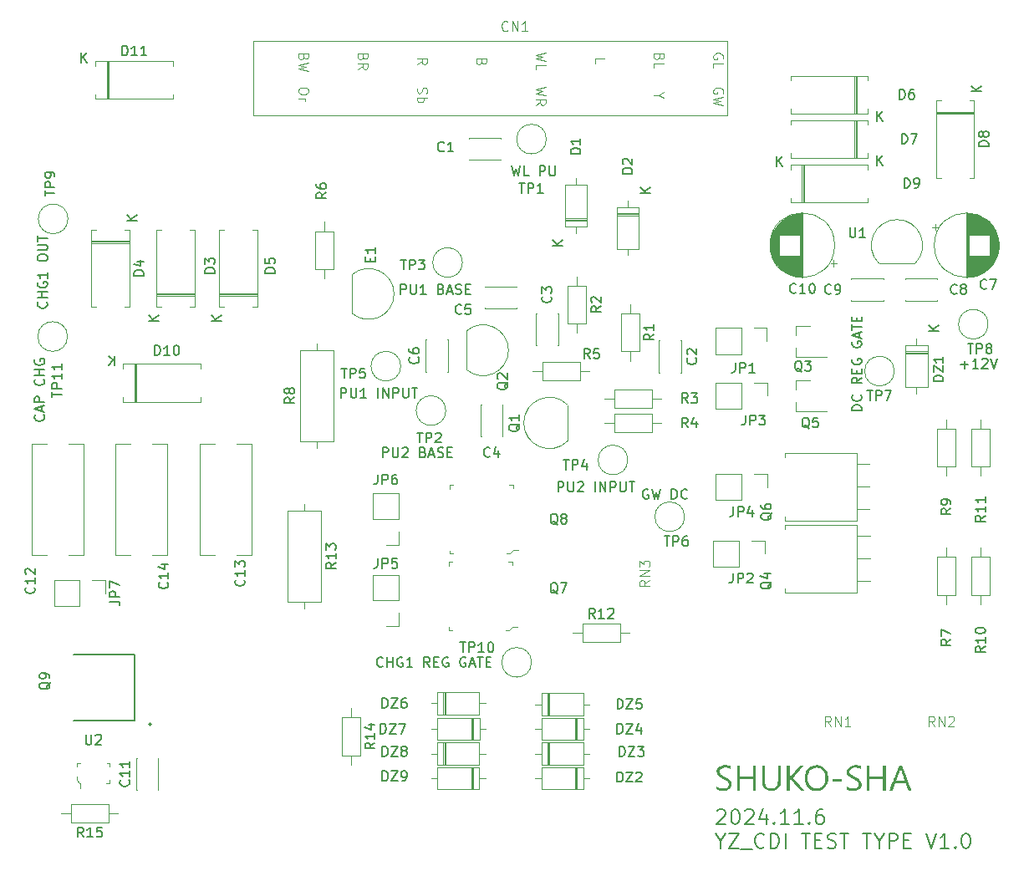
<source format=gto>
%TF.GenerationSoftware,KiCad,Pcbnew,7.0.2*%
%TF.CreationDate,2024-11-06T13:30:53+09:00*%
%TF.ProjectId,YZ_CDI_TEST_V1,595a5f43-4449-45f5-9445-53545f56312e,rev?*%
%TF.SameCoordinates,Original*%
%TF.FileFunction,Legend,Top*%
%TF.FilePolarity,Positive*%
%FSLAX46Y46*%
G04 Gerber Fmt 4.6, Leading zero omitted, Abs format (unit mm)*
G04 Created by KiCad (PCBNEW 7.0.2) date 2024-11-06 13:30:53*
%MOMM*%
%LPD*%
G01*
G04 APERTURE LIST*
%ADD10C,0.150000*%
%ADD11C,0.100000*%
%ADD12C,0.120000*%
%ADD13C,0.127000*%
%ADD14C,0.200000*%
G04 APERTURE END LIST*
D10*
X174885714Y-134529285D02*
X174957142Y-134457857D01*
X174957142Y-134457857D02*
X175100000Y-134386428D01*
X175100000Y-134386428D02*
X175457142Y-134386428D01*
X175457142Y-134386428D02*
X175600000Y-134457857D01*
X175600000Y-134457857D02*
X175671428Y-134529285D01*
X175671428Y-134529285D02*
X175742857Y-134672142D01*
X175742857Y-134672142D02*
X175742857Y-134815000D01*
X175742857Y-134815000D02*
X175671428Y-135029285D01*
X175671428Y-135029285D02*
X174814285Y-135886428D01*
X174814285Y-135886428D02*
X175742857Y-135886428D01*
X176671428Y-134386428D02*
X176814285Y-134386428D01*
X176814285Y-134386428D02*
X176957142Y-134457857D01*
X176957142Y-134457857D02*
X177028571Y-134529285D01*
X177028571Y-134529285D02*
X177099999Y-134672142D01*
X177099999Y-134672142D02*
X177171428Y-134957857D01*
X177171428Y-134957857D02*
X177171428Y-135315000D01*
X177171428Y-135315000D02*
X177099999Y-135600714D01*
X177099999Y-135600714D02*
X177028571Y-135743571D01*
X177028571Y-135743571D02*
X176957142Y-135815000D01*
X176957142Y-135815000D02*
X176814285Y-135886428D01*
X176814285Y-135886428D02*
X176671428Y-135886428D01*
X176671428Y-135886428D02*
X176528571Y-135815000D01*
X176528571Y-135815000D02*
X176457142Y-135743571D01*
X176457142Y-135743571D02*
X176385713Y-135600714D01*
X176385713Y-135600714D02*
X176314285Y-135315000D01*
X176314285Y-135315000D02*
X176314285Y-134957857D01*
X176314285Y-134957857D02*
X176385713Y-134672142D01*
X176385713Y-134672142D02*
X176457142Y-134529285D01*
X176457142Y-134529285D02*
X176528571Y-134457857D01*
X176528571Y-134457857D02*
X176671428Y-134386428D01*
X177742856Y-134529285D02*
X177814284Y-134457857D01*
X177814284Y-134457857D02*
X177957142Y-134386428D01*
X177957142Y-134386428D02*
X178314284Y-134386428D01*
X178314284Y-134386428D02*
X178457142Y-134457857D01*
X178457142Y-134457857D02*
X178528570Y-134529285D01*
X178528570Y-134529285D02*
X178599999Y-134672142D01*
X178599999Y-134672142D02*
X178599999Y-134815000D01*
X178599999Y-134815000D02*
X178528570Y-135029285D01*
X178528570Y-135029285D02*
X177671427Y-135886428D01*
X177671427Y-135886428D02*
X178599999Y-135886428D01*
X179885713Y-134886428D02*
X179885713Y-135886428D01*
X179528570Y-134315000D02*
X179171427Y-135386428D01*
X179171427Y-135386428D02*
X180099998Y-135386428D01*
X180671426Y-135743571D02*
X180742855Y-135815000D01*
X180742855Y-135815000D02*
X180671426Y-135886428D01*
X180671426Y-135886428D02*
X180599998Y-135815000D01*
X180599998Y-135815000D02*
X180671426Y-135743571D01*
X180671426Y-135743571D02*
X180671426Y-135886428D01*
X182171427Y-135886428D02*
X181314284Y-135886428D01*
X181742855Y-135886428D02*
X181742855Y-134386428D01*
X181742855Y-134386428D02*
X181599998Y-134600714D01*
X181599998Y-134600714D02*
X181457141Y-134743571D01*
X181457141Y-134743571D02*
X181314284Y-134815000D01*
X183599998Y-135886428D02*
X182742855Y-135886428D01*
X183171426Y-135886428D02*
X183171426Y-134386428D01*
X183171426Y-134386428D02*
X183028569Y-134600714D01*
X183028569Y-134600714D02*
X182885712Y-134743571D01*
X182885712Y-134743571D02*
X182742855Y-134815000D01*
X184242854Y-135743571D02*
X184314283Y-135815000D01*
X184314283Y-135815000D02*
X184242854Y-135886428D01*
X184242854Y-135886428D02*
X184171426Y-135815000D01*
X184171426Y-135815000D02*
X184242854Y-135743571D01*
X184242854Y-135743571D02*
X184242854Y-135886428D01*
X185599998Y-134386428D02*
X185314283Y-134386428D01*
X185314283Y-134386428D02*
X185171426Y-134457857D01*
X185171426Y-134457857D02*
X185099998Y-134529285D01*
X185099998Y-134529285D02*
X184957140Y-134743571D01*
X184957140Y-134743571D02*
X184885712Y-135029285D01*
X184885712Y-135029285D02*
X184885712Y-135600714D01*
X184885712Y-135600714D02*
X184957140Y-135743571D01*
X184957140Y-135743571D02*
X185028569Y-135815000D01*
X185028569Y-135815000D02*
X185171426Y-135886428D01*
X185171426Y-135886428D02*
X185457140Y-135886428D01*
X185457140Y-135886428D02*
X185599998Y-135815000D01*
X185599998Y-135815000D02*
X185671426Y-135743571D01*
X185671426Y-135743571D02*
X185742855Y-135600714D01*
X185742855Y-135600714D02*
X185742855Y-135243571D01*
X185742855Y-135243571D02*
X185671426Y-135100714D01*
X185671426Y-135100714D02*
X185599998Y-135029285D01*
X185599998Y-135029285D02*
X185457140Y-134957857D01*
X185457140Y-134957857D02*
X185171426Y-134957857D01*
X185171426Y-134957857D02*
X185028569Y-135029285D01*
X185028569Y-135029285D02*
X184957140Y-135100714D01*
X184957140Y-135100714D02*
X184885712Y-135243571D01*
X175242857Y-137602142D02*
X175242857Y-138316428D01*
X174742857Y-136816428D02*
X175242857Y-137602142D01*
X175242857Y-137602142D02*
X175742857Y-136816428D01*
X176099999Y-136816428D02*
X177099999Y-136816428D01*
X177099999Y-136816428D02*
X176099999Y-138316428D01*
X176099999Y-138316428D02*
X177099999Y-138316428D01*
X177314285Y-138459285D02*
X178457142Y-138459285D01*
X179671427Y-138173571D02*
X179599999Y-138245000D01*
X179599999Y-138245000D02*
X179385713Y-138316428D01*
X179385713Y-138316428D02*
X179242856Y-138316428D01*
X179242856Y-138316428D02*
X179028570Y-138245000D01*
X179028570Y-138245000D02*
X178885713Y-138102142D01*
X178885713Y-138102142D02*
X178814284Y-137959285D01*
X178814284Y-137959285D02*
X178742856Y-137673571D01*
X178742856Y-137673571D02*
X178742856Y-137459285D01*
X178742856Y-137459285D02*
X178814284Y-137173571D01*
X178814284Y-137173571D02*
X178885713Y-137030714D01*
X178885713Y-137030714D02*
X179028570Y-136887857D01*
X179028570Y-136887857D02*
X179242856Y-136816428D01*
X179242856Y-136816428D02*
X179385713Y-136816428D01*
X179385713Y-136816428D02*
X179599999Y-136887857D01*
X179599999Y-136887857D02*
X179671427Y-136959285D01*
X180314284Y-138316428D02*
X180314284Y-136816428D01*
X180314284Y-136816428D02*
X180671427Y-136816428D01*
X180671427Y-136816428D02*
X180885713Y-136887857D01*
X180885713Y-136887857D02*
X181028570Y-137030714D01*
X181028570Y-137030714D02*
X181099999Y-137173571D01*
X181099999Y-137173571D02*
X181171427Y-137459285D01*
X181171427Y-137459285D02*
X181171427Y-137673571D01*
X181171427Y-137673571D02*
X181099999Y-137959285D01*
X181099999Y-137959285D02*
X181028570Y-138102142D01*
X181028570Y-138102142D02*
X180885713Y-138245000D01*
X180885713Y-138245000D02*
X180671427Y-138316428D01*
X180671427Y-138316428D02*
X180314284Y-138316428D01*
X181814284Y-138316428D02*
X181814284Y-136816428D01*
X183457142Y-136816428D02*
X184314285Y-136816428D01*
X183885713Y-138316428D02*
X183885713Y-136816428D01*
X184814284Y-137530714D02*
X185314284Y-137530714D01*
X185528570Y-138316428D02*
X184814284Y-138316428D01*
X184814284Y-138316428D02*
X184814284Y-136816428D01*
X184814284Y-136816428D02*
X185528570Y-136816428D01*
X186099999Y-138245000D02*
X186314285Y-138316428D01*
X186314285Y-138316428D02*
X186671427Y-138316428D01*
X186671427Y-138316428D02*
X186814285Y-138245000D01*
X186814285Y-138245000D02*
X186885713Y-138173571D01*
X186885713Y-138173571D02*
X186957142Y-138030714D01*
X186957142Y-138030714D02*
X186957142Y-137887857D01*
X186957142Y-137887857D02*
X186885713Y-137745000D01*
X186885713Y-137745000D02*
X186814285Y-137673571D01*
X186814285Y-137673571D02*
X186671427Y-137602142D01*
X186671427Y-137602142D02*
X186385713Y-137530714D01*
X186385713Y-137530714D02*
X186242856Y-137459285D01*
X186242856Y-137459285D02*
X186171427Y-137387857D01*
X186171427Y-137387857D02*
X186099999Y-137245000D01*
X186099999Y-137245000D02*
X186099999Y-137102142D01*
X186099999Y-137102142D02*
X186171427Y-136959285D01*
X186171427Y-136959285D02*
X186242856Y-136887857D01*
X186242856Y-136887857D02*
X186385713Y-136816428D01*
X186385713Y-136816428D02*
X186742856Y-136816428D01*
X186742856Y-136816428D02*
X186957142Y-136887857D01*
X187385713Y-136816428D02*
X188242856Y-136816428D01*
X187814284Y-138316428D02*
X187814284Y-136816428D01*
X189671427Y-136816428D02*
X190528570Y-136816428D01*
X190099998Y-138316428D02*
X190099998Y-136816428D01*
X191314284Y-137602142D02*
X191314284Y-138316428D01*
X190814284Y-136816428D02*
X191314284Y-137602142D01*
X191314284Y-137602142D02*
X191814284Y-136816428D01*
X192314283Y-138316428D02*
X192314283Y-136816428D01*
X192314283Y-136816428D02*
X192885712Y-136816428D01*
X192885712Y-136816428D02*
X193028569Y-136887857D01*
X193028569Y-136887857D02*
X193099998Y-136959285D01*
X193099998Y-136959285D02*
X193171426Y-137102142D01*
X193171426Y-137102142D02*
X193171426Y-137316428D01*
X193171426Y-137316428D02*
X193099998Y-137459285D01*
X193099998Y-137459285D02*
X193028569Y-137530714D01*
X193028569Y-137530714D02*
X192885712Y-137602142D01*
X192885712Y-137602142D02*
X192314283Y-137602142D01*
X193814283Y-137530714D02*
X194314283Y-137530714D01*
X194528569Y-138316428D02*
X193814283Y-138316428D01*
X193814283Y-138316428D02*
X193814283Y-136816428D01*
X193814283Y-136816428D02*
X194528569Y-136816428D01*
X196099998Y-136816428D02*
X196599998Y-138316428D01*
X196599998Y-138316428D02*
X197099998Y-136816428D01*
X198385712Y-138316428D02*
X197528569Y-138316428D01*
X197957140Y-138316428D02*
X197957140Y-136816428D01*
X197957140Y-136816428D02*
X197814283Y-137030714D01*
X197814283Y-137030714D02*
X197671426Y-137173571D01*
X197671426Y-137173571D02*
X197528569Y-137245000D01*
X199028568Y-138173571D02*
X199099997Y-138245000D01*
X199099997Y-138245000D02*
X199028568Y-138316428D01*
X199028568Y-138316428D02*
X198957140Y-138245000D01*
X198957140Y-138245000D02*
X199028568Y-138173571D01*
X199028568Y-138173571D02*
X199028568Y-138316428D01*
X200028569Y-136816428D02*
X200171426Y-136816428D01*
X200171426Y-136816428D02*
X200314283Y-136887857D01*
X200314283Y-136887857D02*
X200385712Y-136959285D01*
X200385712Y-136959285D02*
X200457140Y-137102142D01*
X200457140Y-137102142D02*
X200528569Y-137387857D01*
X200528569Y-137387857D02*
X200528569Y-137745000D01*
X200528569Y-137745000D02*
X200457140Y-138030714D01*
X200457140Y-138030714D02*
X200385712Y-138173571D01*
X200385712Y-138173571D02*
X200314283Y-138245000D01*
X200314283Y-138245000D02*
X200171426Y-138316428D01*
X200171426Y-138316428D02*
X200028569Y-138316428D01*
X200028569Y-138316428D02*
X199885712Y-138245000D01*
X199885712Y-138245000D02*
X199814283Y-138173571D01*
X199814283Y-138173571D02*
X199742854Y-138030714D01*
X199742854Y-138030714D02*
X199671426Y-137745000D01*
X199671426Y-137745000D02*
X199671426Y-137387857D01*
X199671426Y-137387857D02*
X199742854Y-137102142D01*
X199742854Y-137102142D02*
X199814283Y-136959285D01*
X199814283Y-136959285D02*
X199885712Y-136887857D01*
X199885712Y-136887857D02*
X200028569Y-136816428D01*
%TO.C,Q6*%
X180447857Y-104345238D02*
X180400238Y-104440476D01*
X180400238Y-104440476D02*
X180305000Y-104535714D01*
X180305000Y-104535714D02*
X180162142Y-104678571D01*
X180162142Y-104678571D02*
X180114523Y-104773809D01*
X180114523Y-104773809D02*
X180114523Y-104869047D01*
X180352619Y-104821428D02*
X180305000Y-104916666D01*
X180305000Y-104916666D02*
X180209761Y-105011904D01*
X180209761Y-105011904D02*
X180019285Y-105059523D01*
X180019285Y-105059523D02*
X179685952Y-105059523D01*
X179685952Y-105059523D02*
X179495476Y-105011904D01*
X179495476Y-105011904D02*
X179400238Y-104916666D01*
X179400238Y-104916666D02*
X179352619Y-104821428D01*
X179352619Y-104821428D02*
X179352619Y-104630952D01*
X179352619Y-104630952D02*
X179400238Y-104535714D01*
X179400238Y-104535714D02*
X179495476Y-104440476D01*
X179495476Y-104440476D02*
X179685952Y-104392857D01*
X179685952Y-104392857D02*
X180019285Y-104392857D01*
X180019285Y-104392857D02*
X180209761Y-104440476D01*
X180209761Y-104440476D02*
X180305000Y-104535714D01*
X180305000Y-104535714D02*
X180352619Y-104630952D01*
X180352619Y-104630952D02*
X180352619Y-104821428D01*
X179352619Y-103535714D02*
X179352619Y-103726190D01*
X179352619Y-103726190D02*
X179400238Y-103821428D01*
X179400238Y-103821428D02*
X179447857Y-103869047D01*
X179447857Y-103869047D02*
X179590714Y-103964285D01*
X179590714Y-103964285D02*
X179781190Y-104011904D01*
X179781190Y-104011904D02*
X180162142Y-104011904D01*
X180162142Y-104011904D02*
X180257380Y-103964285D01*
X180257380Y-103964285D02*
X180305000Y-103916666D01*
X180305000Y-103916666D02*
X180352619Y-103821428D01*
X180352619Y-103821428D02*
X180352619Y-103630952D01*
X180352619Y-103630952D02*
X180305000Y-103535714D01*
X180305000Y-103535714D02*
X180257380Y-103488095D01*
X180257380Y-103488095D02*
X180162142Y-103440476D01*
X180162142Y-103440476D02*
X179924047Y-103440476D01*
X179924047Y-103440476D02*
X179828809Y-103488095D01*
X179828809Y-103488095D02*
X179781190Y-103535714D01*
X179781190Y-103535714D02*
X179733571Y-103630952D01*
X179733571Y-103630952D02*
X179733571Y-103821428D01*
X179733571Y-103821428D02*
X179781190Y-103916666D01*
X179781190Y-103916666D02*
X179828809Y-103964285D01*
X179828809Y-103964285D02*
X179924047Y-104011904D01*
%TO.C,TP5*%
X136838095Y-89712619D02*
X137409523Y-89712619D01*
X137123809Y-90712619D02*
X137123809Y-89712619D01*
X137742857Y-90712619D02*
X137742857Y-89712619D01*
X137742857Y-89712619D02*
X138123809Y-89712619D01*
X138123809Y-89712619D02*
X138219047Y-89760238D01*
X138219047Y-89760238D02*
X138266666Y-89807857D01*
X138266666Y-89807857D02*
X138314285Y-89903095D01*
X138314285Y-89903095D02*
X138314285Y-90045952D01*
X138314285Y-90045952D02*
X138266666Y-90141190D01*
X138266666Y-90141190D02*
X138219047Y-90188809D01*
X138219047Y-90188809D02*
X138123809Y-90236428D01*
X138123809Y-90236428D02*
X137742857Y-90236428D01*
X139219047Y-89712619D02*
X138742857Y-89712619D01*
X138742857Y-89712619D02*
X138695238Y-90188809D01*
X138695238Y-90188809D02*
X138742857Y-90141190D01*
X138742857Y-90141190D02*
X138838095Y-90093571D01*
X138838095Y-90093571D02*
X139076190Y-90093571D01*
X139076190Y-90093571D02*
X139171428Y-90141190D01*
X139171428Y-90141190D02*
X139219047Y-90188809D01*
X139219047Y-90188809D02*
X139266666Y-90284047D01*
X139266666Y-90284047D02*
X139266666Y-90522142D01*
X139266666Y-90522142D02*
X139219047Y-90617380D01*
X139219047Y-90617380D02*
X139171428Y-90665000D01*
X139171428Y-90665000D02*
X139076190Y-90712619D01*
X139076190Y-90712619D02*
X138838095Y-90712619D01*
X138838095Y-90712619D02*
X138742857Y-90665000D01*
X138742857Y-90665000D02*
X138695238Y-90617380D01*
X136790476Y-92712619D02*
X136790476Y-91712619D01*
X136790476Y-91712619D02*
X137171428Y-91712619D01*
X137171428Y-91712619D02*
X137266666Y-91760238D01*
X137266666Y-91760238D02*
X137314285Y-91807857D01*
X137314285Y-91807857D02*
X137361904Y-91903095D01*
X137361904Y-91903095D02*
X137361904Y-92045952D01*
X137361904Y-92045952D02*
X137314285Y-92141190D01*
X137314285Y-92141190D02*
X137266666Y-92188809D01*
X137266666Y-92188809D02*
X137171428Y-92236428D01*
X137171428Y-92236428D02*
X136790476Y-92236428D01*
X137790476Y-91712619D02*
X137790476Y-92522142D01*
X137790476Y-92522142D02*
X137838095Y-92617380D01*
X137838095Y-92617380D02*
X137885714Y-92665000D01*
X137885714Y-92665000D02*
X137980952Y-92712619D01*
X137980952Y-92712619D02*
X138171428Y-92712619D01*
X138171428Y-92712619D02*
X138266666Y-92665000D01*
X138266666Y-92665000D02*
X138314285Y-92617380D01*
X138314285Y-92617380D02*
X138361904Y-92522142D01*
X138361904Y-92522142D02*
X138361904Y-91712619D01*
X139361904Y-92712619D02*
X138790476Y-92712619D01*
X139076190Y-92712619D02*
X139076190Y-91712619D01*
X139076190Y-91712619D02*
X138980952Y-91855476D01*
X138980952Y-91855476D02*
X138885714Y-91950714D01*
X138885714Y-91950714D02*
X138790476Y-91998333D01*
X140552381Y-92712619D02*
X140552381Y-91712619D01*
X141028571Y-92712619D02*
X141028571Y-91712619D01*
X141028571Y-91712619D02*
X141599999Y-92712619D01*
X141599999Y-92712619D02*
X141599999Y-91712619D01*
X142076190Y-92712619D02*
X142076190Y-91712619D01*
X142076190Y-91712619D02*
X142457142Y-91712619D01*
X142457142Y-91712619D02*
X142552380Y-91760238D01*
X142552380Y-91760238D02*
X142599999Y-91807857D01*
X142599999Y-91807857D02*
X142647618Y-91903095D01*
X142647618Y-91903095D02*
X142647618Y-92045952D01*
X142647618Y-92045952D02*
X142599999Y-92141190D01*
X142599999Y-92141190D02*
X142552380Y-92188809D01*
X142552380Y-92188809D02*
X142457142Y-92236428D01*
X142457142Y-92236428D02*
X142076190Y-92236428D01*
X143076190Y-91712619D02*
X143076190Y-92522142D01*
X143076190Y-92522142D02*
X143123809Y-92617380D01*
X143123809Y-92617380D02*
X143171428Y-92665000D01*
X143171428Y-92665000D02*
X143266666Y-92712619D01*
X143266666Y-92712619D02*
X143457142Y-92712619D01*
X143457142Y-92712619D02*
X143552380Y-92665000D01*
X143552380Y-92665000D02*
X143599999Y-92617380D01*
X143599999Y-92617380D02*
X143647618Y-92522142D01*
X143647618Y-92522142D02*
X143647618Y-91712619D01*
X143980952Y-91712619D02*
X144552380Y-91712619D01*
X144266666Y-92712619D02*
X144266666Y-91712619D01*
%TO.C,R2*%
X163132619Y-83436666D02*
X162656428Y-83769999D01*
X163132619Y-84008094D02*
X162132619Y-84008094D01*
X162132619Y-84008094D02*
X162132619Y-83627142D01*
X162132619Y-83627142D02*
X162180238Y-83531904D01*
X162180238Y-83531904D02*
X162227857Y-83484285D01*
X162227857Y-83484285D02*
X162323095Y-83436666D01*
X162323095Y-83436666D02*
X162465952Y-83436666D01*
X162465952Y-83436666D02*
X162561190Y-83484285D01*
X162561190Y-83484285D02*
X162608809Y-83531904D01*
X162608809Y-83531904D02*
X162656428Y-83627142D01*
X162656428Y-83627142D02*
X162656428Y-84008094D01*
X162227857Y-83055713D02*
X162180238Y-83008094D01*
X162180238Y-83008094D02*
X162132619Y-82912856D01*
X162132619Y-82912856D02*
X162132619Y-82674761D01*
X162132619Y-82674761D02*
X162180238Y-82579523D01*
X162180238Y-82579523D02*
X162227857Y-82531904D01*
X162227857Y-82531904D02*
X162323095Y-82484285D01*
X162323095Y-82484285D02*
X162418333Y-82484285D01*
X162418333Y-82484285D02*
X162561190Y-82531904D01*
X162561190Y-82531904D02*
X163132619Y-83103332D01*
X163132619Y-83103332D02*
X163132619Y-82484285D01*
%TO.C,Q3*%
X183504761Y-90057857D02*
X183409523Y-90010238D01*
X183409523Y-90010238D02*
X183314285Y-89915000D01*
X183314285Y-89915000D02*
X183171428Y-89772142D01*
X183171428Y-89772142D02*
X183076190Y-89724523D01*
X183076190Y-89724523D02*
X182980952Y-89724523D01*
X183028571Y-89962619D02*
X182933333Y-89915000D01*
X182933333Y-89915000D02*
X182838095Y-89819761D01*
X182838095Y-89819761D02*
X182790476Y-89629285D01*
X182790476Y-89629285D02*
X182790476Y-89295952D01*
X182790476Y-89295952D02*
X182838095Y-89105476D01*
X182838095Y-89105476D02*
X182933333Y-89010238D01*
X182933333Y-89010238D02*
X183028571Y-88962619D01*
X183028571Y-88962619D02*
X183219047Y-88962619D01*
X183219047Y-88962619D02*
X183314285Y-89010238D01*
X183314285Y-89010238D02*
X183409523Y-89105476D01*
X183409523Y-89105476D02*
X183457142Y-89295952D01*
X183457142Y-89295952D02*
X183457142Y-89629285D01*
X183457142Y-89629285D02*
X183409523Y-89819761D01*
X183409523Y-89819761D02*
X183314285Y-89915000D01*
X183314285Y-89915000D02*
X183219047Y-89962619D01*
X183219047Y-89962619D02*
X183028571Y-89962619D01*
X183790476Y-88962619D02*
X184409523Y-88962619D01*
X184409523Y-88962619D02*
X184076190Y-89343571D01*
X184076190Y-89343571D02*
X184219047Y-89343571D01*
X184219047Y-89343571D02*
X184314285Y-89391190D01*
X184314285Y-89391190D02*
X184361904Y-89438809D01*
X184361904Y-89438809D02*
X184409523Y-89534047D01*
X184409523Y-89534047D02*
X184409523Y-89772142D01*
X184409523Y-89772142D02*
X184361904Y-89867380D01*
X184361904Y-89867380D02*
X184314285Y-89915000D01*
X184314285Y-89915000D02*
X184219047Y-89962619D01*
X184219047Y-89962619D02*
X183933333Y-89962619D01*
X183933333Y-89962619D02*
X183838095Y-89915000D01*
X183838095Y-89915000D02*
X183790476Y-89867380D01*
%TO.C,DZ1*%
X197812619Y-91024285D02*
X196812619Y-91024285D01*
X196812619Y-91024285D02*
X196812619Y-90786190D01*
X196812619Y-90786190D02*
X196860238Y-90643333D01*
X196860238Y-90643333D02*
X196955476Y-90548095D01*
X196955476Y-90548095D02*
X197050714Y-90500476D01*
X197050714Y-90500476D02*
X197241190Y-90452857D01*
X197241190Y-90452857D02*
X197384047Y-90452857D01*
X197384047Y-90452857D02*
X197574523Y-90500476D01*
X197574523Y-90500476D02*
X197669761Y-90548095D01*
X197669761Y-90548095D02*
X197765000Y-90643333D01*
X197765000Y-90643333D02*
X197812619Y-90786190D01*
X197812619Y-90786190D02*
X197812619Y-91024285D01*
X196812619Y-90119523D02*
X196812619Y-89452857D01*
X196812619Y-89452857D02*
X197812619Y-90119523D01*
X197812619Y-90119523D02*
X197812619Y-89452857D01*
X197812619Y-88548095D02*
X197812619Y-89119523D01*
X197812619Y-88833809D02*
X196812619Y-88833809D01*
X196812619Y-88833809D02*
X196955476Y-88929047D01*
X196955476Y-88929047D02*
X197050714Y-89024285D01*
X197050714Y-89024285D02*
X197098333Y-89119523D01*
X197362619Y-85951904D02*
X196362619Y-85951904D01*
X197362619Y-85380476D02*
X196791190Y-85809047D01*
X196362619Y-85380476D02*
X196934047Y-85951904D01*
%TO.C,U2*%
X110950595Y-126825119D02*
X110950595Y-127634642D01*
X110950595Y-127634642D02*
X110998214Y-127729880D01*
X110998214Y-127729880D02*
X111045833Y-127777500D01*
X111045833Y-127777500D02*
X111141071Y-127825119D01*
X111141071Y-127825119D02*
X111331547Y-127825119D01*
X111331547Y-127825119D02*
X111426785Y-127777500D01*
X111426785Y-127777500D02*
X111474404Y-127729880D01*
X111474404Y-127729880D02*
X111522023Y-127634642D01*
X111522023Y-127634642D02*
X111522023Y-126825119D01*
X111950595Y-126920357D02*
X111998214Y-126872738D01*
X111998214Y-126872738D02*
X112093452Y-126825119D01*
X112093452Y-126825119D02*
X112331547Y-126825119D01*
X112331547Y-126825119D02*
X112426785Y-126872738D01*
X112426785Y-126872738D02*
X112474404Y-126920357D01*
X112474404Y-126920357D02*
X112522023Y-127015595D01*
X112522023Y-127015595D02*
X112522023Y-127110833D01*
X112522023Y-127110833D02*
X112474404Y-127253690D01*
X112474404Y-127253690D02*
X111902976Y-127825119D01*
X111902976Y-127825119D02*
X112522023Y-127825119D01*
%TO.C,C6*%
X144607380Y-88606666D02*
X144655000Y-88654285D01*
X144655000Y-88654285D02*
X144702619Y-88797142D01*
X144702619Y-88797142D02*
X144702619Y-88892380D01*
X144702619Y-88892380D02*
X144655000Y-89035237D01*
X144655000Y-89035237D02*
X144559761Y-89130475D01*
X144559761Y-89130475D02*
X144464523Y-89178094D01*
X144464523Y-89178094D02*
X144274047Y-89225713D01*
X144274047Y-89225713D02*
X144131190Y-89225713D01*
X144131190Y-89225713D02*
X143940714Y-89178094D01*
X143940714Y-89178094D02*
X143845476Y-89130475D01*
X143845476Y-89130475D02*
X143750238Y-89035237D01*
X143750238Y-89035237D02*
X143702619Y-88892380D01*
X143702619Y-88892380D02*
X143702619Y-88797142D01*
X143702619Y-88797142D02*
X143750238Y-88654285D01*
X143750238Y-88654285D02*
X143797857Y-88606666D01*
X143702619Y-87749523D02*
X143702619Y-87939999D01*
X143702619Y-87939999D02*
X143750238Y-88035237D01*
X143750238Y-88035237D02*
X143797857Y-88082856D01*
X143797857Y-88082856D02*
X143940714Y-88178094D01*
X143940714Y-88178094D02*
X144131190Y-88225713D01*
X144131190Y-88225713D02*
X144512142Y-88225713D01*
X144512142Y-88225713D02*
X144607380Y-88178094D01*
X144607380Y-88178094D02*
X144655000Y-88130475D01*
X144655000Y-88130475D02*
X144702619Y-88035237D01*
X144702619Y-88035237D02*
X144702619Y-87844761D01*
X144702619Y-87844761D02*
X144655000Y-87749523D01*
X144655000Y-87749523D02*
X144607380Y-87701904D01*
X144607380Y-87701904D02*
X144512142Y-87654285D01*
X144512142Y-87654285D02*
X144274047Y-87654285D01*
X144274047Y-87654285D02*
X144178809Y-87701904D01*
X144178809Y-87701904D02*
X144131190Y-87749523D01*
X144131190Y-87749523D02*
X144083571Y-87844761D01*
X144083571Y-87844761D02*
X144083571Y-88035237D01*
X144083571Y-88035237D02*
X144131190Y-88130475D01*
X144131190Y-88130475D02*
X144178809Y-88178094D01*
X144178809Y-88178094D02*
X144274047Y-88225713D01*
%TO.C,C1*%
X147241537Y-67671860D02*
X147193918Y-67719480D01*
X147193918Y-67719480D02*
X147051061Y-67767099D01*
X147051061Y-67767099D02*
X146955823Y-67767099D01*
X146955823Y-67767099D02*
X146812966Y-67719480D01*
X146812966Y-67719480D02*
X146717728Y-67624241D01*
X146717728Y-67624241D02*
X146670109Y-67529003D01*
X146670109Y-67529003D02*
X146622490Y-67338527D01*
X146622490Y-67338527D02*
X146622490Y-67195670D01*
X146622490Y-67195670D02*
X146670109Y-67005194D01*
X146670109Y-67005194D02*
X146717728Y-66909956D01*
X146717728Y-66909956D02*
X146812966Y-66814718D01*
X146812966Y-66814718D02*
X146955823Y-66767099D01*
X146955823Y-66767099D02*
X147051061Y-66767099D01*
X147051061Y-66767099D02*
X147193918Y-66814718D01*
X147193918Y-66814718D02*
X147241537Y-66862337D01*
X148193918Y-67767099D02*
X147622490Y-67767099D01*
X147908204Y-67767099D02*
X147908204Y-66767099D01*
X147908204Y-66767099D02*
X147812966Y-66909956D01*
X147812966Y-66909956D02*
X147717728Y-67005194D01*
X147717728Y-67005194D02*
X147622490Y-67052813D01*
%TO.C,D9*%
X193861905Y-71462619D02*
X193861905Y-70462619D01*
X193861905Y-70462619D02*
X194100000Y-70462619D01*
X194100000Y-70462619D02*
X194242857Y-70510238D01*
X194242857Y-70510238D02*
X194338095Y-70605476D01*
X194338095Y-70605476D02*
X194385714Y-70700714D01*
X194385714Y-70700714D02*
X194433333Y-70891190D01*
X194433333Y-70891190D02*
X194433333Y-71034047D01*
X194433333Y-71034047D02*
X194385714Y-71224523D01*
X194385714Y-71224523D02*
X194338095Y-71319761D01*
X194338095Y-71319761D02*
X194242857Y-71415000D01*
X194242857Y-71415000D02*
X194100000Y-71462619D01*
X194100000Y-71462619D02*
X193861905Y-71462619D01*
X194909524Y-71462619D02*
X195100000Y-71462619D01*
X195100000Y-71462619D02*
X195195238Y-71415000D01*
X195195238Y-71415000D02*
X195242857Y-71367380D01*
X195242857Y-71367380D02*
X195338095Y-71224523D01*
X195338095Y-71224523D02*
X195385714Y-71034047D01*
X195385714Y-71034047D02*
X195385714Y-70653095D01*
X195385714Y-70653095D02*
X195338095Y-70557857D01*
X195338095Y-70557857D02*
X195290476Y-70510238D01*
X195290476Y-70510238D02*
X195195238Y-70462619D01*
X195195238Y-70462619D02*
X195004762Y-70462619D01*
X195004762Y-70462619D02*
X194909524Y-70510238D01*
X194909524Y-70510238D02*
X194861905Y-70557857D01*
X194861905Y-70557857D02*
X194814286Y-70653095D01*
X194814286Y-70653095D02*
X194814286Y-70891190D01*
X194814286Y-70891190D02*
X194861905Y-70986428D01*
X194861905Y-70986428D02*
X194909524Y-71034047D01*
X194909524Y-71034047D02*
X195004762Y-71081666D01*
X195004762Y-71081666D02*
X195195238Y-71081666D01*
X195195238Y-71081666D02*
X195290476Y-71034047D01*
X195290476Y-71034047D02*
X195338095Y-70986428D01*
X195338095Y-70986428D02*
X195385714Y-70891190D01*
X180928095Y-69262619D02*
X180928095Y-68262619D01*
X181499523Y-69262619D02*
X181070952Y-68691190D01*
X181499523Y-68262619D02*
X180928095Y-68834047D01*
%TO.C,JP4*%
X176556666Y-103712619D02*
X176556666Y-104426904D01*
X176556666Y-104426904D02*
X176509047Y-104569761D01*
X176509047Y-104569761D02*
X176413809Y-104665000D01*
X176413809Y-104665000D02*
X176270952Y-104712619D01*
X176270952Y-104712619D02*
X176175714Y-104712619D01*
X177032857Y-104712619D02*
X177032857Y-103712619D01*
X177032857Y-103712619D02*
X177413809Y-103712619D01*
X177413809Y-103712619D02*
X177509047Y-103760238D01*
X177509047Y-103760238D02*
X177556666Y-103807857D01*
X177556666Y-103807857D02*
X177604285Y-103903095D01*
X177604285Y-103903095D02*
X177604285Y-104045952D01*
X177604285Y-104045952D02*
X177556666Y-104141190D01*
X177556666Y-104141190D02*
X177509047Y-104188809D01*
X177509047Y-104188809D02*
X177413809Y-104236428D01*
X177413809Y-104236428D02*
X177032857Y-104236428D01*
X178461428Y-104045952D02*
X178461428Y-104712619D01*
X178223333Y-103665000D02*
X177985238Y-104379285D01*
X177985238Y-104379285D02*
X178604285Y-104379285D01*
%TO.C,TP10*%
X148861905Y-117462619D02*
X149433333Y-117462619D01*
X149147619Y-118462619D02*
X149147619Y-117462619D01*
X149766667Y-118462619D02*
X149766667Y-117462619D01*
X149766667Y-117462619D02*
X150147619Y-117462619D01*
X150147619Y-117462619D02*
X150242857Y-117510238D01*
X150242857Y-117510238D02*
X150290476Y-117557857D01*
X150290476Y-117557857D02*
X150338095Y-117653095D01*
X150338095Y-117653095D02*
X150338095Y-117795952D01*
X150338095Y-117795952D02*
X150290476Y-117891190D01*
X150290476Y-117891190D02*
X150242857Y-117938809D01*
X150242857Y-117938809D02*
X150147619Y-117986428D01*
X150147619Y-117986428D02*
X149766667Y-117986428D01*
X151290476Y-118462619D02*
X150719048Y-118462619D01*
X151004762Y-118462619D02*
X151004762Y-117462619D01*
X151004762Y-117462619D02*
X150909524Y-117605476D01*
X150909524Y-117605476D02*
X150814286Y-117700714D01*
X150814286Y-117700714D02*
X150719048Y-117748333D01*
X151909524Y-117462619D02*
X152004762Y-117462619D01*
X152004762Y-117462619D02*
X152100000Y-117510238D01*
X152100000Y-117510238D02*
X152147619Y-117557857D01*
X152147619Y-117557857D02*
X152195238Y-117653095D01*
X152195238Y-117653095D02*
X152242857Y-117843571D01*
X152242857Y-117843571D02*
X152242857Y-118081666D01*
X152242857Y-118081666D02*
X152195238Y-118272142D01*
X152195238Y-118272142D02*
X152147619Y-118367380D01*
X152147619Y-118367380D02*
X152100000Y-118415000D01*
X152100000Y-118415000D02*
X152004762Y-118462619D01*
X152004762Y-118462619D02*
X151909524Y-118462619D01*
X151909524Y-118462619D02*
X151814286Y-118415000D01*
X151814286Y-118415000D02*
X151766667Y-118367380D01*
X151766667Y-118367380D02*
X151719048Y-118272142D01*
X151719048Y-118272142D02*
X151671429Y-118081666D01*
X151671429Y-118081666D02*
X151671429Y-117843571D01*
X151671429Y-117843571D02*
X151719048Y-117653095D01*
X151719048Y-117653095D02*
X151766667Y-117557857D01*
X151766667Y-117557857D02*
X151814286Y-117510238D01*
X151814286Y-117510238D02*
X151909524Y-117462619D01*
X141033332Y-119867380D02*
X140985713Y-119915000D01*
X140985713Y-119915000D02*
X140842856Y-119962619D01*
X140842856Y-119962619D02*
X140747618Y-119962619D01*
X140747618Y-119962619D02*
X140604761Y-119915000D01*
X140604761Y-119915000D02*
X140509523Y-119819761D01*
X140509523Y-119819761D02*
X140461904Y-119724523D01*
X140461904Y-119724523D02*
X140414285Y-119534047D01*
X140414285Y-119534047D02*
X140414285Y-119391190D01*
X140414285Y-119391190D02*
X140461904Y-119200714D01*
X140461904Y-119200714D02*
X140509523Y-119105476D01*
X140509523Y-119105476D02*
X140604761Y-119010238D01*
X140604761Y-119010238D02*
X140747618Y-118962619D01*
X140747618Y-118962619D02*
X140842856Y-118962619D01*
X140842856Y-118962619D02*
X140985713Y-119010238D01*
X140985713Y-119010238D02*
X141033332Y-119057857D01*
X141461904Y-119962619D02*
X141461904Y-118962619D01*
X141461904Y-119438809D02*
X142033332Y-119438809D01*
X142033332Y-119962619D02*
X142033332Y-118962619D01*
X143033332Y-119010238D02*
X142938094Y-118962619D01*
X142938094Y-118962619D02*
X142795237Y-118962619D01*
X142795237Y-118962619D02*
X142652380Y-119010238D01*
X142652380Y-119010238D02*
X142557142Y-119105476D01*
X142557142Y-119105476D02*
X142509523Y-119200714D01*
X142509523Y-119200714D02*
X142461904Y-119391190D01*
X142461904Y-119391190D02*
X142461904Y-119534047D01*
X142461904Y-119534047D02*
X142509523Y-119724523D01*
X142509523Y-119724523D02*
X142557142Y-119819761D01*
X142557142Y-119819761D02*
X142652380Y-119915000D01*
X142652380Y-119915000D02*
X142795237Y-119962619D01*
X142795237Y-119962619D02*
X142890475Y-119962619D01*
X142890475Y-119962619D02*
X143033332Y-119915000D01*
X143033332Y-119915000D02*
X143080951Y-119867380D01*
X143080951Y-119867380D02*
X143080951Y-119534047D01*
X143080951Y-119534047D02*
X142890475Y-119534047D01*
X144033332Y-119962619D02*
X143461904Y-119962619D01*
X143747618Y-119962619D02*
X143747618Y-118962619D01*
X143747618Y-118962619D02*
X143652380Y-119105476D01*
X143652380Y-119105476D02*
X143557142Y-119200714D01*
X143557142Y-119200714D02*
X143461904Y-119248333D01*
X145795237Y-119962619D02*
X145461904Y-119486428D01*
X145223809Y-119962619D02*
X145223809Y-118962619D01*
X145223809Y-118962619D02*
X145604761Y-118962619D01*
X145604761Y-118962619D02*
X145699999Y-119010238D01*
X145699999Y-119010238D02*
X145747618Y-119057857D01*
X145747618Y-119057857D02*
X145795237Y-119153095D01*
X145795237Y-119153095D02*
X145795237Y-119295952D01*
X145795237Y-119295952D02*
X145747618Y-119391190D01*
X145747618Y-119391190D02*
X145699999Y-119438809D01*
X145699999Y-119438809D02*
X145604761Y-119486428D01*
X145604761Y-119486428D02*
X145223809Y-119486428D01*
X146223809Y-119438809D02*
X146557142Y-119438809D01*
X146699999Y-119962619D02*
X146223809Y-119962619D01*
X146223809Y-119962619D02*
X146223809Y-118962619D01*
X146223809Y-118962619D02*
X146699999Y-118962619D01*
X147652380Y-119010238D02*
X147557142Y-118962619D01*
X147557142Y-118962619D02*
X147414285Y-118962619D01*
X147414285Y-118962619D02*
X147271428Y-119010238D01*
X147271428Y-119010238D02*
X147176190Y-119105476D01*
X147176190Y-119105476D02*
X147128571Y-119200714D01*
X147128571Y-119200714D02*
X147080952Y-119391190D01*
X147080952Y-119391190D02*
X147080952Y-119534047D01*
X147080952Y-119534047D02*
X147128571Y-119724523D01*
X147128571Y-119724523D02*
X147176190Y-119819761D01*
X147176190Y-119819761D02*
X147271428Y-119915000D01*
X147271428Y-119915000D02*
X147414285Y-119962619D01*
X147414285Y-119962619D02*
X147509523Y-119962619D01*
X147509523Y-119962619D02*
X147652380Y-119915000D01*
X147652380Y-119915000D02*
X147699999Y-119867380D01*
X147699999Y-119867380D02*
X147699999Y-119534047D01*
X147699999Y-119534047D02*
X147509523Y-119534047D01*
X149414285Y-119010238D02*
X149319047Y-118962619D01*
X149319047Y-118962619D02*
X149176190Y-118962619D01*
X149176190Y-118962619D02*
X149033333Y-119010238D01*
X149033333Y-119010238D02*
X148938095Y-119105476D01*
X148938095Y-119105476D02*
X148890476Y-119200714D01*
X148890476Y-119200714D02*
X148842857Y-119391190D01*
X148842857Y-119391190D02*
X148842857Y-119534047D01*
X148842857Y-119534047D02*
X148890476Y-119724523D01*
X148890476Y-119724523D02*
X148938095Y-119819761D01*
X148938095Y-119819761D02*
X149033333Y-119915000D01*
X149033333Y-119915000D02*
X149176190Y-119962619D01*
X149176190Y-119962619D02*
X149271428Y-119962619D01*
X149271428Y-119962619D02*
X149414285Y-119915000D01*
X149414285Y-119915000D02*
X149461904Y-119867380D01*
X149461904Y-119867380D02*
X149461904Y-119534047D01*
X149461904Y-119534047D02*
X149271428Y-119534047D01*
X149842857Y-119676904D02*
X150319047Y-119676904D01*
X149747619Y-119962619D02*
X150080952Y-118962619D01*
X150080952Y-118962619D02*
X150414285Y-119962619D01*
X150604762Y-118962619D02*
X151176190Y-118962619D01*
X150890476Y-119962619D02*
X150890476Y-118962619D01*
X151509524Y-119438809D02*
X151842857Y-119438809D01*
X151985714Y-119962619D02*
X151509524Y-119962619D01*
X151509524Y-119962619D02*
X151509524Y-118962619D01*
X151509524Y-118962619D02*
X151985714Y-118962619D01*
%TO.C,TP2*%
X144518095Y-96232619D02*
X145089523Y-96232619D01*
X144803809Y-97232619D02*
X144803809Y-96232619D01*
X145422857Y-97232619D02*
X145422857Y-96232619D01*
X145422857Y-96232619D02*
X145803809Y-96232619D01*
X145803809Y-96232619D02*
X145899047Y-96280238D01*
X145899047Y-96280238D02*
X145946666Y-96327857D01*
X145946666Y-96327857D02*
X145994285Y-96423095D01*
X145994285Y-96423095D02*
X145994285Y-96565952D01*
X145994285Y-96565952D02*
X145946666Y-96661190D01*
X145946666Y-96661190D02*
X145899047Y-96708809D01*
X145899047Y-96708809D02*
X145803809Y-96756428D01*
X145803809Y-96756428D02*
X145422857Y-96756428D01*
X146375238Y-96327857D02*
X146422857Y-96280238D01*
X146422857Y-96280238D02*
X146518095Y-96232619D01*
X146518095Y-96232619D02*
X146756190Y-96232619D01*
X146756190Y-96232619D02*
X146851428Y-96280238D01*
X146851428Y-96280238D02*
X146899047Y-96327857D01*
X146899047Y-96327857D02*
X146946666Y-96423095D01*
X146946666Y-96423095D02*
X146946666Y-96518333D01*
X146946666Y-96518333D02*
X146899047Y-96661190D01*
X146899047Y-96661190D02*
X146327619Y-97232619D01*
X146327619Y-97232619D02*
X146946666Y-97232619D01*
X141030000Y-98732619D02*
X141030000Y-97732619D01*
X141030000Y-97732619D02*
X141410952Y-97732619D01*
X141410952Y-97732619D02*
X141506190Y-97780238D01*
X141506190Y-97780238D02*
X141553809Y-97827857D01*
X141553809Y-97827857D02*
X141601428Y-97923095D01*
X141601428Y-97923095D02*
X141601428Y-98065952D01*
X141601428Y-98065952D02*
X141553809Y-98161190D01*
X141553809Y-98161190D02*
X141506190Y-98208809D01*
X141506190Y-98208809D02*
X141410952Y-98256428D01*
X141410952Y-98256428D02*
X141030000Y-98256428D01*
X142030000Y-97732619D02*
X142030000Y-98542142D01*
X142030000Y-98542142D02*
X142077619Y-98637380D01*
X142077619Y-98637380D02*
X142125238Y-98685000D01*
X142125238Y-98685000D02*
X142220476Y-98732619D01*
X142220476Y-98732619D02*
X142410952Y-98732619D01*
X142410952Y-98732619D02*
X142506190Y-98685000D01*
X142506190Y-98685000D02*
X142553809Y-98637380D01*
X142553809Y-98637380D02*
X142601428Y-98542142D01*
X142601428Y-98542142D02*
X142601428Y-97732619D01*
X143030000Y-97827857D02*
X143077619Y-97780238D01*
X143077619Y-97780238D02*
X143172857Y-97732619D01*
X143172857Y-97732619D02*
X143410952Y-97732619D01*
X143410952Y-97732619D02*
X143506190Y-97780238D01*
X143506190Y-97780238D02*
X143553809Y-97827857D01*
X143553809Y-97827857D02*
X143601428Y-97923095D01*
X143601428Y-97923095D02*
X143601428Y-98018333D01*
X143601428Y-98018333D02*
X143553809Y-98161190D01*
X143553809Y-98161190D02*
X142982381Y-98732619D01*
X142982381Y-98732619D02*
X143601428Y-98732619D01*
X145125238Y-98208809D02*
X145268095Y-98256428D01*
X145268095Y-98256428D02*
X145315714Y-98304047D01*
X145315714Y-98304047D02*
X145363333Y-98399285D01*
X145363333Y-98399285D02*
X145363333Y-98542142D01*
X145363333Y-98542142D02*
X145315714Y-98637380D01*
X145315714Y-98637380D02*
X145268095Y-98685000D01*
X145268095Y-98685000D02*
X145172857Y-98732619D01*
X145172857Y-98732619D02*
X144791905Y-98732619D01*
X144791905Y-98732619D02*
X144791905Y-97732619D01*
X144791905Y-97732619D02*
X145125238Y-97732619D01*
X145125238Y-97732619D02*
X145220476Y-97780238D01*
X145220476Y-97780238D02*
X145268095Y-97827857D01*
X145268095Y-97827857D02*
X145315714Y-97923095D01*
X145315714Y-97923095D02*
X145315714Y-98018333D01*
X145315714Y-98018333D02*
X145268095Y-98113571D01*
X145268095Y-98113571D02*
X145220476Y-98161190D01*
X145220476Y-98161190D02*
X145125238Y-98208809D01*
X145125238Y-98208809D02*
X144791905Y-98208809D01*
X145744286Y-98446904D02*
X146220476Y-98446904D01*
X145649048Y-98732619D02*
X145982381Y-97732619D01*
X145982381Y-97732619D02*
X146315714Y-98732619D01*
X146601429Y-98685000D02*
X146744286Y-98732619D01*
X146744286Y-98732619D02*
X146982381Y-98732619D01*
X146982381Y-98732619D02*
X147077619Y-98685000D01*
X147077619Y-98685000D02*
X147125238Y-98637380D01*
X147125238Y-98637380D02*
X147172857Y-98542142D01*
X147172857Y-98542142D02*
X147172857Y-98446904D01*
X147172857Y-98446904D02*
X147125238Y-98351666D01*
X147125238Y-98351666D02*
X147077619Y-98304047D01*
X147077619Y-98304047D02*
X146982381Y-98256428D01*
X146982381Y-98256428D02*
X146791905Y-98208809D01*
X146791905Y-98208809D02*
X146696667Y-98161190D01*
X146696667Y-98161190D02*
X146649048Y-98113571D01*
X146649048Y-98113571D02*
X146601429Y-98018333D01*
X146601429Y-98018333D02*
X146601429Y-97923095D01*
X146601429Y-97923095D02*
X146649048Y-97827857D01*
X146649048Y-97827857D02*
X146696667Y-97780238D01*
X146696667Y-97780238D02*
X146791905Y-97732619D01*
X146791905Y-97732619D02*
X147030000Y-97732619D01*
X147030000Y-97732619D02*
X147172857Y-97780238D01*
X147601429Y-98208809D02*
X147934762Y-98208809D01*
X148077619Y-98732619D02*
X147601429Y-98732619D01*
X147601429Y-98732619D02*
X147601429Y-97732619D01*
X147601429Y-97732619D02*
X148077619Y-97732619D01*
%TO.C,TP9*%
X106812619Y-72261904D02*
X106812619Y-71690476D01*
X107812619Y-71976190D02*
X106812619Y-71976190D01*
X107812619Y-71357142D02*
X106812619Y-71357142D01*
X106812619Y-71357142D02*
X106812619Y-70976190D01*
X106812619Y-70976190D02*
X106860238Y-70880952D01*
X106860238Y-70880952D02*
X106907857Y-70833333D01*
X106907857Y-70833333D02*
X107003095Y-70785714D01*
X107003095Y-70785714D02*
X107145952Y-70785714D01*
X107145952Y-70785714D02*
X107241190Y-70833333D01*
X107241190Y-70833333D02*
X107288809Y-70880952D01*
X107288809Y-70880952D02*
X107336428Y-70976190D01*
X107336428Y-70976190D02*
X107336428Y-71357142D01*
X107812619Y-70309523D02*
X107812619Y-70119047D01*
X107812619Y-70119047D02*
X107765000Y-70023809D01*
X107765000Y-70023809D02*
X107717380Y-69976190D01*
X107717380Y-69976190D02*
X107574523Y-69880952D01*
X107574523Y-69880952D02*
X107384047Y-69833333D01*
X107384047Y-69833333D02*
X107003095Y-69833333D01*
X107003095Y-69833333D02*
X106907857Y-69880952D01*
X106907857Y-69880952D02*
X106860238Y-69928571D01*
X106860238Y-69928571D02*
X106812619Y-70023809D01*
X106812619Y-70023809D02*
X106812619Y-70214285D01*
X106812619Y-70214285D02*
X106860238Y-70309523D01*
X106860238Y-70309523D02*
X106907857Y-70357142D01*
X106907857Y-70357142D02*
X107003095Y-70404761D01*
X107003095Y-70404761D02*
X107241190Y-70404761D01*
X107241190Y-70404761D02*
X107336428Y-70357142D01*
X107336428Y-70357142D02*
X107384047Y-70309523D01*
X107384047Y-70309523D02*
X107431666Y-70214285D01*
X107431666Y-70214285D02*
X107431666Y-70023809D01*
X107431666Y-70023809D02*
X107384047Y-69928571D01*
X107384047Y-69928571D02*
X107336428Y-69880952D01*
X107336428Y-69880952D02*
X107241190Y-69833333D01*
X106967380Y-83000000D02*
X107015000Y-83047619D01*
X107015000Y-83047619D02*
X107062619Y-83190476D01*
X107062619Y-83190476D02*
X107062619Y-83285714D01*
X107062619Y-83285714D02*
X107015000Y-83428571D01*
X107015000Y-83428571D02*
X106919761Y-83523809D01*
X106919761Y-83523809D02*
X106824523Y-83571428D01*
X106824523Y-83571428D02*
X106634047Y-83619047D01*
X106634047Y-83619047D02*
X106491190Y-83619047D01*
X106491190Y-83619047D02*
X106300714Y-83571428D01*
X106300714Y-83571428D02*
X106205476Y-83523809D01*
X106205476Y-83523809D02*
X106110238Y-83428571D01*
X106110238Y-83428571D02*
X106062619Y-83285714D01*
X106062619Y-83285714D02*
X106062619Y-83190476D01*
X106062619Y-83190476D02*
X106110238Y-83047619D01*
X106110238Y-83047619D02*
X106157857Y-83000000D01*
X107062619Y-82571428D02*
X106062619Y-82571428D01*
X106538809Y-82571428D02*
X106538809Y-82000000D01*
X107062619Y-82000000D02*
X106062619Y-82000000D01*
X106110238Y-81000000D02*
X106062619Y-81095238D01*
X106062619Y-81095238D02*
X106062619Y-81238095D01*
X106062619Y-81238095D02*
X106110238Y-81380952D01*
X106110238Y-81380952D02*
X106205476Y-81476190D01*
X106205476Y-81476190D02*
X106300714Y-81523809D01*
X106300714Y-81523809D02*
X106491190Y-81571428D01*
X106491190Y-81571428D02*
X106634047Y-81571428D01*
X106634047Y-81571428D02*
X106824523Y-81523809D01*
X106824523Y-81523809D02*
X106919761Y-81476190D01*
X106919761Y-81476190D02*
X107015000Y-81380952D01*
X107015000Y-81380952D02*
X107062619Y-81238095D01*
X107062619Y-81238095D02*
X107062619Y-81142857D01*
X107062619Y-81142857D02*
X107015000Y-81000000D01*
X107015000Y-81000000D02*
X106967380Y-80952381D01*
X106967380Y-80952381D02*
X106634047Y-80952381D01*
X106634047Y-80952381D02*
X106634047Y-81142857D01*
X107062619Y-80000000D02*
X107062619Y-80571428D01*
X107062619Y-80285714D02*
X106062619Y-80285714D01*
X106062619Y-80285714D02*
X106205476Y-80380952D01*
X106205476Y-80380952D02*
X106300714Y-80476190D01*
X106300714Y-80476190D02*
X106348333Y-80571428D01*
X106062619Y-78619047D02*
X106062619Y-78428571D01*
X106062619Y-78428571D02*
X106110238Y-78333333D01*
X106110238Y-78333333D02*
X106205476Y-78238095D01*
X106205476Y-78238095D02*
X106395952Y-78190476D01*
X106395952Y-78190476D02*
X106729285Y-78190476D01*
X106729285Y-78190476D02*
X106919761Y-78238095D01*
X106919761Y-78238095D02*
X107015000Y-78333333D01*
X107015000Y-78333333D02*
X107062619Y-78428571D01*
X107062619Y-78428571D02*
X107062619Y-78619047D01*
X107062619Y-78619047D02*
X107015000Y-78714285D01*
X107015000Y-78714285D02*
X106919761Y-78809523D01*
X106919761Y-78809523D02*
X106729285Y-78857142D01*
X106729285Y-78857142D02*
X106395952Y-78857142D01*
X106395952Y-78857142D02*
X106205476Y-78809523D01*
X106205476Y-78809523D02*
X106110238Y-78714285D01*
X106110238Y-78714285D02*
X106062619Y-78619047D01*
X106062619Y-77761904D02*
X106872142Y-77761904D01*
X106872142Y-77761904D02*
X106967380Y-77714285D01*
X106967380Y-77714285D02*
X107015000Y-77666666D01*
X107015000Y-77666666D02*
X107062619Y-77571428D01*
X107062619Y-77571428D02*
X107062619Y-77380952D01*
X107062619Y-77380952D02*
X107015000Y-77285714D01*
X107015000Y-77285714D02*
X106967380Y-77238095D01*
X106967380Y-77238095D02*
X106872142Y-77190476D01*
X106872142Y-77190476D02*
X106062619Y-77190476D01*
X106062619Y-76857142D02*
X106062619Y-76285714D01*
X107062619Y-76571428D02*
X106062619Y-76571428D01*
%TO.C,DZ2*%
X164785714Y-131612619D02*
X164785714Y-130612619D01*
X164785714Y-130612619D02*
X165023809Y-130612619D01*
X165023809Y-130612619D02*
X165166666Y-130660238D01*
X165166666Y-130660238D02*
X165261904Y-130755476D01*
X165261904Y-130755476D02*
X165309523Y-130850714D01*
X165309523Y-130850714D02*
X165357142Y-131041190D01*
X165357142Y-131041190D02*
X165357142Y-131184047D01*
X165357142Y-131184047D02*
X165309523Y-131374523D01*
X165309523Y-131374523D02*
X165261904Y-131469761D01*
X165261904Y-131469761D02*
X165166666Y-131565000D01*
X165166666Y-131565000D02*
X165023809Y-131612619D01*
X165023809Y-131612619D02*
X164785714Y-131612619D01*
X165690476Y-130612619D02*
X166357142Y-130612619D01*
X166357142Y-130612619D02*
X165690476Y-131612619D01*
X165690476Y-131612619D02*
X166357142Y-131612619D01*
X166690476Y-130707857D02*
X166738095Y-130660238D01*
X166738095Y-130660238D02*
X166833333Y-130612619D01*
X166833333Y-130612619D02*
X167071428Y-130612619D01*
X167071428Y-130612619D02*
X167166666Y-130660238D01*
X167166666Y-130660238D02*
X167214285Y-130707857D01*
X167214285Y-130707857D02*
X167261904Y-130803095D01*
X167261904Y-130803095D02*
X167261904Y-130898333D01*
X167261904Y-130898333D02*
X167214285Y-131041190D01*
X167214285Y-131041190D02*
X166642857Y-131612619D01*
X166642857Y-131612619D02*
X167261904Y-131612619D01*
%TO.C,C11*%
X115304880Y-131430357D02*
X115352500Y-131477976D01*
X115352500Y-131477976D02*
X115400119Y-131620833D01*
X115400119Y-131620833D02*
X115400119Y-131716071D01*
X115400119Y-131716071D02*
X115352500Y-131858928D01*
X115352500Y-131858928D02*
X115257261Y-131954166D01*
X115257261Y-131954166D02*
X115162023Y-132001785D01*
X115162023Y-132001785D02*
X114971547Y-132049404D01*
X114971547Y-132049404D02*
X114828690Y-132049404D01*
X114828690Y-132049404D02*
X114638214Y-132001785D01*
X114638214Y-132001785D02*
X114542976Y-131954166D01*
X114542976Y-131954166D02*
X114447738Y-131858928D01*
X114447738Y-131858928D02*
X114400119Y-131716071D01*
X114400119Y-131716071D02*
X114400119Y-131620833D01*
X114400119Y-131620833D02*
X114447738Y-131477976D01*
X114447738Y-131477976D02*
X114495357Y-131430357D01*
X115400119Y-130477976D02*
X115400119Y-131049404D01*
X115400119Y-130763690D02*
X114400119Y-130763690D01*
X114400119Y-130763690D02*
X114542976Y-130858928D01*
X114542976Y-130858928D02*
X114638214Y-130954166D01*
X114638214Y-130954166D02*
X114685833Y-131049404D01*
X115400119Y-129525595D02*
X115400119Y-130097023D01*
X115400119Y-129811309D02*
X114400119Y-129811309D01*
X114400119Y-129811309D02*
X114542976Y-129906547D01*
X114542976Y-129906547D02*
X114638214Y-130001785D01*
X114638214Y-130001785D02*
X114685833Y-130097023D01*
%TO.C,D3*%
X124012619Y-80071038D02*
X123012619Y-80071038D01*
X123012619Y-80071038D02*
X123012619Y-79832943D01*
X123012619Y-79832943D02*
X123060238Y-79690086D01*
X123060238Y-79690086D02*
X123155476Y-79594848D01*
X123155476Y-79594848D02*
X123250714Y-79547229D01*
X123250714Y-79547229D02*
X123441190Y-79499610D01*
X123441190Y-79499610D02*
X123584047Y-79499610D01*
X123584047Y-79499610D02*
X123774523Y-79547229D01*
X123774523Y-79547229D02*
X123869761Y-79594848D01*
X123869761Y-79594848D02*
X123965000Y-79690086D01*
X123965000Y-79690086D02*
X124012619Y-79832943D01*
X124012619Y-79832943D02*
X124012619Y-80071038D01*
X123012619Y-79166276D02*
X123012619Y-78547229D01*
X123012619Y-78547229D02*
X123393571Y-78880562D01*
X123393571Y-78880562D02*
X123393571Y-78737705D01*
X123393571Y-78737705D02*
X123441190Y-78642467D01*
X123441190Y-78642467D02*
X123488809Y-78594848D01*
X123488809Y-78594848D02*
X123584047Y-78547229D01*
X123584047Y-78547229D02*
X123822142Y-78547229D01*
X123822142Y-78547229D02*
X123917380Y-78594848D01*
X123917380Y-78594848D02*
X123965000Y-78642467D01*
X123965000Y-78642467D02*
X124012619Y-78737705D01*
X124012619Y-78737705D02*
X124012619Y-79023419D01*
X124012619Y-79023419D02*
X123965000Y-79118657D01*
X123965000Y-79118657D02*
X123917380Y-79166276D01*
X118312619Y-84924848D02*
X117312619Y-84924848D01*
X118312619Y-84353420D02*
X117741190Y-84781991D01*
X117312619Y-84353420D02*
X117884047Y-84924848D01*
%TO.C,JP6*%
X140516666Y-100462619D02*
X140516666Y-101176904D01*
X140516666Y-101176904D02*
X140469047Y-101319761D01*
X140469047Y-101319761D02*
X140373809Y-101415000D01*
X140373809Y-101415000D02*
X140230952Y-101462619D01*
X140230952Y-101462619D02*
X140135714Y-101462619D01*
X140992857Y-101462619D02*
X140992857Y-100462619D01*
X140992857Y-100462619D02*
X141373809Y-100462619D01*
X141373809Y-100462619D02*
X141469047Y-100510238D01*
X141469047Y-100510238D02*
X141516666Y-100557857D01*
X141516666Y-100557857D02*
X141564285Y-100653095D01*
X141564285Y-100653095D02*
X141564285Y-100795952D01*
X141564285Y-100795952D02*
X141516666Y-100891190D01*
X141516666Y-100891190D02*
X141469047Y-100938809D01*
X141469047Y-100938809D02*
X141373809Y-100986428D01*
X141373809Y-100986428D02*
X140992857Y-100986428D01*
X142421428Y-100462619D02*
X142230952Y-100462619D01*
X142230952Y-100462619D02*
X142135714Y-100510238D01*
X142135714Y-100510238D02*
X142088095Y-100557857D01*
X142088095Y-100557857D02*
X141992857Y-100700714D01*
X141992857Y-100700714D02*
X141945238Y-100891190D01*
X141945238Y-100891190D02*
X141945238Y-101272142D01*
X141945238Y-101272142D02*
X141992857Y-101367380D01*
X141992857Y-101367380D02*
X142040476Y-101415000D01*
X142040476Y-101415000D02*
X142135714Y-101462619D01*
X142135714Y-101462619D02*
X142326190Y-101462619D01*
X142326190Y-101462619D02*
X142421428Y-101415000D01*
X142421428Y-101415000D02*
X142469047Y-101367380D01*
X142469047Y-101367380D02*
X142516666Y-101272142D01*
X142516666Y-101272142D02*
X142516666Y-101034047D01*
X142516666Y-101034047D02*
X142469047Y-100938809D01*
X142469047Y-100938809D02*
X142421428Y-100891190D01*
X142421428Y-100891190D02*
X142326190Y-100843571D01*
X142326190Y-100843571D02*
X142135714Y-100843571D01*
X142135714Y-100843571D02*
X142040476Y-100891190D01*
X142040476Y-100891190D02*
X141992857Y-100938809D01*
X141992857Y-100938809D02*
X141945238Y-101034047D01*
%TO.C,R6*%
X135312619Y-71916666D02*
X134836428Y-72249999D01*
X135312619Y-72488094D02*
X134312619Y-72488094D01*
X134312619Y-72488094D02*
X134312619Y-72107142D01*
X134312619Y-72107142D02*
X134360238Y-72011904D01*
X134360238Y-72011904D02*
X134407857Y-71964285D01*
X134407857Y-71964285D02*
X134503095Y-71916666D01*
X134503095Y-71916666D02*
X134645952Y-71916666D01*
X134645952Y-71916666D02*
X134741190Y-71964285D01*
X134741190Y-71964285D02*
X134788809Y-72011904D01*
X134788809Y-72011904D02*
X134836428Y-72107142D01*
X134836428Y-72107142D02*
X134836428Y-72488094D01*
X134312619Y-71059523D02*
X134312619Y-71249999D01*
X134312619Y-71249999D02*
X134360238Y-71345237D01*
X134360238Y-71345237D02*
X134407857Y-71392856D01*
X134407857Y-71392856D02*
X134550714Y-71488094D01*
X134550714Y-71488094D02*
X134741190Y-71535713D01*
X134741190Y-71535713D02*
X135122142Y-71535713D01*
X135122142Y-71535713D02*
X135217380Y-71488094D01*
X135217380Y-71488094D02*
X135265000Y-71440475D01*
X135265000Y-71440475D02*
X135312619Y-71345237D01*
X135312619Y-71345237D02*
X135312619Y-71154761D01*
X135312619Y-71154761D02*
X135265000Y-71059523D01*
X135265000Y-71059523D02*
X135217380Y-71011904D01*
X135217380Y-71011904D02*
X135122142Y-70964285D01*
X135122142Y-70964285D02*
X134884047Y-70964285D01*
X134884047Y-70964285D02*
X134788809Y-71011904D01*
X134788809Y-71011904D02*
X134741190Y-71059523D01*
X134741190Y-71059523D02*
X134693571Y-71154761D01*
X134693571Y-71154761D02*
X134693571Y-71345237D01*
X134693571Y-71345237D02*
X134741190Y-71440475D01*
X134741190Y-71440475D02*
X134788809Y-71488094D01*
X134788809Y-71488094D02*
X134884047Y-71535713D01*
%TO.C,R10*%
X202062619Y-117892857D02*
X201586428Y-118226190D01*
X202062619Y-118464285D02*
X201062619Y-118464285D01*
X201062619Y-118464285D02*
X201062619Y-118083333D01*
X201062619Y-118083333D02*
X201110238Y-117988095D01*
X201110238Y-117988095D02*
X201157857Y-117940476D01*
X201157857Y-117940476D02*
X201253095Y-117892857D01*
X201253095Y-117892857D02*
X201395952Y-117892857D01*
X201395952Y-117892857D02*
X201491190Y-117940476D01*
X201491190Y-117940476D02*
X201538809Y-117988095D01*
X201538809Y-117988095D02*
X201586428Y-118083333D01*
X201586428Y-118083333D02*
X201586428Y-118464285D01*
X202062619Y-116940476D02*
X202062619Y-117511904D01*
X202062619Y-117226190D02*
X201062619Y-117226190D01*
X201062619Y-117226190D02*
X201205476Y-117321428D01*
X201205476Y-117321428D02*
X201300714Y-117416666D01*
X201300714Y-117416666D02*
X201348333Y-117511904D01*
X201062619Y-116321428D02*
X201062619Y-116226190D01*
X201062619Y-116226190D02*
X201110238Y-116130952D01*
X201110238Y-116130952D02*
X201157857Y-116083333D01*
X201157857Y-116083333D02*
X201253095Y-116035714D01*
X201253095Y-116035714D02*
X201443571Y-115988095D01*
X201443571Y-115988095D02*
X201681666Y-115988095D01*
X201681666Y-115988095D02*
X201872142Y-116035714D01*
X201872142Y-116035714D02*
X201967380Y-116083333D01*
X201967380Y-116083333D02*
X202015000Y-116130952D01*
X202015000Y-116130952D02*
X202062619Y-116226190D01*
X202062619Y-116226190D02*
X202062619Y-116321428D01*
X202062619Y-116321428D02*
X202015000Y-116416666D01*
X202015000Y-116416666D02*
X201967380Y-116464285D01*
X201967380Y-116464285D02*
X201872142Y-116511904D01*
X201872142Y-116511904D02*
X201681666Y-116559523D01*
X201681666Y-116559523D02*
X201443571Y-116559523D01*
X201443571Y-116559523D02*
X201253095Y-116511904D01*
X201253095Y-116511904D02*
X201157857Y-116464285D01*
X201157857Y-116464285D02*
X201110238Y-116416666D01*
X201110238Y-116416666D02*
X201062619Y-116321428D01*
%TO.C,D6*%
X193361905Y-62462619D02*
X193361905Y-61462619D01*
X193361905Y-61462619D02*
X193600000Y-61462619D01*
X193600000Y-61462619D02*
X193742857Y-61510238D01*
X193742857Y-61510238D02*
X193838095Y-61605476D01*
X193838095Y-61605476D02*
X193885714Y-61700714D01*
X193885714Y-61700714D02*
X193933333Y-61891190D01*
X193933333Y-61891190D02*
X193933333Y-62034047D01*
X193933333Y-62034047D02*
X193885714Y-62224523D01*
X193885714Y-62224523D02*
X193838095Y-62319761D01*
X193838095Y-62319761D02*
X193742857Y-62415000D01*
X193742857Y-62415000D02*
X193600000Y-62462619D01*
X193600000Y-62462619D02*
X193361905Y-62462619D01*
X194790476Y-61462619D02*
X194600000Y-61462619D01*
X194600000Y-61462619D02*
X194504762Y-61510238D01*
X194504762Y-61510238D02*
X194457143Y-61557857D01*
X194457143Y-61557857D02*
X194361905Y-61700714D01*
X194361905Y-61700714D02*
X194314286Y-61891190D01*
X194314286Y-61891190D02*
X194314286Y-62272142D01*
X194314286Y-62272142D02*
X194361905Y-62367380D01*
X194361905Y-62367380D02*
X194409524Y-62415000D01*
X194409524Y-62415000D02*
X194504762Y-62462619D01*
X194504762Y-62462619D02*
X194695238Y-62462619D01*
X194695238Y-62462619D02*
X194790476Y-62415000D01*
X194790476Y-62415000D02*
X194838095Y-62367380D01*
X194838095Y-62367380D02*
X194885714Y-62272142D01*
X194885714Y-62272142D02*
X194885714Y-62034047D01*
X194885714Y-62034047D02*
X194838095Y-61938809D01*
X194838095Y-61938809D02*
X194790476Y-61891190D01*
X194790476Y-61891190D02*
X194695238Y-61843571D01*
X194695238Y-61843571D02*
X194504762Y-61843571D01*
X194504762Y-61843571D02*
X194409524Y-61891190D01*
X194409524Y-61891190D02*
X194361905Y-61938809D01*
X194361905Y-61938809D02*
X194314286Y-62034047D01*
X191088095Y-64662619D02*
X191088095Y-63662619D01*
X191659523Y-64662619D02*
X191230952Y-64091190D01*
X191659523Y-63662619D02*
X191088095Y-64234047D01*
%TO.C,D10*%
X117935714Y-88395563D02*
X117935714Y-87395563D01*
X117935714Y-87395563D02*
X118173809Y-87395563D01*
X118173809Y-87395563D02*
X118316666Y-87443182D01*
X118316666Y-87443182D02*
X118411904Y-87538420D01*
X118411904Y-87538420D02*
X118459523Y-87633658D01*
X118459523Y-87633658D02*
X118507142Y-87824134D01*
X118507142Y-87824134D02*
X118507142Y-87966991D01*
X118507142Y-87966991D02*
X118459523Y-88157467D01*
X118459523Y-88157467D02*
X118411904Y-88252705D01*
X118411904Y-88252705D02*
X118316666Y-88347944D01*
X118316666Y-88347944D02*
X118173809Y-88395563D01*
X118173809Y-88395563D02*
X117935714Y-88395563D01*
X119459523Y-88395563D02*
X118888095Y-88395563D01*
X119173809Y-88395563D02*
X119173809Y-87395563D01*
X119173809Y-87395563D02*
X119078571Y-87538420D01*
X119078571Y-87538420D02*
X118983333Y-87633658D01*
X118983333Y-87633658D02*
X118888095Y-87681277D01*
X120078571Y-87395563D02*
X120173809Y-87395563D01*
X120173809Y-87395563D02*
X120269047Y-87443182D01*
X120269047Y-87443182D02*
X120316666Y-87490801D01*
X120316666Y-87490801D02*
X120364285Y-87586039D01*
X120364285Y-87586039D02*
X120411904Y-87776515D01*
X120411904Y-87776515D02*
X120411904Y-88014610D01*
X120411904Y-88014610D02*
X120364285Y-88205086D01*
X120364285Y-88205086D02*
X120316666Y-88300324D01*
X120316666Y-88300324D02*
X120269047Y-88347944D01*
X120269047Y-88347944D02*
X120173809Y-88395563D01*
X120173809Y-88395563D02*
X120078571Y-88395563D01*
X120078571Y-88395563D02*
X119983333Y-88347944D01*
X119983333Y-88347944D02*
X119935714Y-88300324D01*
X119935714Y-88300324D02*
X119888095Y-88205086D01*
X119888095Y-88205086D02*
X119840476Y-88014610D01*
X119840476Y-88014610D02*
X119840476Y-87776515D01*
X119840476Y-87776515D02*
X119888095Y-87586039D01*
X119888095Y-87586039D02*
X119935714Y-87490801D01*
X119935714Y-87490801D02*
X119983333Y-87443182D01*
X119983333Y-87443182D02*
X120078571Y-87395563D01*
X113831904Y-89445563D02*
X113831904Y-88445563D01*
X113260476Y-89445563D02*
X113689047Y-88874134D01*
X113260476Y-88445563D02*
X113831904Y-89016991D01*
%TO.C,C10*%
X182889521Y-82017380D02*
X182841902Y-82065000D01*
X182841902Y-82065000D02*
X182699045Y-82112619D01*
X182699045Y-82112619D02*
X182603807Y-82112619D01*
X182603807Y-82112619D02*
X182460950Y-82065000D01*
X182460950Y-82065000D02*
X182365712Y-81969761D01*
X182365712Y-81969761D02*
X182318093Y-81874523D01*
X182318093Y-81874523D02*
X182270474Y-81684047D01*
X182270474Y-81684047D02*
X182270474Y-81541190D01*
X182270474Y-81541190D02*
X182318093Y-81350714D01*
X182318093Y-81350714D02*
X182365712Y-81255476D01*
X182365712Y-81255476D02*
X182460950Y-81160238D01*
X182460950Y-81160238D02*
X182603807Y-81112619D01*
X182603807Y-81112619D02*
X182699045Y-81112619D01*
X182699045Y-81112619D02*
X182841902Y-81160238D01*
X182841902Y-81160238D02*
X182889521Y-81207857D01*
X183841902Y-82112619D02*
X183270474Y-82112619D01*
X183556188Y-82112619D02*
X183556188Y-81112619D01*
X183556188Y-81112619D02*
X183460950Y-81255476D01*
X183460950Y-81255476D02*
X183365712Y-81350714D01*
X183365712Y-81350714D02*
X183270474Y-81398333D01*
X184460950Y-81112619D02*
X184556188Y-81112619D01*
X184556188Y-81112619D02*
X184651426Y-81160238D01*
X184651426Y-81160238D02*
X184699045Y-81207857D01*
X184699045Y-81207857D02*
X184746664Y-81303095D01*
X184746664Y-81303095D02*
X184794283Y-81493571D01*
X184794283Y-81493571D02*
X184794283Y-81731666D01*
X184794283Y-81731666D02*
X184746664Y-81922142D01*
X184746664Y-81922142D02*
X184699045Y-82017380D01*
X184699045Y-82017380D02*
X184651426Y-82065000D01*
X184651426Y-82065000D02*
X184556188Y-82112619D01*
X184556188Y-82112619D02*
X184460950Y-82112619D01*
X184460950Y-82112619D02*
X184365712Y-82065000D01*
X184365712Y-82065000D02*
X184318093Y-82017380D01*
X184318093Y-82017380D02*
X184270474Y-81922142D01*
X184270474Y-81922142D02*
X184222855Y-81731666D01*
X184222855Y-81731666D02*
X184222855Y-81493571D01*
X184222855Y-81493571D02*
X184270474Y-81303095D01*
X184270474Y-81303095D02*
X184318093Y-81207857D01*
X184318093Y-81207857D02*
X184365712Y-81160238D01*
X184365712Y-81160238D02*
X184460950Y-81112619D01*
%TO.C,Q2*%
X153727857Y-91115238D02*
X153680238Y-91210476D01*
X153680238Y-91210476D02*
X153585000Y-91305714D01*
X153585000Y-91305714D02*
X153442142Y-91448571D01*
X153442142Y-91448571D02*
X153394523Y-91543809D01*
X153394523Y-91543809D02*
X153394523Y-91639047D01*
X153632619Y-91591428D02*
X153585000Y-91686666D01*
X153585000Y-91686666D02*
X153489761Y-91781904D01*
X153489761Y-91781904D02*
X153299285Y-91829523D01*
X153299285Y-91829523D02*
X152965952Y-91829523D01*
X152965952Y-91829523D02*
X152775476Y-91781904D01*
X152775476Y-91781904D02*
X152680238Y-91686666D01*
X152680238Y-91686666D02*
X152632619Y-91591428D01*
X152632619Y-91591428D02*
X152632619Y-91400952D01*
X152632619Y-91400952D02*
X152680238Y-91305714D01*
X152680238Y-91305714D02*
X152775476Y-91210476D01*
X152775476Y-91210476D02*
X152965952Y-91162857D01*
X152965952Y-91162857D02*
X153299285Y-91162857D01*
X153299285Y-91162857D02*
X153489761Y-91210476D01*
X153489761Y-91210476D02*
X153585000Y-91305714D01*
X153585000Y-91305714D02*
X153632619Y-91400952D01*
X153632619Y-91400952D02*
X153632619Y-91591428D01*
X152727857Y-90781904D02*
X152680238Y-90734285D01*
X152680238Y-90734285D02*
X152632619Y-90639047D01*
X152632619Y-90639047D02*
X152632619Y-90400952D01*
X152632619Y-90400952D02*
X152680238Y-90305714D01*
X152680238Y-90305714D02*
X152727857Y-90258095D01*
X152727857Y-90258095D02*
X152823095Y-90210476D01*
X152823095Y-90210476D02*
X152918333Y-90210476D01*
X152918333Y-90210476D02*
X153061190Y-90258095D01*
X153061190Y-90258095D02*
X153632619Y-90829523D01*
X153632619Y-90829523D02*
X153632619Y-90210476D01*
%TO.C,R1*%
X168492619Y-86246666D02*
X168016428Y-86579999D01*
X168492619Y-86818094D02*
X167492619Y-86818094D01*
X167492619Y-86818094D02*
X167492619Y-86437142D01*
X167492619Y-86437142D02*
X167540238Y-86341904D01*
X167540238Y-86341904D02*
X167587857Y-86294285D01*
X167587857Y-86294285D02*
X167683095Y-86246666D01*
X167683095Y-86246666D02*
X167825952Y-86246666D01*
X167825952Y-86246666D02*
X167921190Y-86294285D01*
X167921190Y-86294285D02*
X167968809Y-86341904D01*
X167968809Y-86341904D02*
X168016428Y-86437142D01*
X168016428Y-86437142D02*
X168016428Y-86818094D01*
X168492619Y-85294285D02*
X168492619Y-85865713D01*
X168492619Y-85579999D02*
X167492619Y-85579999D01*
X167492619Y-85579999D02*
X167635476Y-85675237D01*
X167635476Y-85675237D02*
X167730714Y-85770475D01*
X167730714Y-85770475D02*
X167778333Y-85865713D01*
%TO.C,R7*%
X198562619Y-117166666D02*
X198086428Y-117499999D01*
X198562619Y-117738094D02*
X197562619Y-117738094D01*
X197562619Y-117738094D02*
X197562619Y-117357142D01*
X197562619Y-117357142D02*
X197610238Y-117261904D01*
X197610238Y-117261904D02*
X197657857Y-117214285D01*
X197657857Y-117214285D02*
X197753095Y-117166666D01*
X197753095Y-117166666D02*
X197895952Y-117166666D01*
X197895952Y-117166666D02*
X197991190Y-117214285D01*
X197991190Y-117214285D02*
X198038809Y-117261904D01*
X198038809Y-117261904D02*
X198086428Y-117357142D01*
X198086428Y-117357142D02*
X198086428Y-117738094D01*
X197562619Y-116833332D02*
X197562619Y-116166666D01*
X197562619Y-116166666D02*
X198562619Y-116595237D01*
%TO.C,Q1*%
X154917857Y-95345238D02*
X154870238Y-95440476D01*
X154870238Y-95440476D02*
X154775000Y-95535714D01*
X154775000Y-95535714D02*
X154632142Y-95678571D01*
X154632142Y-95678571D02*
X154584523Y-95773809D01*
X154584523Y-95773809D02*
X154584523Y-95869047D01*
X154822619Y-95821428D02*
X154775000Y-95916666D01*
X154775000Y-95916666D02*
X154679761Y-96011904D01*
X154679761Y-96011904D02*
X154489285Y-96059523D01*
X154489285Y-96059523D02*
X154155952Y-96059523D01*
X154155952Y-96059523D02*
X153965476Y-96011904D01*
X153965476Y-96011904D02*
X153870238Y-95916666D01*
X153870238Y-95916666D02*
X153822619Y-95821428D01*
X153822619Y-95821428D02*
X153822619Y-95630952D01*
X153822619Y-95630952D02*
X153870238Y-95535714D01*
X153870238Y-95535714D02*
X153965476Y-95440476D01*
X153965476Y-95440476D02*
X154155952Y-95392857D01*
X154155952Y-95392857D02*
X154489285Y-95392857D01*
X154489285Y-95392857D02*
X154679761Y-95440476D01*
X154679761Y-95440476D02*
X154775000Y-95535714D01*
X154775000Y-95535714D02*
X154822619Y-95630952D01*
X154822619Y-95630952D02*
X154822619Y-95821428D01*
X154822619Y-94440476D02*
X154822619Y-95011904D01*
X154822619Y-94726190D02*
X153822619Y-94726190D01*
X153822619Y-94726190D02*
X153965476Y-94821428D01*
X153965476Y-94821428D02*
X154060714Y-94916666D01*
X154060714Y-94916666D02*
X154108333Y-95011904D01*
%TO.C,D1*%
X161062619Y-67988094D02*
X160062619Y-67988094D01*
X160062619Y-67988094D02*
X160062619Y-67749999D01*
X160062619Y-67749999D02*
X160110238Y-67607142D01*
X160110238Y-67607142D02*
X160205476Y-67511904D01*
X160205476Y-67511904D02*
X160300714Y-67464285D01*
X160300714Y-67464285D02*
X160491190Y-67416666D01*
X160491190Y-67416666D02*
X160634047Y-67416666D01*
X160634047Y-67416666D02*
X160824523Y-67464285D01*
X160824523Y-67464285D02*
X160919761Y-67511904D01*
X160919761Y-67511904D02*
X161015000Y-67607142D01*
X161015000Y-67607142D02*
X161062619Y-67749999D01*
X161062619Y-67749999D02*
X161062619Y-67988094D01*
X161062619Y-66464285D02*
X161062619Y-67035713D01*
X161062619Y-66749999D02*
X160062619Y-66749999D01*
X160062619Y-66749999D02*
X160205476Y-66845237D01*
X160205476Y-66845237D02*
X160300714Y-66940475D01*
X160300714Y-66940475D02*
X160348333Y-67035713D01*
X159262619Y-77321904D02*
X158262619Y-77321904D01*
X159262619Y-76750476D02*
X158691190Y-77179047D01*
X158262619Y-76750476D02*
X158834047Y-77321904D01*
D11*
%TO.C,CN1*%
X153701319Y-55462900D02*
X153653700Y-55510520D01*
X153653700Y-55510520D02*
X153510843Y-55558139D01*
X153510843Y-55558139D02*
X153415605Y-55558139D01*
X153415605Y-55558139D02*
X153272748Y-55510520D01*
X153272748Y-55510520D02*
X153177510Y-55415281D01*
X153177510Y-55415281D02*
X153129891Y-55320043D01*
X153129891Y-55320043D02*
X153082272Y-55129567D01*
X153082272Y-55129567D02*
X153082272Y-54986710D01*
X153082272Y-54986710D02*
X153129891Y-54796234D01*
X153129891Y-54796234D02*
X153177510Y-54700996D01*
X153177510Y-54700996D02*
X153272748Y-54605758D01*
X153272748Y-54605758D02*
X153415605Y-54558139D01*
X153415605Y-54558139D02*
X153510843Y-54558139D01*
X153510843Y-54558139D02*
X153653700Y-54605758D01*
X153653700Y-54605758D02*
X153701319Y-54653377D01*
X154129891Y-55558139D02*
X154129891Y-54558139D01*
X154129891Y-54558139D02*
X154701319Y-55558139D01*
X154701319Y-55558139D02*
X154701319Y-54558139D01*
X155701319Y-55558139D02*
X155129891Y-55558139D01*
X155415605Y-55558139D02*
X155415605Y-54558139D01*
X155415605Y-54558139D02*
X155320367Y-54700996D01*
X155320367Y-54700996D02*
X155225129Y-54796234D01*
X155225129Y-54796234D02*
X155129891Y-54843853D01*
X157514176Y-57738377D02*
X156514176Y-57976472D01*
X156514176Y-57976472D02*
X157228462Y-58166948D01*
X157228462Y-58166948D02*
X156514176Y-58357424D01*
X156514176Y-58357424D02*
X157514176Y-58595520D01*
X156514176Y-59452662D02*
X156514176Y-58976472D01*
X156514176Y-58976472D02*
X157514176Y-58976472D01*
X144514176Y-58905043D02*
X144990367Y-58571710D01*
X144514176Y-58333615D02*
X145514176Y-58333615D01*
X145514176Y-58333615D02*
X145514176Y-58714567D01*
X145514176Y-58714567D02*
X145466557Y-58809805D01*
X145466557Y-58809805D02*
X145418938Y-58857424D01*
X145418938Y-58857424D02*
X145323700Y-58905043D01*
X145323700Y-58905043D02*
X145180843Y-58905043D01*
X145180843Y-58905043D02*
X145085605Y-58857424D01*
X145085605Y-58857424D02*
X145037986Y-58809805D01*
X145037986Y-58809805D02*
X144990367Y-58714567D01*
X144990367Y-58714567D02*
X144990367Y-58333615D01*
X168990367Y-62024091D02*
X168514176Y-62024091D01*
X169514176Y-61690758D02*
X168990367Y-62024091D01*
X168990367Y-62024091D02*
X169514176Y-62357424D01*
X151037986Y-58666948D02*
X150990367Y-58809805D01*
X150990367Y-58809805D02*
X150942748Y-58857424D01*
X150942748Y-58857424D02*
X150847510Y-58905043D01*
X150847510Y-58905043D02*
X150704653Y-58905043D01*
X150704653Y-58905043D02*
X150609415Y-58857424D01*
X150609415Y-58857424D02*
X150561796Y-58809805D01*
X150561796Y-58809805D02*
X150514176Y-58714567D01*
X150514176Y-58714567D02*
X150514176Y-58333615D01*
X150514176Y-58333615D02*
X151514176Y-58333615D01*
X151514176Y-58333615D02*
X151514176Y-58666948D01*
X151514176Y-58666948D02*
X151466557Y-58762186D01*
X151466557Y-58762186D02*
X151418938Y-58809805D01*
X151418938Y-58809805D02*
X151323700Y-58857424D01*
X151323700Y-58857424D02*
X151228462Y-58857424D01*
X151228462Y-58857424D02*
X151133224Y-58809805D01*
X151133224Y-58809805D02*
X151085605Y-58762186D01*
X151085605Y-58762186D02*
X151037986Y-58666948D01*
X151037986Y-58666948D02*
X151037986Y-58333615D01*
X133514176Y-61524091D02*
X133514176Y-61714567D01*
X133514176Y-61714567D02*
X133466557Y-61809805D01*
X133466557Y-61809805D02*
X133371319Y-61905043D01*
X133371319Y-61905043D02*
X133180843Y-61952662D01*
X133180843Y-61952662D02*
X132847510Y-61952662D01*
X132847510Y-61952662D02*
X132657034Y-61905043D01*
X132657034Y-61905043D02*
X132561796Y-61809805D01*
X132561796Y-61809805D02*
X132514176Y-61714567D01*
X132514176Y-61714567D02*
X132514176Y-61524091D01*
X132514176Y-61524091D02*
X132561796Y-61428853D01*
X132561796Y-61428853D02*
X132657034Y-61333615D01*
X132657034Y-61333615D02*
X132847510Y-61285996D01*
X132847510Y-61285996D02*
X133180843Y-61285996D01*
X133180843Y-61285996D02*
X133371319Y-61333615D01*
X133371319Y-61333615D02*
X133466557Y-61428853D01*
X133466557Y-61428853D02*
X133514176Y-61524091D01*
X132514176Y-62381234D02*
X133180843Y-62381234D01*
X132990367Y-62381234D02*
X133085605Y-62428853D01*
X133085605Y-62428853D02*
X133133224Y-62476472D01*
X133133224Y-62476472D02*
X133180843Y-62571710D01*
X133180843Y-62571710D02*
X133180843Y-62666948D01*
X175466557Y-58357424D02*
X175514176Y-58262186D01*
X175514176Y-58262186D02*
X175514176Y-58119329D01*
X175514176Y-58119329D02*
X175466557Y-57976472D01*
X175466557Y-57976472D02*
X175371319Y-57881234D01*
X175371319Y-57881234D02*
X175276081Y-57833615D01*
X175276081Y-57833615D02*
X175085605Y-57785996D01*
X175085605Y-57785996D02*
X174942748Y-57785996D01*
X174942748Y-57785996D02*
X174752272Y-57833615D01*
X174752272Y-57833615D02*
X174657034Y-57881234D01*
X174657034Y-57881234D02*
X174561796Y-57976472D01*
X174561796Y-57976472D02*
X174514176Y-58119329D01*
X174514176Y-58119329D02*
X174514176Y-58214567D01*
X174514176Y-58214567D02*
X174561796Y-58357424D01*
X174561796Y-58357424D02*
X174609415Y-58405043D01*
X174609415Y-58405043D02*
X174942748Y-58405043D01*
X174942748Y-58405043D02*
X174942748Y-58214567D01*
X174514176Y-59309805D02*
X174514176Y-58833615D01*
X174514176Y-58833615D02*
X175514176Y-58833615D01*
X162514176Y-58809805D02*
X162514176Y-58333615D01*
X162514176Y-58333615D02*
X163514176Y-58333615D01*
X169037986Y-58166948D02*
X168990367Y-58309805D01*
X168990367Y-58309805D02*
X168942748Y-58357424D01*
X168942748Y-58357424D02*
X168847510Y-58405043D01*
X168847510Y-58405043D02*
X168704653Y-58405043D01*
X168704653Y-58405043D02*
X168609415Y-58357424D01*
X168609415Y-58357424D02*
X168561796Y-58309805D01*
X168561796Y-58309805D02*
X168514176Y-58214567D01*
X168514176Y-58214567D02*
X168514176Y-57833615D01*
X168514176Y-57833615D02*
X169514176Y-57833615D01*
X169514176Y-57833615D02*
X169514176Y-58166948D01*
X169514176Y-58166948D02*
X169466557Y-58262186D01*
X169466557Y-58262186D02*
X169418938Y-58309805D01*
X169418938Y-58309805D02*
X169323700Y-58357424D01*
X169323700Y-58357424D02*
X169228462Y-58357424D01*
X169228462Y-58357424D02*
X169133224Y-58309805D01*
X169133224Y-58309805D02*
X169085605Y-58262186D01*
X169085605Y-58262186D02*
X169037986Y-58166948D01*
X169037986Y-58166948D02*
X169037986Y-57833615D01*
X168514176Y-59309805D02*
X168514176Y-58833615D01*
X168514176Y-58833615D02*
X169514176Y-58833615D01*
X157514176Y-61238377D02*
X156514176Y-61476472D01*
X156514176Y-61476472D02*
X157228462Y-61666948D01*
X157228462Y-61666948D02*
X156514176Y-61857424D01*
X156514176Y-61857424D02*
X157514176Y-62095520D01*
X156514176Y-63047900D02*
X156990367Y-62714567D01*
X156514176Y-62476472D02*
X157514176Y-62476472D01*
X157514176Y-62476472D02*
X157514176Y-62857424D01*
X157514176Y-62857424D02*
X157466557Y-62952662D01*
X157466557Y-62952662D02*
X157418938Y-63000281D01*
X157418938Y-63000281D02*
X157323700Y-63047900D01*
X157323700Y-63047900D02*
X157180843Y-63047900D01*
X157180843Y-63047900D02*
X157085605Y-63000281D01*
X157085605Y-63000281D02*
X157037986Y-62952662D01*
X157037986Y-62952662D02*
X156990367Y-62857424D01*
X156990367Y-62857424D02*
X156990367Y-62476472D01*
X175466557Y-61857424D02*
X175514176Y-61762186D01*
X175514176Y-61762186D02*
X175514176Y-61619329D01*
X175514176Y-61619329D02*
X175466557Y-61476472D01*
X175466557Y-61476472D02*
X175371319Y-61381234D01*
X175371319Y-61381234D02*
X175276081Y-61333615D01*
X175276081Y-61333615D02*
X175085605Y-61285996D01*
X175085605Y-61285996D02*
X174942748Y-61285996D01*
X174942748Y-61285996D02*
X174752272Y-61333615D01*
X174752272Y-61333615D02*
X174657034Y-61381234D01*
X174657034Y-61381234D02*
X174561796Y-61476472D01*
X174561796Y-61476472D02*
X174514176Y-61619329D01*
X174514176Y-61619329D02*
X174514176Y-61714567D01*
X174514176Y-61714567D02*
X174561796Y-61857424D01*
X174561796Y-61857424D02*
X174609415Y-61905043D01*
X174609415Y-61905043D02*
X174942748Y-61905043D01*
X174942748Y-61905043D02*
X174942748Y-61714567D01*
X175514176Y-62238377D02*
X174514176Y-62476472D01*
X174514176Y-62476472D02*
X175228462Y-62666948D01*
X175228462Y-62666948D02*
X174514176Y-62857424D01*
X174514176Y-62857424D02*
X175514176Y-63095520D01*
X133037986Y-58166948D02*
X132990367Y-58309805D01*
X132990367Y-58309805D02*
X132942748Y-58357424D01*
X132942748Y-58357424D02*
X132847510Y-58405043D01*
X132847510Y-58405043D02*
X132704653Y-58405043D01*
X132704653Y-58405043D02*
X132609415Y-58357424D01*
X132609415Y-58357424D02*
X132561796Y-58309805D01*
X132561796Y-58309805D02*
X132514176Y-58214567D01*
X132514176Y-58214567D02*
X132514176Y-57833615D01*
X132514176Y-57833615D02*
X133514176Y-57833615D01*
X133514176Y-57833615D02*
X133514176Y-58166948D01*
X133514176Y-58166948D02*
X133466557Y-58262186D01*
X133466557Y-58262186D02*
X133418938Y-58309805D01*
X133418938Y-58309805D02*
X133323700Y-58357424D01*
X133323700Y-58357424D02*
X133228462Y-58357424D01*
X133228462Y-58357424D02*
X133133224Y-58309805D01*
X133133224Y-58309805D02*
X133085605Y-58262186D01*
X133085605Y-58262186D02*
X133037986Y-58166948D01*
X133037986Y-58166948D02*
X133037986Y-57833615D01*
X133514176Y-58738377D02*
X132514176Y-58976472D01*
X132514176Y-58976472D02*
X133228462Y-59166948D01*
X133228462Y-59166948D02*
X132514176Y-59357424D01*
X132514176Y-59357424D02*
X133514176Y-59595520D01*
X139037986Y-58166948D02*
X138990367Y-58309805D01*
X138990367Y-58309805D02*
X138942748Y-58357424D01*
X138942748Y-58357424D02*
X138847510Y-58405043D01*
X138847510Y-58405043D02*
X138704653Y-58405043D01*
X138704653Y-58405043D02*
X138609415Y-58357424D01*
X138609415Y-58357424D02*
X138561796Y-58309805D01*
X138561796Y-58309805D02*
X138514176Y-58214567D01*
X138514176Y-58214567D02*
X138514176Y-57833615D01*
X138514176Y-57833615D02*
X139514176Y-57833615D01*
X139514176Y-57833615D02*
X139514176Y-58166948D01*
X139514176Y-58166948D02*
X139466557Y-58262186D01*
X139466557Y-58262186D02*
X139418938Y-58309805D01*
X139418938Y-58309805D02*
X139323700Y-58357424D01*
X139323700Y-58357424D02*
X139228462Y-58357424D01*
X139228462Y-58357424D02*
X139133224Y-58309805D01*
X139133224Y-58309805D02*
X139085605Y-58262186D01*
X139085605Y-58262186D02*
X139037986Y-58166948D01*
X139037986Y-58166948D02*
X139037986Y-57833615D01*
X138514176Y-59405043D02*
X138990367Y-59071710D01*
X138514176Y-58833615D02*
X139514176Y-58833615D01*
X139514176Y-58833615D02*
X139514176Y-59214567D01*
X139514176Y-59214567D02*
X139466557Y-59309805D01*
X139466557Y-59309805D02*
X139418938Y-59357424D01*
X139418938Y-59357424D02*
X139323700Y-59405043D01*
X139323700Y-59405043D02*
X139180843Y-59405043D01*
X139180843Y-59405043D02*
X139085605Y-59357424D01*
X139085605Y-59357424D02*
X139037986Y-59309805D01*
X139037986Y-59309805D02*
X138990367Y-59214567D01*
X138990367Y-59214567D02*
X138990367Y-58833615D01*
X144561796Y-61285996D02*
X144514176Y-61428853D01*
X144514176Y-61428853D02*
X144514176Y-61666948D01*
X144514176Y-61666948D02*
X144561796Y-61762186D01*
X144561796Y-61762186D02*
X144609415Y-61809805D01*
X144609415Y-61809805D02*
X144704653Y-61857424D01*
X144704653Y-61857424D02*
X144799891Y-61857424D01*
X144799891Y-61857424D02*
X144895129Y-61809805D01*
X144895129Y-61809805D02*
X144942748Y-61762186D01*
X144942748Y-61762186D02*
X144990367Y-61666948D01*
X144990367Y-61666948D02*
X145037986Y-61476472D01*
X145037986Y-61476472D02*
X145085605Y-61381234D01*
X145085605Y-61381234D02*
X145133224Y-61333615D01*
X145133224Y-61333615D02*
X145228462Y-61285996D01*
X145228462Y-61285996D02*
X145323700Y-61285996D01*
X145323700Y-61285996D02*
X145418938Y-61333615D01*
X145418938Y-61333615D02*
X145466557Y-61381234D01*
X145466557Y-61381234D02*
X145514176Y-61476472D01*
X145514176Y-61476472D02*
X145514176Y-61714567D01*
X145514176Y-61714567D02*
X145466557Y-61857424D01*
X144514176Y-62285996D02*
X145514176Y-62285996D01*
X145133224Y-62285996D02*
X145180843Y-62381234D01*
X145180843Y-62381234D02*
X145180843Y-62571710D01*
X145180843Y-62571710D02*
X145133224Y-62666948D01*
X145133224Y-62666948D02*
X145085605Y-62714567D01*
X145085605Y-62714567D02*
X144990367Y-62762186D01*
X144990367Y-62762186D02*
X144704653Y-62762186D01*
X144704653Y-62762186D02*
X144609415Y-62714567D01*
X144609415Y-62714567D02*
X144561796Y-62666948D01*
X144561796Y-62666948D02*
X144514176Y-62571710D01*
X144514176Y-62571710D02*
X144514176Y-62381234D01*
X144514176Y-62381234D02*
X144561796Y-62285996D01*
D10*
%TO.C,Q4*%
X180407857Y-111345238D02*
X180360238Y-111440476D01*
X180360238Y-111440476D02*
X180265000Y-111535714D01*
X180265000Y-111535714D02*
X180122142Y-111678571D01*
X180122142Y-111678571D02*
X180074523Y-111773809D01*
X180074523Y-111773809D02*
X180074523Y-111869047D01*
X180312619Y-111821428D02*
X180265000Y-111916666D01*
X180265000Y-111916666D02*
X180169761Y-112011904D01*
X180169761Y-112011904D02*
X179979285Y-112059523D01*
X179979285Y-112059523D02*
X179645952Y-112059523D01*
X179645952Y-112059523D02*
X179455476Y-112011904D01*
X179455476Y-112011904D02*
X179360238Y-111916666D01*
X179360238Y-111916666D02*
X179312619Y-111821428D01*
X179312619Y-111821428D02*
X179312619Y-111630952D01*
X179312619Y-111630952D02*
X179360238Y-111535714D01*
X179360238Y-111535714D02*
X179455476Y-111440476D01*
X179455476Y-111440476D02*
X179645952Y-111392857D01*
X179645952Y-111392857D02*
X179979285Y-111392857D01*
X179979285Y-111392857D02*
X180169761Y-111440476D01*
X180169761Y-111440476D02*
X180265000Y-111535714D01*
X180265000Y-111535714D02*
X180312619Y-111630952D01*
X180312619Y-111630952D02*
X180312619Y-111821428D01*
X179645952Y-110535714D02*
X180312619Y-110535714D01*
X179265000Y-110773809D02*
X179979285Y-111011904D01*
X179979285Y-111011904D02*
X179979285Y-110392857D01*
%TO.C,D8*%
X202402619Y-67238094D02*
X201402619Y-67238094D01*
X201402619Y-67238094D02*
X201402619Y-66999999D01*
X201402619Y-66999999D02*
X201450238Y-66857142D01*
X201450238Y-66857142D02*
X201545476Y-66761904D01*
X201545476Y-66761904D02*
X201640714Y-66714285D01*
X201640714Y-66714285D02*
X201831190Y-66666666D01*
X201831190Y-66666666D02*
X201974047Y-66666666D01*
X201974047Y-66666666D02*
X202164523Y-66714285D01*
X202164523Y-66714285D02*
X202259761Y-66761904D01*
X202259761Y-66761904D02*
X202355000Y-66857142D01*
X202355000Y-66857142D02*
X202402619Y-66999999D01*
X202402619Y-66999999D02*
X202402619Y-67238094D01*
X201831190Y-66095237D02*
X201783571Y-66190475D01*
X201783571Y-66190475D02*
X201735952Y-66238094D01*
X201735952Y-66238094D02*
X201640714Y-66285713D01*
X201640714Y-66285713D02*
X201593095Y-66285713D01*
X201593095Y-66285713D02*
X201497857Y-66238094D01*
X201497857Y-66238094D02*
X201450238Y-66190475D01*
X201450238Y-66190475D02*
X201402619Y-66095237D01*
X201402619Y-66095237D02*
X201402619Y-65904761D01*
X201402619Y-65904761D02*
X201450238Y-65809523D01*
X201450238Y-65809523D02*
X201497857Y-65761904D01*
X201497857Y-65761904D02*
X201593095Y-65714285D01*
X201593095Y-65714285D02*
X201640714Y-65714285D01*
X201640714Y-65714285D02*
X201735952Y-65761904D01*
X201735952Y-65761904D02*
X201783571Y-65809523D01*
X201783571Y-65809523D02*
X201831190Y-65904761D01*
X201831190Y-65904761D02*
X201831190Y-66095237D01*
X201831190Y-66095237D02*
X201878809Y-66190475D01*
X201878809Y-66190475D02*
X201926428Y-66238094D01*
X201926428Y-66238094D02*
X202021666Y-66285713D01*
X202021666Y-66285713D02*
X202212142Y-66285713D01*
X202212142Y-66285713D02*
X202307380Y-66238094D01*
X202307380Y-66238094D02*
X202355000Y-66190475D01*
X202355000Y-66190475D02*
X202402619Y-66095237D01*
X202402619Y-66095237D02*
X202402619Y-65904761D01*
X202402619Y-65904761D02*
X202355000Y-65809523D01*
X202355000Y-65809523D02*
X202307380Y-65761904D01*
X202307380Y-65761904D02*
X202212142Y-65714285D01*
X202212142Y-65714285D02*
X202021666Y-65714285D01*
X202021666Y-65714285D02*
X201926428Y-65761904D01*
X201926428Y-65761904D02*
X201878809Y-65809523D01*
X201878809Y-65809523D02*
X201831190Y-65904761D01*
X201682619Y-61681904D02*
X200682619Y-61681904D01*
X201682619Y-61110476D02*
X201111190Y-61539047D01*
X200682619Y-61110476D02*
X201254047Y-61681904D01*
%TO.C,Q8*%
X158754761Y-105557857D02*
X158659523Y-105510238D01*
X158659523Y-105510238D02*
X158564285Y-105415000D01*
X158564285Y-105415000D02*
X158421428Y-105272142D01*
X158421428Y-105272142D02*
X158326190Y-105224523D01*
X158326190Y-105224523D02*
X158230952Y-105224523D01*
X158278571Y-105462619D02*
X158183333Y-105415000D01*
X158183333Y-105415000D02*
X158088095Y-105319761D01*
X158088095Y-105319761D02*
X158040476Y-105129285D01*
X158040476Y-105129285D02*
X158040476Y-104795952D01*
X158040476Y-104795952D02*
X158088095Y-104605476D01*
X158088095Y-104605476D02*
X158183333Y-104510238D01*
X158183333Y-104510238D02*
X158278571Y-104462619D01*
X158278571Y-104462619D02*
X158469047Y-104462619D01*
X158469047Y-104462619D02*
X158564285Y-104510238D01*
X158564285Y-104510238D02*
X158659523Y-104605476D01*
X158659523Y-104605476D02*
X158707142Y-104795952D01*
X158707142Y-104795952D02*
X158707142Y-105129285D01*
X158707142Y-105129285D02*
X158659523Y-105319761D01*
X158659523Y-105319761D02*
X158564285Y-105415000D01*
X158564285Y-105415000D02*
X158469047Y-105462619D01*
X158469047Y-105462619D02*
X158278571Y-105462619D01*
X159278571Y-104891190D02*
X159183333Y-104843571D01*
X159183333Y-104843571D02*
X159135714Y-104795952D01*
X159135714Y-104795952D02*
X159088095Y-104700714D01*
X159088095Y-104700714D02*
X159088095Y-104653095D01*
X159088095Y-104653095D02*
X159135714Y-104557857D01*
X159135714Y-104557857D02*
X159183333Y-104510238D01*
X159183333Y-104510238D02*
X159278571Y-104462619D01*
X159278571Y-104462619D02*
X159469047Y-104462619D01*
X159469047Y-104462619D02*
X159564285Y-104510238D01*
X159564285Y-104510238D02*
X159611904Y-104557857D01*
X159611904Y-104557857D02*
X159659523Y-104653095D01*
X159659523Y-104653095D02*
X159659523Y-104700714D01*
X159659523Y-104700714D02*
X159611904Y-104795952D01*
X159611904Y-104795952D02*
X159564285Y-104843571D01*
X159564285Y-104843571D02*
X159469047Y-104891190D01*
X159469047Y-104891190D02*
X159278571Y-104891190D01*
X159278571Y-104891190D02*
X159183333Y-104938809D01*
X159183333Y-104938809D02*
X159135714Y-104986428D01*
X159135714Y-104986428D02*
X159088095Y-105081666D01*
X159088095Y-105081666D02*
X159088095Y-105272142D01*
X159088095Y-105272142D02*
X159135714Y-105367380D01*
X159135714Y-105367380D02*
X159183333Y-105415000D01*
X159183333Y-105415000D02*
X159278571Y-105462619D01*
X159278571Y-105462619D02*
X159469047Y-105462619D01*
X159469047Y-105462619D02*
X159564285Y-105415000D01*
X159564285Y-105415000D02*
X159611904Y-105367380D01*
X159611904Y-105367380D02*
X159659523Y-105272142D01*
X159659523Y-105272142D02*
X159659523Y-105081666D01*
X159659523Y-105081666D02*
X159611904Y-104986428D01*
X159611904Y-104986428D02*
X159564285Y-104938809D01*
X159564285Y-104938809D02*
X159469047Y-104891190D01*
%TO.C,DZ7*%
X140805714Y-126712619D02*
X140805714Y-125712619D01*
X140805714Y-125712619D02*
X141043809Y-125712619D01*
X141043809Y-125712619D02*
X141186666Y-125760238D01*
X141186666Y-125760238D02*
X141281904Y-125855476D01*
X141281904Y-125855476D02*
X141329523Y-125950714D01*
X141329523Y-125950714D02*
X141377142Y-126141190D01*
X141377142Y-126141190D02*
X141377142Y-126284047D01*
X141377142Y-126284047D02*
X141329523Y-126474523D01*
X141329523Y-126474523D02*
X141281904Y-126569761D01*
X141281904Y-126569761D02*
X141186666Y-126665000D01*
X141186666Y-126665000D02*
X141043809Y-126712619D01*
X141043809Y-126712619D02*
X140805714Y-126712619D01*
X141710476Y-125712619D02*
X142377142Y-125712619D01*
X142377142Y-125712619D02*
X141710476Y-126712619D01*
X141710476Y-126712619D02*
X142377142Y-126712619D01*
X142662857Y-125712619D02*
X143329523Y-125712619D01*
X143329523Y-125712619D02*
X142900952Y-126712619D01*
%TO.C,Q7*%
X158754761Y-112557857D02*
X158659523Y-112510238D01*
X158659523Y-112510238D02*
X158564285Y-112415000D01*
X158564285Y-112415000D02*
X158421428Y-112272142D01*
X158421428Y-112272142D02*
X158326190Y-112224523D01*
X158326190Y-112224523D02*
X158230952Y-112224523D01*
X158278571Y-112462619D02*
X158183333Y-112415000D01*
X158183333Y-112415000D02*
X158088095Y-112319761D01*
X158088095Y-112319761D02*
X158040476Y-112129285D01*
X158040476Y-112129285D02*
X158040476Y-111795952D01*
X158040476Y-111795952D02*
X158088095Y-111605476D01*
X158088095Y-111605476D02*
X158183333Y-111510238D01*
X158183333Y-111510238D02*
X158278571Y-111462619D01*
X158278571Y-111462619D02*
X158469047Y-111462619D01*
X158469047Y-111462619D02*
X158564285Y-111510238D01*
X158564285Y-111510238D02*
X158659523Y-111605476D01*
X158659523Y-111605476D02*
X158707142Y-111795952D01*
X158707142Y-111795952D02*
X158707142Y-112129285D01*
X158707142Y-112129285D02*
X158659523Y-112319761D01*
X158659523Y-112319761D02*
X158564285Y-112415000D01*
X158564285Y-112415000D02*
X158469047Y-112462619D01*
X158469047Y-112462619D02*
X158278571Y-112462619D01*
X159040476Y-111462619D02*
X159707142Y-111462619D01*
X159707142Y-111462619D02*
X159278571Y-112462619D01*
%TO.C,C9*%
X186433333Y-82117380D02*
X186385714Y-82165000D01*
X186385714Y-82165000D02*
X186242857Y-82212619D01*
X186242857Y-82212619D02*
X186147619Y-82212619D01*
X186147619Y-82212619D02*
X186004762Y-82165000D01*
X186004762Y-82165000D02*
X185909524Y-82069761D01*
X185909524Y-82069761D02*
X185861905Y-81974523D01*
X185861905Y-81974523D02*
X185814286Y-81784047D01*
X185814286Y-81784047D02*
X185814286Y-81641190D01*
X185814286Y-81641190D02*
X185861905Y-81450714D01*
X185861905Y-81450714D02*
X185909524Y-81355476D01*
X185909524Y-81355476D02*
X186004762Y-81260238D01*
X186004762Y-81260238D02*
X186147619Y-81212619D01*
X186147619Y-81212619D02*
X186242857Y-81212619D01*
X186242857Y-81212619D02*
X186385714Y-81260238D01*
X186385714Y-81260238D02*
X186433333Y-81307857D01*
X186909524Y-82212619D02*
X187100000Y-82212619D01*
X187100000Y-82212619D02*
X187195238Y-82165000D01*
X187195238Y-82165000D02*
X187242857Y-82117380D01*
X187242857Y-82117380D02*
X187338095Y-81974523D01*
X187338095Y-81974523D02*
X187385714Y-81784047D01*
X187385714Y-81784047D02*
X187385714Y-81403095D01*
X187385714Y-81403095D02*
X187338095Y-81307857D01*
X187338095Y-81307857D02*
X187290476Y-81260238D01*
X187290476Y-81260238D02*
X187195238Y-81212619D01*
X187195238Y-81212619D02*
X187004762Y-81212619D01*
X187004762Y-81212619D02*
X186909524Y-81260238D01*
X186909524Y-81260238D02*
X186861905Y-81307857D01*
X186861905Y-81307857D02*
X186814286Y-81403095D01*
X186814286Y-81403095D02*
X186814286Y-81641190D01*
X186814286Y-81641190D02*
X186861905Y-81736428D01*
X186861905Y-81736428D02*
X186909524Y-81784047D01*
X186909524Y-81784047D02*
X187004762Y-81831666D01*
X187004762Y-81831666D02*
X187195238Y-81831666D01*
X187195238Y-81831666D02*
X187290476Y-81784047D01*
X187290476Y-81784047D02*
X187338095Y-81736428D01*
X187338095Y-81736428D02*
X187385714Y-81641190D01*
%TO.C,JP5*%
X140516666Y-108962619D02*
X140516666Y-109676904D01*
X140516666Y-109676904D02*
X140469047Y-109819761D01*
X140469047Y-109819761D02*
X140373809Y-109915000D01*
X140373809Y-109915000D02*
X140230952Y-109962619D01*
X140230952Y-109962619D02*
X140135714Y-109962619D01*
X140992857Y-109962619D02*
X140992857Y-108962619D01*
X140992857Y-108962619D02*
X141373809Y-108962619D01*
X141373809Y-108962619D02*
X141469047Y-109010238D01*
X141469047Y-109010238D02*
X141516666Y-109057857D01*
X141516666Y-109057857D02*
X141564285Y-109153095D01*
X141564285Y-109153095D02*
X141564285Y-109295952D01*
X141564285Y-109295952D02*
X141516666Y-109391190D01*
X141516666Y-109391190D02*
X141469047Y-109438809D01*
X141469047Y-109438809D02*
X141373809Y-109486428D01*
X141373809Y-109486428D02*
X140992857Y-109486428D01*
X142469047Y-108962619D02*
X141992857Y-108962619D01*
X141992857Y-108962619D02*
X141945238Y-109438809D01*
X141945238Y-109438809D02*
X141992857Y-109391190D01*
X141992857Y-109391190D02*
X142088095Y-109343571D01*
X142088095Y-109343571D02*
X142326190Y-109343571D01*
X142326190Y-109343571D02*
X142421428Y-109391190D01*
X142421428Y-109391190D02*
X142469047Y-109438809D01*
X142469047Y-109438809D02*
X142516666Y-109534047D01*
X142516666Y-109534047D02*
X142516666Y-109772142D01*
X142516666Y-109772142D02*
X142469047Y-109867380D01*
X142469047Y-109867380D02*
X142421428Y-109915000D01*
X142421428Y-109915000D02*
X142326190Y-109962619D01*
X142326190Y-109962619D02*
X142088095Y-109962619D01*
X142088095Y-109962619D02*
X141992857Y-109915000D01*
X141992857Y-109915000D02*
X141945238Y-109867380D01*
%TO.C,C13*%
X126967380Y-111142857D02*
X127015000Y-111190476D01*
X127015000Y-111190476D02*
X127062619Y-111333333D01*
X127062619Y-111333333D02*
X127062619Y-111428571D01*
X127062619Y-111428571D02*
X127015000Y-111571428D01*
X127015000Y-111571428D02*
X126919761Y-111666666D01*
X126919761Y-111666666D02*
X126824523Y-111714285D01*
X126824523Y-111714285D02*
X126634047Y-111761904D01*
X126634047Y-111761904D02*
X126491190Y-111761904D01*
X126491190Y-111761904D02*
X126300714Y-111714285D01*
X126300714Y-111714285D02*
X126205476Y-111666666D01*
X126205476Y-111666666D02*
X126110238Y-111571428D01*
X126110238Y-111571428D02*
X126062619Y-111428571D01*
X126062619Y-111428571D02*
X126062619Y-111333333D01*
X126062619Y-111333333D02*
X126110238Y-111190476D01*
X126110238Y-111190476D02*
X126157857Y-111142857D01*
X127062619Y-110190476D02*
X127062619Y-110761904D01*
X127062619Y-110476190D02*
X126062619Y-110476190D01*
X126062619Y-110476190D02*
X126205476Y-110571428D01*
X126205476Y-110571428D02*
X126300714Y-110666666D01*
X126300714Y-110666666D02*
X126348333Y-110761904D01*
X126062619Y-109857142D02*
X126062619Y-109238095D01*
X126062619Y-109238095D02*
X126443571Y-109571428D01*
X126443571Y-109571428D02*
X126443571Y-109428571D01*
X126443571Y-109428571D02*
X126491190Y-109333333D01*
X126491190Y-109333333D02*
X126538809Y-109285714D01*
X126538809Y-109285714D02*
X126634047Y-109238095D01*
X126634047Y-109238095D02*
X126872142Y-109238095D01*
X126872142Y-109238095D02*
X126967380Y-109285714D01*
X126967380Y-109285714D02*
X127015000Y-109333333D01*
X127015000Y-109333333D02*
X127062619Y-109428571D01*
X127062619Y-109428571D02*
X127062619Y-109714285D01*
X127062619Y-109714285D02*
X127015000Y-109809523D01*
X127015000Y-109809523D02*
X126967380Y-109857142D01*
%TO.C,TP3*%
X142838095Y-78712619D02*
X143409523Y-78712619D01*
X143123809Y-79712619D02*
X143123809Y-78712619D01*
X143742857Y-79712619D02*
X143742857Y-78712619D01*
X143742857Y-78712619D02*
X144123809Y-78712619D01*
X144123809Y-78712619D02*
X144219047Y-78760238D01*
X144219047Y-78760238D02*
X144266666Y-78807857D01*
X144266666Y-78807857D02*
X144314285Y-78903095D01*
X144314285Y-78903095D02*
X144314285Y-79045952D01*
X144314285Y-79045952D02*
X144266666Y-79141190D01*
X144266666Y-79141190D02*
X144219047Y-79188809D01*
X144219047Y-79188809D02*
X144123809Y-79236428D01*
X144123809Y-79236428D02*
X143742857Y-79236428D01*
X144647619Y-78712619D02*
X145266666Y-78712619D01*
X145266666Y-78712619D02*
X144933333Y-79093571D01*
X144933333Y-79093571D02*
X145076190Y-79093571D01*
X145076190Y-79093571D02*
X145171428Y-79141190D01*
X145171428Y-79141190D02*
X145219047Y-79188809D01*
X145219047Y-79188809D02*
X145266666Y-79284047D01*
X145266666Y-79284047D02*
X145266666Y-79522142D01*
X145266666Y-79522142D02*
X145219047Y-79617380D01*
X145219047Y-79617380D02*
X145171428Y-79665000D01*
X145171428Y-79665000D02*
X145076190Y-79712619D01*
X145076190Y-79712619D02*
X144790476Y-79712619D01*
X144790476Y-79712619D02*
X144695238Y-79665000D01*
X144695238Y-79665000D02*
X144647619Y-79617380D01*
X142850000Y-82212619D02*
X142850000Y-81212619D01*
X142850000Y-81212619D02*
X143230952Y-81212619D01*
X143230952Y-81212619D02*
X143326190Y-81260238D01*
X143326190Y-81260238D02*
X143373809Y-81307857D01*
X143373809Y-81307857D02*
X143421428Y-81403095D01*
X143421428Y-81403095D02*
X143421428Y-81545952D01*
X143421428Y-81545952D02*
X143373809Y-81641190D01*
X143373809Y-81641190D02*
X143326190Y-81688809D01*
X143326190Y-81688809D02*
X143230952Y-81736428D01*
X143230952Y-81736428D02*
X142850000Y-81736428D01*
X143850000Y-81212619D02*
X143850000Y-82022142D01*
X143850000Y-82022142D02*
X143897619Y-82117380D01*
X143897619Y-82117380D02*
X143945238Y-82165000D01*
X143945238Y-82165000D02*
X144040476Y-82212619D01*
X144040476Y-82212619D02*
X144230952Y-82212619D01*
X144230952Y-82212619D02*
X144326190Y-82165000D01*
X144326190Y-82165000D02*
X144373809Y-82117380D01*
X144373809Y-82117380D02*
X144421428Y-82022142D01*
X144421428Y-82022142D02*
X144421428Y-81212619D01*
X145421428Y-82212619D02*
X144850000Y-82212619D01*
X145135714Y-82212619D02*
X145135714Y-81212619D01*
X145135714Y-81212619D02*
X145040476Y-81355476D01*
X145040476Y-81355476D02*
X144945238Y-81450714D01*
X144945238Y-81450714D02*
X144850000Y-81498333D01*
X146945238Y-81688809D02*
X147088095Y-81736428D01*
X147088095Y-81736428D02*
X147135714Y-81784047D01*
X147135714Y-81784047D02*
X147183333Y-81879285D01*
X147183333Y-81879285D02*
X147183333Y-82022142D01*
X147183333Y-82022142D02*
X147135714Y-82117380D01*
X147135714Y-82117380D02*
X147088095Y-82165000D01*
X147088095Y-82165000D02*
X146992857Y-82212619D01*
X146992857Y-82212619D02*
X146611905Y-82212619D01*
X146611905Y-82212619D02*
X146611905Y-81212619D01*
X146611905Y-81212619D02*
X146945238Y-81212619D01*
X146945238Y-81212619D02*
X147040476Y-81260238D01*
X147040476Y-81260238D02*
X147088095Y-81307857D01*
X147088095Y-81307857D02*
X147135714Y-81403095D01*
X147135714Y-81403095D02*
X147135714Y-81498333D01*
X147135714Y-81498333D02*
X147088095Y-81593571D01*
X147088095Y-81593571D02*
X147040476Y-81641190D01*
X147040476Y-81641190D02*
X146945238Y-81688809D01*
X146945238Y-81688809D02*
X146611905Y-81688809D01*
X147564286Y-81926904D02*
X148040476Y-81926904D01*
X147469048Y-82212619D02*
X147802381Y-81212619D01*
X147802381Y-81212619D02*
X148135714Y-82212619D01*
X148421429Y-82165000D02*
X148564286Y-82212619D01*
X148564286Y-82212619D02*
X148802381Y-82212619D01*
X148802381Y-82212619D02*
X148897619Y-82165000D01*
X148897619Y-82165000D02*
X148945238Y-82117380D01*
X148945238Y-82117380D02*
X148992857Y-82022142D01*
X148992857Y-82022142D02*
X148992857Y-81926904D01*
X148992857Y-81926904D02*
X148945238Y-81831666D01*
X148945238Y-81831666D02*
X148897619Y-81784047D01*
X148897619Y-81784047D02*
X148802381Y-81736428D01*
X148802381Y-81736428D02*
X148611905Y-81688809D01*
X148611905Y-81688809D02*
X148516667Y-81641190D01*
X148516667Y-81641190D02*
X148469048Y-81593571D01*
X148469048Y-81593571D02*
X148421429Y-81498333D01*
X148421429Y-81498333D02*
X148421429Y-81403095D01*
X148421429Y-81403095D02*
X148469048Y-81307857D01*
X148469048Y-81307857D02*
X148516667Y-81260238D01*
X148516667Y-81260238D02*
X148611905Y-81212619D01*
X148611905Y-81212619D02*
X148850000Y-81212619D01*
X148850000Y-81212619D02*
X148992857Y-81260238D01*
X149421429Y-81688809D02*
X149754762Y-81688809D01*
X149897619Y-82212619D02*
X149421429Y-82212619D01*
X149421429Y-82212619D02*
X149421429Y-81212619D01*
X149421429Y-81212619D02*
X149897619Y-81212619D01*
%TO.C,D5*%
X130112619Y-80071038D02*
X129112619Y-80071038D01*
X129112619Y-80071038D02*
X129112619Y-79832943D01*
X129112619Y-79832943D02*
X129160238Y-79690086D01*
X129160238Y-79690086D02*
X129255476Y-79594848D01*
X129255476Y-79594848D02*
X129350714Y-79547229D01*
X129350714Y-79547229D02*
X129541190Y-79499610D01*
X129541190Y-79499610D02*
X129684047Y-79499610D01*
X129684047Y-79499610D02*
X129874523Y-79547229D01*
X129874523Y-79547229D02*
X129969761Y-79594848D01*
X129969761Y-79594848D02*
X130065000Y-79690086D01*
X130065000Y-79690086D02*
X130112619Y-79832943D01*
X130112619Y-79832943D02*
X130112619Y-80071038D01*
X129112619Y-78594848D02*
X129112619Y-79071038D01*
X129112619Y-79071038D02*
X129588809Y-79118657D01*
X129588809Y-79118657D02*
X129541190Y-79071038D01*
X129541190Y-79071038D02*
X129493571Y-78975800D01*
X129493571Y-78975800D02*
X129493571Y-78737705D01*
X129493571Y-78737705D02*
X129541190Y-78642467D01*
X129541190Y-78642467D02*
X129588809Y-78594848D01*
X129588809Y-78594848D02*
X129684047Y-78547229D01*
X129684047Y-78547229D02*
X129922142Y-78547229D01*
X129922142Y-78547229D02*
X130017380Y-78594848D01*
X130017380Y-78594848D02*
X130065000Y-78642467D01*
X130065000Y-78642467D02*
X130112619Y-78737705D01*
X130112619Y-78737705D02*
X130112619Y-78975800D01*
X130112619Y-78975800D02*
X130065000Y-79071038D01*
X130065000Y-79071038D02*
X130017380Y-79118657D01*
X124662619Y-84924848D02*
X123662619Y-84924848D01*
X124662619Y-84353420D02*
X124091190Y-84781991D01*
X123662619Y-84353420D02*
X124234047Y-84924848D01*
%TO.C,C8*%
X199183333Y-82117380D02*
X199135714Y-82165000D01*
X199135714Y-82165000D02*
X198992857Y-82212619D01*
X198992857Y-82212619D02*
X198897619Y-82212619D01*
X198897619Y-82212619D02*
X198754762Y-82165000D01*
X198754762Y-82165000D02*
X198659524Y-82069761D01*
X198659524Y-82069761D02*
X198611905Y-81974523D01*
X198611905Y-81974523D02*
X198564286Y-81784047D01*
X198564286Y-81784047D02*
X198564286Y-81641190D01*
X198564286Y-81641190D02*
X198611905Y-81450714D01*
X198611905Y-81450714D02*
X198659524Y-81355476D01*
X198659524Y-81355476D02*
X198754762Y-81260238D01*
X198754762Y-81260238D02*
X198897619Y-81212619D01*
X198897619Y-81212619D02*
X198992857Y-81212619D01*
X198992857Y-81212619D02*
X199135714Y-81260238D01*
X199135714Y-81260238D02*
X199183333Y-81307857D01*
X199754762Y-81641190D02*
X199659524Y-81593571D01*
X199659524Y-81593571D02*
X199611905Y-81545952D01*
X199611905Y-81545952D02*
X199564286Y-81450714D01*
X199564286Y-81450714D02*
X199564286Y-81403095D01*
X199564286Y-81403095D02*
X199611905Y-81307857D01*
X199611905Y-81307857D02*
X199659524Y-81260238D01*
X199659524Y-81260238D02*
X199754762Y-81212619D01*
X199754762Y-81212619D02*
X199945238Y-81212619D01*
X199945238Y-81212619D02*
X200040476Y-81260238D01*
X200040476Y-81260238D02*
X200088095Y-81307857D01*
X200088095Y-81307857D02*
X200135714Y-81403095D01*
X200135714Y-81403095D02*
X200135714Y-81450714D01*
X200135714Y-81450714D02*
X200088095Y-81545952D01*
X200088095Y-81545952D02*
X200040476Y-81593571D01*
X200040476Y-81593571D02*
X199945238Y-81641190D01*
X199945238Y-81641190D02*
X199754762Y-81641190D01*
X199754762Y-81641190D02*
X199659524Y-81688809D01*
X199659524Y-81688809D02*
X199611905Y-81736428D01*
X199611905Y-81736428D02*
X199564286Y-81831666D01*
X199564286Y-81831666D02*
X199564286Y-82022142D01*
X199564286Y-82022142D02*
X199611905Y-82117380D01*
X199611905Y-82117380D02*
X199659524Y-82165000D01*
X199659524Y-82165000D02*
X199754762Y-82212619D01*
X199754762Y-82212619D02*
X199945238Y-82212619D01*
X199945238Y-82212619D02*
X200040476Y-82165000D01*
X200040476Y-82165000D02*
X200088095Y-82117380D01*
X200088095Y-82117380D02*
X200135714Y-82022142D01*
X200135714Y-82022142D02*
X200135714Y-81831666D01*
X200135714Y-81831666D02*
X200088095Y-81736428D01*
X200088095Y-81736428D02*
X200040476Y-81688809D01*
X200040476Y-81688809D02*
X199945238Y-81641190D01*
%TO.C,R12*%
X162517142Y-115042619D02*
X162183809Y-114566428D01*
X161945714Y-115042619D02*
X161945714Y-114042619D01*
X161945714Y-114042619D02*
X162326666Y-114042619D01*
X162326666Y-114042619D02*
X162421904Y-114090238D01*
X162421904Y-114090238D02*
X162469523Y-114137857D01*
X162469523Y-114137857D02*
X162517142Y-114233095D01*
X162517142Y-114233095D02*
X162517142Y-114375952D01*
X162517142Y-114375952D02*
X162469523Y-114471190D01*
X162469523Y-114471190D02*
X162421904Y-114518809D01*
X162421904Y-114518809D02*
X162326666Y-114566428D01*
X162326666Y-114566428D02*
X161945714Y-114566428D01*
X163469523Y-115042619D02*
X162898095Y-115042619D01*
X163183809Y-115042619D02*
X163183809Y-114042619D01*
X163183809Y-114042619D02*
X163088571Y-114185476D01*
X163088571Y-114185476D02*
X162993333Y-114280714D01*
X162993333Y-114280714D02*
X162898095Y-114328333D01*
X163850476Y-114137857D02*
X163898095Y-114090238D01*
X163898095Y-114090238D02*
X163993333Y-114042619D01*
X163993333Y-114042619D02*
X164231428Y-114042619D01*
X164231428Y-114042619D02*
X164326666Y-114090238D01*
X164326666Y-114090238D02*
X164374285Y-114137857D01*
X164374285Y-114137857D02*
X164421904Y-114233095D01*
X164421904Y-114233095D02*
X164421904Y-114328333D01*
X164421904Y-114328333D02*
X164374285Y-114471190D01*
X164374285Y-114471190D02*
X163802857Y-115042619D01*
X163802857Y-115042619D02*
X164421904Y-115042619D01*
%TO.C,D4*%
X116832619Y-80321038D02*
X115832619Y-80321038D01*
X115832619Y-80321038D02*
X115832619Y-80082943D01*
X115832619Y-80082943D02*
X115880238Y-79940086D01*
X115880238Y-79940086D02*
X115975476Y-79844848D01*
X115975476Y-79844848D02*
X116070714Y-79797229D01*
X116070714Y-79797229D02*
X116261190Y-79749610D01*
X116261190Y-79749610D02*
X116404047Y-79749610D01*
X116404047Y-79749610D02*
X116594523Y-79797229D01*
X116594523Y-79797229D02*
X116689761Y-79844848D01*
X116689761Y-79844848D02*
X116785000Y-79940086D01*
X116785000Y-79940086D02*
X116832619Y-80082943D01*
X116832619Y-80082943D02*
X116832619Y-80321038D01*
X116165952Y-78892467D02*
X116832619Y-78892467D01*
X115785000Y-79130562D02*
X116499285Y-79368657D01*
X116499285Y-79368657D02*
X116499285Y-78749610D01*
X116112619Y-74764848D02*
X115112619Y-74764848D01*
X116112619Y-74193420D02*
X115541190Y-74621991D01*
X115112619Y-74193420D02*
X115684047Y-74764848D01*
%TO.C,TP8*%
X200288095Y-87212619D02*
X200859523Y-87212619D01*
X200573809Y-88212619D02*
X200573809Y-87212619D01*
X201192857Y-88212619D02*
X201192857Y-87212619D01*
X201192857Y-87212619D02*
X201573809Y-87212619D01*
X201573809Y-87212619D02*
X201669047Y-87260238D01*
X201669047Y-87260238D02*
X201716666Y-87307857D01*
X201716666Y-87307857D02*
X201764285Y-87403095D01*
X201764285Y-87403095D02*
X201764285Y-87545952D01*
X201764285Y-87545952D02*
X201716666Y-87641190D01*
X201716666Y-87641190D02*
X201669047Y-87688809D01*
X201669047Y-87688809D02*
X201573809Y-87736428D01*
X201573809Y-87736428D02*
X201192857Y-87736428D01*
X202335714Y-87641190D02*
X202240476Y-87593571D01*
X202240476Y-87593571D02*
X202192857Y-87545952D01*
X202192857Y-87545952D02*
X202145238Y-87450714D01*
X202145238Y-87450714D02*
X202145238Y-87403095D01*
X202145238Y-87403095D02*
X202192857Y-87307857D01*
X202192857Y-87307857D02*
X202240476Y-87260238D01*
X202240476Y-87260238D02*
X202335714Y-87212619D01*
X202335714Y-87212619D02*
X202526190Y-87212619D01*
X202526190Y-87212619D02*
X202621428Y-87260238D01*
X202621428Y-87260238D02*
X202669047Y-87307857D01*
X202669047Y-87307857D02*
X202716666Y-87403095D01*
X202716666Y-87403095D02*
X202716666Y-87450714D01*
X202716666Y-87450714D02*
X202669047Y-87545952D01*
X202669047Y-87545952D02*
X202621428Y-87593571D01*
X202621428Y-87593571D02*
X202526190Y-87641190D01*
X202526190Y-87641190D02*
X202335714Y-87641190D01*
X202335714Y-87641190D02*
X202240476Y-87688809D01*
X202240476Y-87688809D02*
X202192857Y-87736428D01*
X202192857Y-87736428D02*
X202145238Y-87831666D01*
X202145238Y-87831666D02*
X202145238Y-88022142D01*
X202145238Y-88022142D02*
X202192857Y-88117380D01*
X202192857Y-88117380D02*
X202240476Y-88165000D01*
X202240476Y-88165000D02*
X202335714Y-88212619D01*
X202335714Y-88212619D02*
X202526190Y-88212619D01*
X202526190Y-88212619D02*
X202621428Y-88165000D01*
X202621428Y-88165000D02*
X202669047Y-88117380D01*
X202669047Y-88117380D02*
X202716666Y-88022142D01*
X202716666Y-88022142D02*
X202716666Y-87831666D01*
X202716666Y-87831666D02*
X202669047Y-87736428D01*
X202669047Y-87736428D02*
X202621428Y-87688809D01*
X202621428Y-87688809D02*
X202526190Y-87641190D01*
X199588095Y-89331666D02*
X200350000Y-89331666D01*
X199969047Y-89712619D02*
X199969047Y-88950714D01*
X201349999Y-89712619D02*
X200778571Y-89712619D01*
X201064285Y-89712619D02*
X201064285Y-88712619D01*
X201064285Y-88712619D02*
X200969047Y-88855476D01*
X200969047Y-88855476D02*
X200873809Y-88950714D01*
X200873809Y-88950714D02*
X200778571Y-88998333D01*
X201730952Y-88807857D02*
X201778571Y-88760238D01*
X201778571Y-88760238D02*
X201873809Y-88712619D01*
X201873809Y-88712619D02*
X202111904Y-88712619D01*
X202111904Y-88712619D02*
X202207142Y-88760238D01*
X202207142Y-88760238D02*
X202254761Y-88807857D01*
X202254761Y-88807857D02*
X202302380Y-88903095D01*
X202302380Y-88903095D02*
X202302380Y-88998333D01*
X202302380Y-88998333D02*
X202254761Y-89141190D01*
X202254761Y-89141190D02*
X201683333Y-89712619D01*
X201683333Y-89712619D02*
X202302380Y-89712619D01*
X202588095Y-88712619D02*
X202921428Y-89712619D01*
X202921428Y-89712619D02*
X203254761Y-88712619D01*
%TO.C,C14*%
X119217380Y-111392857D02*
X119265000Y-111440476D01*
X119265000Y-111440476D02*
X119312619Y-111583333D01*
X119312619Y-111583333D02*
X119312619Y-111678571D01*
X119312619Y-111678571D02*
X119265000Y-111821428D01*
X119265000Y-111821428D02*
X119169761Y-111916666D01*
X119169761Y-111916666D02*
X119074523Y-111964285D01*
X119074523Y-111964285D02*
X118884047Y-112011904D01*
X118884047Y-112011904D02*
X118741190Y-112011904D01*
X118741190Y-112011904D02*
X118550714Y-111964285D01*
X118550714Y-111964285D02*
X118455476Y-111916666D01*
X118455476Y-111916666D02*
X118360238Y-111821428D01*
X118360238Y-111821428D02*
X118312619Y-111678571D01*
X118312619Y-111678571D02*
X118312619Y-111583333D01*
X118312619Y-111583333D02*
X118360238Y-111440476D01*
X118360238Y-111440476D02*
X118407857Y-111392857D01*
X119312619Y-110440476D02*
X119312619Y-111011904D01*
X119312619Y-110726190D02*
X118312619Y-110726190D01*
X118312619Y-110726190D02*
X118455476Y-110821428D01*
X118455476Y-110821428D02*
X118550714Y-110916666D01*
X118550714Y-110916666D02*
X118598333Y-111011904D01*
X118645952Y-109583333D02*
X119312619Y-109583333D01*
X118265000Y-109821428D02*
X118979285Y-110059523D01*
X118979285Y-110059523D02*
X118979285Y-109440476D01*
%TO.C,Q5*%
X184254761Y-95807857D02*
X184159523Y-95760238D01*
X184159523Y-95760238D02*
X184064285Y-95665000D01*
X184064285Y-95665000D02*
X183921428Y-95522142D01*
X183921428Y-95522142D02*
X183826190Y-95474523D01*
X183826190Y-95474523D02*
X183730952Y-95474523D01*
X183778571Y-95712619D02*
X183683333Y-95665000D01*
X183683333Y-95665000D02*
X183588095Y-95569761D01*
X183588095Y-95569761D02*
X183540476Y-95379285D01*
X183540476Y-95379285D02*
X183540476Y-95045952D01*
X183540476Y-95045952D02*
X183588095Y-94855476D01*
X183588095Y-94855476D02*
X183683333Y-94760238D01*
X183683333Y-94760238D02*
X183778571Y-94712619D01*
X183778571Y-94712619D02*
X183969047Y-94712619D01*
X183969047Y-94712619D02*
X184064285Y-94760238D01*
X184064285Y-94760238D02*
X184159523Y-94855476D01*
X184159523Y-94855476D02*
X184207142Y-95045952D01*
X184207142Y-95045952D02*
X184207142Y-95379285D01*
X184207142Y-95379285D02*
X184159523Y-95569761D01*
X184159523Y-95569761D02*
X184064285Y-95665000D01*
X184064285Y-95665000D02*
X183969047Y-95712619D01*
X183969047Y-95712619D02*
X183778571Y-95712619D01*
X185111904Y-94712619D02*
X184635714Y-94712619D01*
X184635714Y-94712619D02*
X184588095Y-95188809D01*
X184588095Y-95188809D02*
X184635714Y-95141190D01*
X184635714Y-95141190D02*
X184730952Y-95093571D01*
X184730952Y-95093571D02*
X184969047Y-95093571D01*
X184969047Y-95093571D02*
X185064285Y-95141190D01*
X185064285Y-95141190D02*
X185111904Y-95188809D01*
X185111904Y-95188809D02*
X185159523Y-95284047D01*
X185159523Y-95284047D02*
X185159523Y-95522142D01*
X185159523Y-95522142D02*
X185111904Y-95617380D01*
X185111904Y-95617380D02*
X185064285Y-95665000D01*
X185064285Y-95665000D02*
X184969047Y-95712619D01*
X184969047Y-95712619D02*
X184730952Y-95712619D01*
X184730952Y-95712619D02*
X184635714Y-95665000D01*
X184635714Y-95665000D02*
X184588095Y-95617380D01*
%TO.C,C7*%
X202183333Y-81617380D02*
X202135714Y-81665000D01*
X202135714Y-81665000D02*
X201992857Y-81712619D01*
X201992857Y-81712619D02*
X201897619Y-81712619D01*
X201897619Y-81712619D02*
X201754762Y-81665000D01*
X201754762Y-81665000D02*
X201659524Y-81569761D01*
X201659524Y-81569761D02*
X201611905Y-81474523D01*
X201611905Y-81474523D02*
X201564286Y-81284047D01*
X201564286Y-81284047D02*
X201564286Y-81141190D01*
X201564286Y-81141190D02*
X201611905Y-80950714D01*
X201611905Y-80950714D02*
X201659524Y-80855476D01*
X201659524Y-80855476D02*
X201754762Y-80760238D01*
X201754762Y-80760238D02*
X201897619Y-80712619D01*
X201897619Y-80712619D02*
X201992857Y-80712619D01*
X201992857Y-80712619D02*
X202135714Y-80760238D01*
X202135714Y-80760238D02*
X202183333Y-80807857D01*
X202516667Y-80712619D02*
X203183333Y-80712619D01*
X203183333Y-80712619D02*
X202754762Y-81712619D01*
%TO.C,C4*%
X151893333Y-98617380D02*
X151845714Y-98665000D01*
X151845714Y-98665000D02*
X151702857Y-98712619D01*
X151702857Y-98712619D02*
X151607619Y-98712619D01*
X151607619Y-98712619D02*
X151464762Y-98665000D01*
X151464762Y-98665000D02*
X151369524Y-98569761D01*
X151369524Y-98569761D02*
X151321905Y-98474523D01*
X151321905Y-98474523D02*
X151274286Y-98284047D01*
X151274286Y-98284047D02*
X151274286Y-98141190D01*
X151274286Y-98141190D02*
X151321905Y-97950714D01*
X151321905Y-97950714D02*
X151369524Y-97855476D01*
X151369524Y-97855476D02*
X151464762Y-97760238D01*
X151464762Y-97760238D02*
X151607619Y-97712619D01*
X151607619Y-97712619D02*
X151702857Y-97712619D01*
X151702857Y-97712619D02*
X151845714Y-97760238D01*
X151845714Y-97760238D02*
X151893333Y-97807857D01*
X152750476Y-98045952D02*
X152750476Y-98712619D01*
X152512381Y-97665000D02*
X152274286Y-98379285D01*
X152274286Y-98379285D02*
X152893333Y-98379285D01*
%TO.C,D7*%
X193611905Y-66962619D02*
X193611905Y-65962619D01*
X193611905Y-65962619D02*
X193850000Y-65962619D01*
X193850000Y-65962619D02*
X193992857Y-66010238D01*
X193992857Y-66010238D02*
X194088095Y-66105476D01*
X194088095Y-66105476D02*
X194135714Y-66200714D01*
X194135714Y-66200714D02*
X194183333Y-66391190D01*
X194183333Y-66391190D02*
X194183333Y-66534047D01*
X194183333Y-66534047D02*
X194135714Y-66724523D01*
X194135714Y-66724523D02*
X194088095Y-66819761D01*
X194088095Y-66819761D02*
X193992857Y-66915000D01*
X193992857Y-66915000D02*
X193850000Y-66962619D01*
X193850000Y-66962619D02*
X193611905Y-66962619D01*
X194516667Y-65962619D02*
X195183333Y-65962619D01*
X195183333Y-65962619D02*
X194754762Y-66962619D01*
X191088095Y-69162619D02*
X191088095Y-68162619D01*
X191659523Y-69162619D02*
X191230952Y-68591190D01*
X191659523Y-68162619D02*
X191088095Y-68734047D01*
%TO.C,DZ5*%
X164795714Y-124212619D02*
X164795714Y-123212619D01*
X164795714Y-123212619D02*
X165033809Y-123212619D01*
X165033809Y-123212619D02*
X165176666Y-123260238D01*
X165176666Y-123260238D02*
X165271904Y-123355476D01*
X165271904Y-123355476D02*
X165319523Y-123450714D01*
X165319523Y-123450714D02*
X165367142Y-123641190D01*
X165367142Y-123641190D02*
X165367142Y-123784047D01*
X165367142Y-123784047D02*
X165319523Y-123974523D01*
X165319523Y-123974523D02*
X165271904Y-124069761D01*
X165271904Y-124069761D02*
X165176666Y-124165000D01*
X165176666Y-124165000D02*
X165033809Y-124212619D01*
X165033809Y-124212619D02*
X164795714Y-124212619D01*
X165700476Y-123212619D02*
X166367142Y-123212619D01*
X166367142Y-123212619D02*
X165700476Y-124212619D01*
X165700476Y-124212619D02*
X166367142Y-124212619D01*
X167224285Y-123212619D02*
X166748095Y-123212619D01*
X166748095Y-123212619D02*
X166700476Y-123688809D01*
X166700476Y-123688809D02*
X166748095Y-123641190D01*
X166748095Y-123641190D02*
X166843333Y-123593571D01*
X166843333Y-123593571D02*
X167081428Y-123593571D01*
X167081428Y-123593571D02*
X167176666Y-123641190D01*
X167176666Y-123641190D02*
X167224285Y-123688809D01*
X167224285Y-123688809D02*
X167271904Y-123784047D01*
X167271904Y-123784047D02*
X167271904Y-124022142D01*
X167271904Y-124022142D02*
X167224285Y-124117380D01*
X167224285Y-124117380D02*
X167176666Y-124165000D01*
X167176666Y-124165000D02*
X167081428Y-124212619D01*
X167081428Y-124212619D02*
X166843333Y-124212619D01*
X166843333Y-124212619D02*
X166748095Y-124165000D01*
X166748095Y-124165000D02*
X166700476Y-124117380D01*
%TO.C,TP1*%
X154838095Y-70962619D02*
X155409523Y-70962619D01*
X155123809Y-71962619D02*
X155123809Y-70962619D01*
X155742857Y-71962619D02*
X155742857Y-70962619D01*
X155742857Y-70962619D02*
X156123809Y-70962619D01*
X156123809Y-70962619D02*
X156219047Y-71010238D01*
X156219047Y-71010238D02*
X156266666Y-71057857D01*
X156266666Y-71057857D02*
X156314285Y-71153095D01*
X156314285Y-71153095D02*
X156314285Y-71295952D01*
X156314285Y-71295952D02*
X156266666Y-71391190D01*
X156266666Y-71391190D02*
X156219047Y-71438809D01*
X156219047Y-71438809D02*
X156123809Y-71486428D01*
X156123809Y-71486428D02*
X155742857Y-71486428D01*
X157266666Y-71962619D02*
X156695238Y-71962619D01*
X156980952Y-71962619D02*
X156980952Y-70962619D01*
X156980952Y-70962619D02*
X156885714Y-71105476D01*
X156885714Y-71105476D02*
X156790476Y-71200714D01*
X156790476Y-71200714D02*
X156695238Y-71248333D01*
X154111905Y-69212619D02*
X154350000Y-70212619D01*
X154350000Y-70212619D02*
X154540476Y-69498333D01*
X154540476Y-69498333D02*
X154730952Y-70212619D01*
X154730952Y-70212619D02*
X154969048Y-69212619D01*
X155826190Y-70212619D02*
X155350000Y-70212619D01*
X155350000Y-70212619D02*
X155350000Y-69212619D01*
X156921429Y-70212619D02*
X156921429Y-69212619D01*
X156921429Y-69212619D02*
X157302381Y-69212619D01*
X157302381Y-69212619D02*
X157397619Y-69260238D01*
X157397619Y-69260238D02*
X157445238Y-69307857D01*
X157445238Y-69307857D02*
X157492857Y-69403095D01*
X157492857Y-69403095D02*
X157492857Y-69545952D01*
X157492857Y-69545952D02*
X157445238Y-69641190D01*
X157445238Y-69641190D02*
X157397619Y-69688809D01*
X157397619Y-69688809D02*
X157302381Y-69736428D01*
X157302381Y-69736428D02*
X156921429Y-69736428D01*
X157921429Y-69212619D02*
X157921429Y-70022142D01*
X157921429Y-70022142D02*
X157969048Y-70117380D01*
X157969048Y-70117380D02*
X158016667Y-70165000D01*
X158016667Y-70165000D02*
X158111905Y-70212619D01*
X158111905Y-70212619D02*
X158302381Y-70212619D01*
X158302381Y-70212619D02*
X158397619Y-70165000D01*
X158397619Y-70165000D02*
X158445238Y-70117380D01*
X158445238Y-70117380D02*
X158492857Y-70022142D01*
X158492857Y-70022142D02*
X158492857Y-69212619D01*
%TO.C,TP11*%
X107512619Y-92655150D02*
X107512619Y-92083722D01*
X108512619Y-92369436D02*
X107512619Y-92369436D01*
X108512619Y-91750388D02*
X107512619Y-91750388D01*
X107512619Y-91750388D02*
X107512619Y-91369436D01*
X107512619Y-91369436D02*
X107560238Y-91274198D01*
X107560238Y-91274198D02*
X107607857Y-91226579D01*
X107607857Y-91226579D02*
X107703095Y-91178960D01*
X107703095Y-91178960D02*
X107845952Y-91178960D01*
X107845952Y-91178960D02*
X107941190Y-91226579D01*
X107941190Y-91226579D02*
X107988809Y-91274198D01*
X107988809Y-91274198D02*
X108036428Y-91369436D01*
X108036428Y-91369436D02*
X108036428Y-91750388D01*
X108512619Y-90226579D02*
X108512619Y-90798007D01*
X108512619Y-90512293D02*
X107512619Y-90512293D01*
X107512619Y-90512293D02*
X107655476Y-90607531D01*
X107655476Y-90607531D02*
X107750714Y-90702769D01*
X107750714Y-90702769D02*
X107798333Y-90798007D01*
X108512619Y-89274198D02*
X108512619Y-89845626D01*
X108512619Y-89559912D02*
X107512619Y-89559912D01*
X107512619Y-89559912D02*
X107655476Y-89655150D01*
X107655476Y-89655150D02*
X107750714Y-89750388D01*
X107750714Y-89750388D02*
X107798333Y-89845626D01*
X106667380Y-94440865D02*
X106715000Y-94488484D01*
X106715000Y-94488484D02*
X106762619Y-94631341D01*
X106762619Y-94631341D02*
X106762619Y-94726579D01*
X106762619Y-94726579D02*
X106715000Y-94869436D01*
X106715000Y-94869436D02*
X106619761Y-94964674D01*
X106619761Y-94964674D02*
X106524523Y-95012293D01*
X106524523Y-95012293D02*
X106334047Y-95059912D01*
X106334047Y-95059912D02*
X106191190Y-95059912D01*
X106191190Y-95059912D02*
X106000714Y-95012293D01*
X106000714Y-95012293D02*
X105905476Y-94964674D01*
X105905476Y-94964674D02*
X105810238Y-94869436D01*
X105810238Y-94869436D02*
X105762619Y-94726579D01*
X105762619Y-94726579D02*
X105762619Y-94631341D01*
X105762619Y-94631341D02*
X105810238Y-94488484D01*
X105810238Y-94488484D02*
X105857857Y-94440865D01*
X106476904Y-94059912D02*
X106476904Y-93583722D01*
X106762619Y-94155150D02*
X105762619Y-93821817D01*
X105762619Y-93821817D02*
X106762619Y-93488484D01*
X106762619Y-93155150D02*
X105762619Y-93155150D01*
X105762619Y-93155150D02*
X105762619Y-92774198D01*
X105762619Y-92774198D02*
X105810238Y-92678960D01*
X105810238Y-92678960D02*
X105857857Y-92631341D01*
X105857857Y-92631341D02*
X105953095Y-92583722D01*
X105953095Y-92583722D02*
X106095952Y-92583722D01*
X106095952Y-92583722D02*
X106191190Y-92631341D01*
X106191190Y-92631341D02*
X106238809Y-92678960D01*
X106238809Y-92678960D02*
X106286428Y-92774198D01*
X106286428Y-92774198D02*
X106286428Y-93155150D01*
X106667380Y-90821817D02*
X106715000Y-90869436D01*
X106715000Y-90869436D02*
X106762619Y-91012293D01*
X106762619Y-91012293D02*
X106762619Y-91107531D01*
X106762619Y-91107531D02*
X106715000Y-91250388D01*
X106715000Y-91250388D02*
X106619761Y-91345626D01*
X106619761Y-91345626D02*
X106524523Y-91393245D01*
X106524523Y-91393245D02*
X106334047Y-91440864D01*
X106334047Y-91440864D02*
X106191190Y-91440864D01*
X106191190Y-91440864D02*
X106000714Y-91393245D01*
X106000714Y-91393245D02*
X105905476Y-91345626D01*
X105905476Y-91345626D02*
X105810238Y-91250388D01*
X105810238Y-91250388D02*
X105762619Y-91107531D01*
X105762619Y-91107531D02*
X105762619Y-91012293D01*
X105762619Y-91012293D02*
X105810238Y-90869436D01*
X105810238Y-90869436D02*
X105857857Y-90821817D01*
X106762619Y-90393245D02*
X105762619Y-90393245D01*
X106238809Y-90393245D02*
X106238809Y-89821817D01*
X106762619Y-89821817D02*
X105762619Y-89821817D01*
X105810238Y-88821817D02*
X105762619Y-88917055D01*
X105762619Y-88917055D02*
X105762619Y-89059912D01*
X105762619Y-89059912D02*
X105810238Y-89202769D01*
X105810238Y-89202769D02*
X105905476Y-89298007D01*
X105905476Y-89298007D02*
X106000714Y-89345626D01*
X106000714Y-89345626D02*
X106191190Y-89393245D01*
X106191190Y-89393245D02*
X106334047Y-89393245D01*
X106334047Y-89393245D02*
X106524523Y-89345626D01*
X106524523Y-89345626D02*
X106619761Y-89298007D01*
X106619761Y-89298007D02*
X106715000Y-89202769D01*
X106715000Y-89202769D02*
X106762619Y-89059912D01*
X106762619Y-89059912D02*
X106762619Y-88964674D01*
X106762619Y-88964674D02*
X106715000Y-88821817D01*
X106715000Y-88821817D02*
X106667380Y-88774198D01*
X106667380Y-88774198D02*
X106334047Y-88774198D01*
X106334047Y-88774198D02*
X106334047Y-88964674D01*
%TO.C,DZ8*%
X140995714Y-129012619D02*
X140995714Y-128012619D01*
X140995714Y-128012619D02*
X141233809Y-128012619D01*
X141233809Y-128012619D02*
X141376666Y-128060238D01*
X141376666Y-128060238D02*
X141471904Y-128155476D01*
X141471904Y-128155476D02*
X141519523Y-128250714D01*
X141519523Y-128250714D02*
X141567142Y-128441190D01*
X141567142Y-128441190D02*
X141567142Y-128584047D01*
X141567142Y-128584047D02*
X141519523Y-128774523D01*
X141519523Y-128774523D02*
X141471904Y-128869761D01*
X141471904Y-128869761D02*
X141376666Y-128965000D01*
X141376666Y-128965000D02*
X141233809Y-129012619D01*
X141233809Y-129012619D02*
X140995714Y-129012619D01*
X141900476Y-128012619D02*
X142567142Y-128012619D01*
X142567142Y-128012619D02*
X141900476Y-129012619D01*
X141900476Y-129012619D02*
X142567142Y-129012619D01*
X143090952Y-128441190D02*
X142995714Y-128393571D01*
X142995714Y-128393571D02*
X142948095Y-128345952D01*
X142948095Y-128345952D02*
X142900476Y-128250714D01*
X142900476Y-128250714D02*
X142900476Y-128203095D01*
X142900476Y-128203095D02*
X142948095Y-128107857D01*
X142948095Y-128107857D02*
X142995714Y-128060238D01*
X142995714Y-128060238D02*
X143090952Y-128012619D01*
X143090952Y-128012619D02*
X143281428Y-128012619D01*
X143281428Y-128012619D02*
X143376666Y-128060238D01*
X143376666Y-128060238D02*
X143424285Y-128107857D01*
X143424285Y-128107857D02*
X143471904Y-128203095D01*
X143471904Y-128203095D02*
X143471904Y-128250714D01*
X143471904Y-128250714D02*
X143424285Y-128345952D01*
X143424285Y-128345952D02*
X143376666Y-128393571D01*
X143376666Y-128393571D02*
X143281428Y-128441190D01*
X143281428Y-128441190D02*
X143090952Y-128441190D01*
X143090952Y-128441190D02*
X142995714Y-128488809D01*
X142995714Y-128488809D02*
X142948095Y-128536428D01*
X142948095Y-128536428D02*
X142900476Y-128631666D01*
X142900476Y-128631666D02*
X142900476Y-128822142D01*
X142900476Y-128822142D02*
X142948095Y-128917380D01*
X142948095Y-128917380D02*
X142995714Y-128965000D01*
X142995714Y-128965000D02*
X143090952Y-129012619D01*
X143090952Y-129012619D02*
X143281428Y-129012619D01*
X143281428Y-129012619D02*
X143376666Y-128965000D01*
X143376666Y-128965000D02*
X143424285Y-128917380D01*
X143424285Y-128917380D02*
X143471904Y-128822142D01*
X143471904Y-128822142D02*
X143471904Y-128631666D01*
X143471904Y-128631666D02*
X143424285Y-128536428D01*
X143424285Y-128536428D02*
X143376666Y-128488809D01*
X143376666Y-128488809D02*
X143281428Y-128441190D01*
%TO.C,JP2*%
X176516666Y-110462619D02*
X176516666Y-111176904D01*
X176516666Y-111176904D02*
X176469047Y-111319761D01*
X176469047Y-111319761D02*
X176373809Y-111415000D01*
X176373809Y-111415000D02*
X176230952Y-111462619D01*
X176230952Y-111462619D02*
X176135714Y-111462619D01*
X176992857Y-111462619D02*
X176992857Y-110462619D01*
X176992857Y-110462619D02*
X177373809Y-110462619D01*
X177373809Y-110462619D02*
X177469047Y-110510238D01*
X177469047Y-110510238D02*
X177516666Y-110557857D01*
X177516666Y-110557857D02*
X177564285Y-110653095D01*
X177564285Y-110653095D02*
X177564285Y-110795952D01*
X177564285Y-110795952D02*
X177516666Y-110891190D01*
X177516666Y-110891190D02*
X177469047Y-110938809D01*
X177469047Y-110938809D02*
X177373809Y-110986428D01*
X177373809Y-110986428D02*
X176992857Y-110986428D01*
X177945238Y-110557857D02*
X177992857Y-110510238D01*
X177992857Y-110510238D02*
X178088095Y-110462619D01*
X178088095Y-110462619D02*
X178326190Y-110462619D01*
X178326190Y-110462619D02*
X178421428Y-110510238D01*
X178421428Y-110510238D02*
X178469047Y-110557857D01*
X178469047Y-110557857D02*
X178516666Y-110653095D01*
X178516666Y-110653095D02*
X178516666Y-110748333D01*
X178516666Y-110748333D02*
X178469047Y-110891190D01*
X178469047Y-110891190D02*
X177897619Y-111462619D01*
X177897619Y-111462619D02*
X178516666Y-111462619D01*
%TO.C,DZ6*%
X140995714Y-124112619D02*
X140995714Y-123112619D01*
X140995714Y-123112619D02*
X141233809Y-123112619D01*
X141233809Y-123112619D02*
X141376666Y-123160238D01*
X141376666Y-123160238D02*
X141471904Y-123255476D01*
X141471904Y-123255476D02*
X141519523Y-123350714D01*
X141519523Y-123350714D02*
X141567142Y-123541190D01*
X141567142Y-123541190D02*
X141567142Y-123684047D01*
X141567142Y-123684047D02*
X141519523Y-123874523D01*
X141519523Y-123874523D02*
X141471904Y-123969761D01*
X141471904Y-123969761D02*
X141376666Y-124065000D01*
X141376666Y-124065000D02*
X141233809Y-124112619D01*
X141233809Y-124112619D02*
X140995714Y-124112619D01*
X141900476Y-123112619D02*
X142567142Y-123112619D01*
X142567142Y-123112619D02*
X141900476Y-124112619D01*
X141900476Y-124112619D02*
X142567142Y-124112619D01*
X143376666Y-123112619D02*
X143186190Y-123112619D01*
X143186190Y-123112619D02*
X143090952Y-123160238D01*
X143090952Y-123160238D02*
X143043333Y-123207857D01*
X143043333Y-123207857D02*
X142948095Y-123350714D01*
X142948095Y-123350714D02*
X142900476Y-123541190D01*
X142900476Y-123541190D02*
X142900476Y-123922142D01*
X142900476Y-123922142D02*
X142948095Y-124017380D01*
X142948095Y-124017380D02*
X142995714Y-124065000D01*
X142995714Y-124065000D02*
X143090952Y-124112619D01*
X143090952Y-124112619D02*
X143281428Y-124112619D01*
X143281428Y-124112619D02*
X143376666Y-124065000D01*
X143376666Y-124065000D02*
X143424285Y-124017380D01*
X143424285Y-124017380D02*
X143471904Y-123922142D01*
X143471904Y-123922142D02*
X143471904Y-123684047D01*
X143471904Y-123684047D02*
X143424285Y-123588809D01*
X143424285Y-123588809D02*
X143376666Y-123541190D01*
X143376666Y-123541190D02*
X143281428Y-123493571D01*
X143281428Y-123493571D02*
X143090952Y-123493571D01*
X143090952Y-123493571D02*
X142995714Y-123541190D01*
X142995714Y-123541190D02*
X142948095Y-123588809D01*
X142948095Y-123588809D02*
X142900476Y-123684047D01*
%TO.C,E1*%
X139738809Y-78890475D02*
X139738809Y-78557142D01*
X140262619Y-78414285D02*
X140262619Y-78890475D01*
X140262619Y-78890475D02*
X139262619Y-78890475D01*
X139262619Y-78890475D02*
X139262619Y-78414285D01*
X140262619Y-77461904D02*
X140262619Y-78033332D01*
X140262619Y-77747618D02*
X139262619Y-77747618D01*
X139262619Y-77747618D02*
X139405476Y-77842856D01*
X139405476Y-77842856D02*
X139500714Y-77938094D01*
X139500714Y-77938094D02*
X139548333Y-78033332D01*
D11*
%TO.C,RN2*%
X196909523Y-125962619D02*
X196576190Y-125486428D01*
X196338095Y-125962619D02*
X196338095Y-124962619D01*
X196338095Y-124962619D02*
X196719047Y-124962619D01*
X196719047Y-124962619D02*
X196814285Y-125010238D01*
X196814285Y-125010238D02*
X196861904Y-125057857D01*
X196861904Y-125057857D02*
X196909523Y-125153095D01*
X196909523Y-125153095D02*
X196909523Y-125295952D01*
X196909523Y-125295952D02*
X196861904Y-125391190D01*
X196861904Y-125391190D02*
X196814285Y-125438809D01*
X196814285Y-125438809D02*
X196719047Y-125486428D01*
X196719047Y-125486428D02*
X196338095Y-125486428D01*
X197338095Y-125962619D02*
X197338095Y-124962619D01*
X197338095Y-124962619D02*
X197909523Y-125962619D01*
X197909523Y-125962619D02*
X197909523Y-124962619D01*
X198338095Y-125057857D02*
X198385714Y-125010238D01*
X198385714Y-125010238D02*
X198480952Y-124962619D01*
X198480952Y-124962619D02*
X198719047Y-124962619D01*
X198719047Y-124962619D02*
X198814285Y-125010238D01*
X198814285Y-125010238D02*
X198861904Y-125057857D01*
X198861904Y-125057857D02*
X198909523Y-125153095D01*
X198909523Y-125153095D02*
X198909523Y-125248333D01*
X198909523Y-125248333D02*
X198861904Y-125391190D01*
X198861904Y-125391190D02*
X198290476Y-125962619D01*
X198290476Y-125962619D02*
X198909523Y-125962619D01*
D10*
%TO.C,JP1*%
X176741666Y-89162619D02*
X176741666Y-89876904D01*
X176741666Y-89876904D02*
X176694047Y-90019761D01*
X176694047Y-90019761D02*
X176598809Y-90115000D01*
X176598809Y-90115000D02*
X176455952Y-90162619D01*
X176455952Y-90162619D02*
X176360714Y-90162619D01*
X177217857Y-90162619D02*
X177217857Y-89162619D01*
X177217857Y-89162619D02*
X177598809Y-89162619D01*
X177598809Y-89162619D02*
X177694047Y-89210238D01*
X177694047Y-89210238D02*
X177741666Y-89257857D01*
X177741666Y-89257857D02*
X177789285Y-89353095D01*
X177789285Y-89353095D02*
X177789285Y-89495952D01*
X177789285Y-89495952D02*
X177741666Y-89591190D01*
X177741666Y-89591190D02*
X177694047Y-89638809D01*
X177694047Y-89638809D02*
X177598809Y-89686428D01*
X177598809Y-89686428D02*
X177217857Y-89686428D01*
X178741666Y-90162619D02*
X178170238Y-90162619D01*
X178455952Y-90162619D02*
X178455952Y-89162619D01*
X178455952Y-89162619D02*
X178360714Y-89305476D01*
X178360714Y-89305476D02*
X178265476Y-89400714D01*
X178265476Y-89400714D02*
X178170238Y-89448333D01*
%TO.C,C5*%
X149003333Y-84137380D02*
X148955714Y-84185000D01*
X148955714Y-84185000D02*
X148812857Y-84232619D01*
X148812857Y-84232619D02*
X148717619Y-84232619D01*
X148717619Y-84232619D02*
X148574762Y-84185000D01*
X148574762Y-84185000D02*
X148479524Y-84089761D01*
X148479524Y-84089761D02*
X148431905Y-83994523D01*
X148431905Y-83994523D02*
X148384286Y-83804047D01*
X148384286Y-83804047D02*
X148384286Y-83661190D01*
X148384286Y-83661190D02*
X148431905Y-83470714D01*
X148431905Y-83470714D02*
X148479524Y-83375476D01*
X148479524Y-83375476D02*
X148574762Y-83280238D01*
X148574762Y-83280238D02*
X148717619Y-83232619D01*
X148717619Y-83232619D02*
X148812857Y-83232619D01*
X148812857Y-83232619D02*
X148955714Y-83280238D01*
X148955714Y-83280238D02*
X149003333Y-83327857D01*
X149908095Y-83232619D02*
X149431905Y-83232619D01*
X149431905Y-83232619D02*
X149384286Y-83708809D01*
X149384286Y-83708809D02*
X149431905Y-83661190D01*
X149431905Y-83661190D02*
X149527143Y-83613571D01*
X149527143Y-83613571D02*
X149765238Y-83613571D01*
X149765238Y-83613571D02*
X149860476Y-83661190D01*
X149860476Y-83661190D02*
X149908095Y-83708809D01*
X149908095Y-83708809D02*
X149955714Y-83804047D01*
X149955714Y-83804047D02*
X149955714Y-84042142D01*
X149955714Y-84042142D02*
X149908095Y-84137380D01*
X149908095Y-84137380D02*
X149860476Y-84185000D01*
X149860476Y-84185000D02*
X149765238Y-84232619D01*
X149765238Y-84232619D02*
X149527143Y-84232619D01*
X149527143Y-84232619D02*
X149431905Y-84185000D01*
X149431905Y-84185000D02*
X149384286Y-84137380D01*
%TO.C,R5*%
X162003333Y-88732619D02*
X161670000Y-88256428D01*
X161431905Y-88732619D02*
X161431905Y-87732619D01*
X161431905Y-87732619D02*
X161812857Y-87732619D01*
X161812857Y-87732619D02*
X161908095Y-87780238D01*
X161908095Y-87780238D02*
X161955714Y-87827857D01*
X161955714Y-87827857D02*
X162003333Y-87923095D01*
X162003333Y-87923095D02*
X162003333Y-88065952D01*
X162003333Y-88065952D02*
X161955714Y-88161190D01*
X161955714Y-88161190D02*
X161908095Y-88208809D01*
X161908095Y-88208809D02*
X161812857Y-88256428D01*
X161812857Y-88256428D02*
X161431905Y-88256428D01*
X162908095Y-87732619D02*
X162431905Y-87732619D01*
X162431905Y-87732619D02*
X162384286Y-88208809D01*
X162384286Y-88208809D02*
X162431905Y-88161190D01*
X162431905Y-88161190D02*
X162527143Y-88113571D01*
X162527143Y-88113571D02*
X162765238Y-88113571D01*
X162765238Y-88113571D02*
X162860476Y-88161190D01*
X162860476Y-88161190D02*
X162908095Y-88208809D01*
X162908095Y-88208809D02*
X162955714Y-88304047D01*
X162955714Y-88304047D02*
X162955714Y-88542142D01*
X162955714Y-88542142D02*
X162908095Y-88637380D01*
X162908095Y-88637380D02*
X162860476Y-88685000D01*
X162860476Y-88685000D02*
X162765238Y-88732619D01*
X162765238Y-88732619D02*
X162527143Y-88732619D01*
X162527143Y-88732619D02*
X162431905Y-88685000D01*
X162431905Y-88685000D02*
X162384286Y-88637380D01*
%TO.C,TP7*%
X190088095Y-91962619D02*
X190659523Y-91962619D01*
X190373809Y-92962619D02*
X190373809Y-91962619D01*
X190992857Y-92962619D02*
X190992857Y-91962619D01*
X190992857Y-91962619D02*
X191373809Y-91962619D01*
X191373809Y-91962619D02*
X191469047Y-92010238D01*
X191469047Y-92010238D02*
X191516666Y-92057857D01*
X191516666Y-92057857D02*
X191564285Y-92153095D01*
X191564285Y-92153095D02*
X191564285Y-92295952D01*
X191564285Y-92295952D02*
X191516666Y-92391190D01*
X191516666Y-92391190D02*
X191469047Y-92438809D01*
X191469047Y-92438809D02*
X191373809Y-92486428D01*
X191373809Y-92486428D02*
X190992857Y-92486428D01*
X191897619Y-91962619D02*
X192564285Y-91962619D01*
X192564285Y-91962619D02*
X192135714Y-92962619D01*
X189562619Y-93988095D02*
X188562619Y-93988095D01*
X188562619Y-93988095D02*
X188562619Y-93750000D01*
X188562619Y-93750000D02*
X188610238Y-93607143D01*
X188610238Y-93607143D02*
X188705476Y-93511905D01*
X188705476Y-93511905D02*
X188800714Y-93464286D01*
X188800714Y-93464286D02*
X188991190Y-93416667D01*
X188991190Y-93416667D02*
X189134047Y-93416667D01*
X189134047Y-93416667D02*
X189324523Y-93464286D01*
X189324523Y-93464286D02*
X189419761Y-93511905D01*
X189419761Y-93511905D02*
X189515000Y-93607143D01*
X189515000Y-93607143D02*
X189562619Y-93750000D01*
X189562619Y-93750000D02*
X189562619Y-93988095D01*
X189467380Y-92416667D02*
X189515000Y-92464286D01*
X189515000Y-92464286D02*
X189562619Y-92607143D01*
X189562619Y-92607143D02*
X189562619Y-92702381D01*
X189562619Y-92702381D02*
X189515000Y-92845238D01*
X189515000Y-92845238D02*
X189419761Y-92940476D01*
X189419761Y-92940476D02*
X189324523Y-92988095D01*
X189324523Y-92988095D02*
X189134047Y-93035714D01*
X189134047Y-93035714D02*
X188991190Y-93035714D01*
X188991190Y-93035714D02*
X188800714Y-92988095D01*
X188800714Y-92988095D02*
X188705476Y-92940476D01*
X188705476Y-92940476D02*
X188610238Y-92845238D01*
X188610238Y-92845238D02*
X188562619Y-92702381D01*
X188562619Y-92702381D02*
X188562619Y-92607143D01*
X188562619Y-92607143D02*
X188610238Y-92464286D01*
X188610238Y-92464286D02*
X188657857Y-92416667D01*
X189562619Y-90654762D02*
X189086428Y-90988095D01*
X189562619Y-91226190D02*
X188562619Y-91226190D01*
X188562619Y-91226190D02*
X188562619Y-90845238D01*
X188562619Y-90845238D02*
X188610238Y-90750000D01*
X188610238Y-90750000D02*
X188657857Y-90702381D01*
X188657857Y-90702381D02*
X188753095Y-90654762D01*
X188753095Y-90654762D02*
X188895952Y-90654762D01*
X188895952Y-90654762D02*
X188991190Y-90702381D01*
X188991190Y-90702381D02*
X189038809Y-90750000D01*
X189038809Y-90750000D02*
X189086428Y-90845238D01*
X189086428Y-90845238D02*
X189086428Y-91226190D01*
X189038809Y-90226190D02*
X189038809Y-89892857D01*
X189562619Y-89750000D02*
X189562619Y-90226190D01*
X189562619Y-90226190D02*
X188562619Y-90226190D01*
X188562619Y-90226190D02*
X188562619Y-89750000D01*
X188610238Y-88797619D02*
X188562619Y-88892857D01*
X188562619Y-88892857D02*
X188562619Y-89035714D01*
X188562619Y-89035714D02*
X188610238Y-89178571D01*
X188610238Y-89178571D02*
X188705476Y-89273809D01*
X188705476Y-89273809D02*
X188800714Y-89321428D01*
X188800714Y-89321428D02*
X188991190Y-89369047D01*
X188991190Y-89369047D02*
X189134047Y-89369047D01*
X189134047Y-89369047D02*
X189324523Y-89321428D01*
X189324523Y-89321428D02*
X189419761Y-89273809D01*
X189419761Y-89273809D02*
X189515000Y-89178571D01*
X189515000Y-89178571D02*
X189562619Y-89035714D01*
X189562619Y-89035714D02*
X189562619Y-88940476D01*
X189562619Y-88940476D02*
X189515000Y-88797619D01*
X189515000Y-88797619D02*
X189467380Y-88750000D01*
X189467380Y-88750000D02*
X189134047Y-88750000D01*
X189134047Y-88750000D02*
X189134047Y-88940476D01*
X188610238Y-87035714D02*
X188562619Y-87130952D01*
X188562619Y-87130952D02*
X188562619Y-87273809D01*
X188562619Y-87273809D02*
X188610238Y-87416666D01*
X188610238Y-87416666D02*
X188705476Y-87511904D01*
X188705476Y-87511904D02*
X188800714Y-87559523D01*
X188800714Y-87559523D02*
X188991190Y-87607142D01*
X188991190Y-87607142D02*
X189134047Y-87607142D01*
X189134047Y-87607142D02*
X189324523Y-87559523D01*
X189324523Y-87559523D02*
X189419761Y-87511904D01*
X189419761Y-87511904D02*
X189515000Y-87416666D01*
X189515000Y-87416666D02*
X189562619Y-87273809D01*
X189562619Y-87273809D02*
X189562619Y-87178571D01*
X189562619Y-87178571D02*
X189515000Y-87035714D01*
X189515000Y-87035714D02*
X189467380Y-86988095D01*
X189467380Y-86988095D02*
X189134047Y-86988095D01*
X189134047Y-86988095D02*
X189134047Y-87178571D01*
X189276904Y-86607142D02*
X189276904Y-86130952D01*
X189562619Y-86702380D02*
X188562619Y-86369047D01*
X188562619Y-86369047D02*
X189562619Y-86035714D01*
X188562619Y-85845237D02*
X188562619Y-85273809D01*
X189562619Y-85559523D02*
X188562619Y-85559523D01*
X189038809Y-84940475D02*
X189038809Y-84607142D01*
X189562619Y-84464285D02*
X189562619Y-84940475D01*
X189562619Y-84940475D02*
X188562619Y-84940475D01*
X188562619Y-84940475D02*
X188562619Y-84464285D01*
%TO.C,C2*%
X172727380Y-88686666D02*
X172775000Y-88734285D01*
X172775000Y-88734285D02*
X172822619Y-88877142D01*
X172822619Y-88877142D02*
X172822619Y-88972380D01*
X172822619Y-88972380D02*
X172775000Y-89115237D01*
X172775000Y-89115237D02*
X172679761Y-89210475D01*
X172679761Y-89210475D02*
X172584523Y-89258094D01*
X172584523Y-89258094D02*
X172394047Y-89305713D01*
X172394047Y-89305713D02*
X172251190Y-89305713D01*
X172251190Y-89305713D02*
X172060714Y-89258094D01*
X172060714Y-89258094D02*
X171965476Y-89210475D01*
X171965476Y-89210475D02*
X171870238Y-89115237D01*
X171870238Y-89115237D02*
X171822619Y-88972380D01*
X171822619Y-88972380D02*
X171822619Y-88877142D01*
X171822619Y-88877142D02*
X171870238Y-88734285D01*
X171870238Y-88734285D02*
X171917857Y-88686666D01*
X171917857Y-88305713D02*
X171870238Y-88258094D01*
X171870238Y-88258094D02*
X171822619Y-88162856D01*
X171822619Y-88162856D02*
X171822619Y-87924761D01*
X171822619Y-87924761D02*
X171870238Y-87829523D01*
X171870238Y-87829523D02*
X171917857Y-87781904D01*
X171917857Y-87781904D02*
X172013095Y-87734285D01*
X172013095Y-87734285D02*
X172108333Y-87734285D01*
X172108333Y-87734285D02*
X172251190Y-87781904D01*
X172251190Y-87781904D02*
X172822619Y-88353332D01*
X172822619Y-88353332D02*
X172822619Y-87734285D01*
%TO.C,DZ4*%
X164785714Y-126712619D02*
X164785714Y-125712619D01*
X164785714Y-125712619D02*
X165023809Y-125712619D01*
X165023809Y-125712619D02*
X165166666Y-125760238D01*
X165166666Y-125760238D02*
X165261904Y-125855476D01*
X165261904Y-125855476D02*
X165309523Y-125950714D01*
X165309523Y-125950714D02*
X165357142Y-126141190D01*
X165357142Y-126141190D02*
X165357142Y-126284047D01*
X165357142Y-126284047D02*
X165309523Y-126474523D01*
X165309523Y-126474523D02*
X165261904Y-126569761D01*
X165261904Y-126569761D02*
X165166666Y-126665000D01*
X165166666Y-126665000D02*
X165023809Y-126712619D01*
X165023809Y-126712619D02*
X164785714Y-126712619D01*
X165690476Y-125712619D02*
X166357142Y-125712619D01*
X166357142Y-125712619D02*
X165690476Y-126712619D01*
X165690476Y-126712619D02*
X166357142Y-126712619D01*
X167166666Y-126045952D02*
X167166666Y-126712619D01*
X166928571Y-125665000D02*
X166690476Y-126379285D01*
X166690476Y-126379285D02*
X167309523Y-126379285D01*
%TO.C,C3*%
X158037380Y-82436666D02*
X158085000Y-82484285D01*
X158085000Y-82484285D02*
X158132619Y-82627142D01*
X158132619Y-82627142D02*
X158132619Y-82722380D01*
X158132619Y-82722380D02*
X158085000Y-82865237D01*
X158085000Y-82865237D02*
X157989761Y-82960475D01*
X157989761Y-82960475D02*
X157894523Y-83008094D01*
X157894523Y-83008094D02*
X157704047Y-83055713D01*
X157704047Y-83055713D02*
X157561190Y-83055713D01*
X157561190Y-83055713D02*
X157370714Y-83008094D01*
X157370714Y-83008094D02*
X157275476Y-82960475D01*
X157275476Y-82960475D02*
X157180238Y-82865237D01*
X157180238Y-82865237D02*
X157132619Y-82722380D01*
X157132619Y-82722380D02*
X157132619Y-82627142D01*
X157132619Y-82627142D02*
X157180238Y-82484285D01*
X157180238Y-82484285D02*
X157227857Y-82436666D01*
X157132619Y-82103332D02*
X157132619Y-81484285D01*
X157132619Y-81484285D02*
X157513571Y-81817618D01*
X157513571Y-81817618D02*
X157513571Y-81674761D01*
X157513571Y-81674761D02*
X157561190Y-81579523D01*
X157561190Y-81579523D02*
X157608809Y-81531904D01*
X157608809Y-81531904D02*
X157704047Y-81484285D01*
X157704047Y-81484285D02*
X157942142Y-81484285D01*
X157942142Y-81484285D02*
X158037380Y-81531904D01*
X158037380Y-81531904D02*
X158085000Y-81579523D01*
X158085000Y-81579523D02*
X158132619Y-81674761D01*
X158132619Y-81674761D02*
X158132619Y-81960475D01*
X158132619Y-81960475D02*
X158085000Y-82055713D01*
X158085000Y-82055713D02*
X158037380Y-82103332D01*
%TO.C,R9*%
X198562619Y-103916666D02*
X198086428Y-104249999D01*
X198562619Y-104488094D02*
X197562619Y-104488094D01*
X197562619Y-104488094D02*
X197562619Y-104107142D01*
X197562619Y-104107142D02*
X197610238Y-104011904D01*
X197610238Y-104011904D02*
X197657857Y-103964285D01*
X197657857Y-103964285D02*
X197753095Y-103916666D01*
X197753095Y-103916666D02*
X197895952Y-103916666D01*
X197895952Y-103916666D02*
X197991190Y-103964285D01*
X197991190Y-103964285D02*
X198038809Y-104011904D01*
X198038809Y-104011904D02*
X198086428Y-104107142D01*
X198086428Y-104107142D02*
X198086428Y-104488094D01*
X198562619Y-103440475D02*
X198562619Y-103249999D01*
X198562619Y-103249999D02*
X198515000Y-103154761D01*
X198515000Y-103154761D02*
X198467380Y-103107142D01*
X198467380Y-103107142D02*
X198324523Y-103011904D01*
X198324523Y-103011904D02*
X198134047Y-102964285D01*
X198134047Y-102964285D02*
X197753095Y-102964285D01*
X197753095Y-102964285D02*
X197657857Y-103011904D01*
X197657857Y-103011904D02*
X197610238Y-103059523D01*
X197610238Y-103059523D02*
X197562619Y-103154761D01*
X197562619Y-103154761D02*
X197562619Y-103345237D01*
X197562619Y-103345237D02*
X197610238Y-103440475D01*
X197610238Y-103440475D02*
X197657857Y-103488094D01*
X197657857Y-103488094D02*
X197753095Y-103535713D01*
X197753095Y-103535713D02*
X197991190Y-103535713D01*
X197991190Y-103535713D02*
X198086428Y-103488094D01*
X198086428Y-103488094D02*
X198134047Y-103440475D01*
X198134047Y-103440475D02*
X198181666Y-103345237D01*
X198181666Y-103345237D02*
X198181666Y-103154761D01*
X198181666Y-103154761D02*
X198134047Y-103059523D01*
X198134047Y-103059523D02*
X198086428Y-103011904D01*
X198086428Y-103011904D02*
X197991190Y-102964285D01*
%TO.C,R14*%
X140232619Y-127642857D02*
X139756428Y-127976190D01*
X140232619Y-128214285D02*
X139232619Y-128214285D01*
X139232619Y-128214285D02*
X139232619Y-127833333D01*
X139232619Y-127833333D02*
X139280238Y-127738095D01*
X139280238Y-127738095D02*
X139327857Y-127690476D01*
X139327857Y-127690476D02*
X139423095Y-127642857D01*
X139423095Y-127642857D02*
X139565952Y-127642857D01*
X139565952Y-127642857D02*
X139661190Y-127690476D01*
X139661190Y-127690476D02*
X139708809Y-127738095D01*
X139708809Y-127738095D02*
X139756428Y-127833333D01*
X139756428Y-127833333D02*
X139756428Y-128214285D01*
X140232619Y-126690476D02*
X140232619Y-127261904D01*
X140232619Y-126976190D02*
X139232619Y-126976190D01*
X139232619Y-126976190D02*
X139375476Y-127071428D01*
X139375476Y-127071428D02*
X139470714Y-127166666D01*
X139470714Y-127166666D02*
X139518333Y-127261904D01*
X139565952Y-125833333D02*
X140232619Y-125833333D01*
X139185000Y-126071428D02*
X139899285Y-126309523D01*
X139899285Y-126309523D02*
X139899285Y-125690476D01*
%TO.C,JP3*%
X177766666Y-94462619D02*
X177766666Y-95176904D01*
X177766666Y-95176904D02*
X177719047Y-95319761D01*
X177719047Y-95319761D02*
X177623809Y-95415000D01*
X177623809Y-95415000D02*
X177480952Y-95462619D01*
X177480952Y-95462619D02*
X177385714Y-95462619D01*
X178242857Y-95462619D02*
X178242857Y-94462619D01*
X178242857Y-94462619D02*
X178623809Y-94462619D01*
X178623809Y-94462619D02*
X178719047Y-94510238D01*
X178719047Y-94510238D02*
X178766666Y-94557857D01*
X178766666Y-94557857D02*
X178814285Y-94653095D01*
X178814285Y-94653095D02*
X178814285Y-94795952D01*
X178814285Y-94795952D02*
X178766666Y-94891190D01*
X178766666Y-94891190D02*
X178719047Y-94938809D01*
X178719047Y-94938809D02*
X178623809Y-94986428D01*
X178623809Y-94986428D02*
X178242857Y-94986428D01*
X179147619Y-94462619D02*
X179766666Y-94462619D01*
X179766666Y-94462619D02*
X179433333Y-94843571D01*
X179433333Y-94843571D02*
X179576190Y-94843571D01*
X179576190Y-94843571D02*
X179671428Y-94891190D01*
X179671428Y-94891190D02*
X179719047Y-94938809D01*
X179719047Y-94938809D02*
X179766666Y-95034047D01*
X179766666Y-95034047D02*
X179766666Y-95272142D01*
X179766666Y-95272142D02*
X179719047Y-95367380D01*
X179719047Y-95367380D02*
X179671428Y-95415000D01*
X179671428Y-95415000D02*
X179576190Y-95462619D01*
X179576190Y-95462619D02*
X179290476Y-95462619D01*
X179290476Y-95462619D02*
X179195238Y-95415000D01*
X179195238Y-95415000D02*
X179147619Y-95367380D01*
%TO.C,R11*%
X202062619Y-104642857D02*
X201586428Y-104976190D01*
X202062619Y-105214285D02*
X201062619Y-105214285D01*
X201062619Y-105214285D02*
X201062619Y-104833333D01*
X201062619Y-104833333D02*
X201110238Y-104738095D01*
X201110238Y-104738095D02*
X201157857Y-104690476D01*
X201157857Y-104690476D02*
X201253095Y-104642857D01*
X201253095Y-104642857D02*
X201395952Y-104642857D01*
X201395952Y-104642857D02*
X201491190Y-104690476D01*
X201491190Y-104690476D02*
X201538809Y-104738095D01*
X201538809Y-104738095D02*
X201586428Y-104833333D01*
X201586428Y-104833333D02*
X201586428Y-105214285D01*
X202062619Y-103690476D02*
X202062619Y-104261904D01*
X202062619Y-103976190D02*
X201062619Y-103976190D01*
X201062619Y-103976190D02*
X201205476Y-104071428D01*
X201205476Y-104071428D02*
X201300714Y-104166666D01*
X201300714Y-104166666D02*
X201348333Y-104261904D01*
X202062619Y-102738095D02*
X202062619Y-103309523D01*
X202062619Y-103023809D02*
X201062619Y-103023809D01*
X201062619Y-103023809D02*
X201205476Y-103119047D01*
X201205476Y-103119047D02*
X201300714Y-103214285D01*
X201300714Y-103214285D02*
X201348333Y-103309523D01*
%TO.C,C12*%
X105717380Y-111892857D02*
X105765000Y-111940476D01*
X105765000Y-111940476D02*
X105812619Y-112083333D01*
X105812619Y-112083333D02*
X105812619Y-112178571D01*
X105812619Y-112178571D02*
X105765000Y-112321428D01*
X105765000Y-112321428D02*
X105669761Y-112416666D01*
X105669761Y-112416666D02*
X105574523Y-112464285D01*
X105574523Y-112464285D02*
X105384047Y-112511904D01*
X105384047Y-112511904D02*
X105241190Y-112511904D01*
X105241190Y-112511904D02*
X105050714Y-112464285D01*
X105050714Y-112464285D02*
X104955476Y-112416666D01*
X104955476Y-112416666D02*
X104860238Y-112321428D01*
X104860238Y-112321428D02*
X104812619Y-112178571D01*
X104812619Y-112178571D02*
X104812619Y-112083333D01*
X104812619Y-112083333D02*
X104860238Y-111940476D01*
X104860238Y-111940476D02*
X104907857Y-111892857D01*
X105812619Y-110940476D02*
X105812619Y-111511904D01*
X105812619Y-111226190D02*
X104812619Y-111226190D01*
X104812619Y-111226190D02*
X104955476Y-111321428D01*
X104955476Y-111321428D02*
X105050714Y-111416666D01*
X105050714Y-111416666D02*
X105098333Y-111511904D01*
X104907857Y-110559523D02*
X104860238Y-110511904D01*
X104860238Y-110511904D02*
X104812619Y-110416666D01*
X104812619Y-110416666D02*
X104812619Y-110178571D01*
X104812619Y-110178571D02*
X104860238Y-110083333D01*
X104860238Y-110083333D02*
X104907857Y-110035714D01*
X104907857Y-110035714D02*
X105003095Y-109988095D01*
X105003095Y-109988095D02*
X105098333Y-109988095D01*
X105098333Y-109988095D02*
X105241190Y-110035714D01*
X105241190Y-110035714D02*
X105812619Y-110607142D01*
X105812619Y-110607142D02*
X105812619Y-109988095D01*
%TO.C,R13*%
X136282619Y-109392857D02*
X135806428Y-109726190D01*
X136282619Y-109964285D02*
X135282619Y-109964285D01*
X135282619Y-109964285D02*
X135282619Y-109583333D01*
X135282619Y-109583333D02*
X135330238Y-109488095D01*
X135330238Y-109488095D02*
X135377857Y-109440476D01*
X135377857Y-109440476D02*
X135473095Y-109392857D01*
X135473095Y-109392857D02*
X135615952Y-109392857D01*
X135615952Y-109392857D02*
X135711190Y-109440476D01*
X135711190Y-109440476D02*
X135758809Y-109488095D01*
X135758809Y-109488095D02*
X135806428Y-109583333D01*
X135806428Y-109583333D02*
X135806428Y-109964285D01*
X136282619Y-108440476D02*
X136282619Y-109011904D01*
X136282619Y-108726190D02*
X135282619Y-108726190D01*
X135282619Y-108726190D02*
X135425476Y-108821428D01*
X135425476Y-108821428D02*
X135520714Y-108916666D01*
X135520714Y-108916666D02*
X135568333Y-109011904D01*
X135282619Y-108107142D02*
X135282619Y-107488095D01*
X135282619Y-107488095D02*
X135663571Y-107821428D01*
X135663571Y-107821428D02*
X135663571Y-107678571D01*
X135663571Y-107678571D02*
X135711190Y-107583333D01*
X135711190Y-107583333D02*
X135758809Y-107535714D01*
X135758809Y-107535714D02*
X135854047Y-107488095D01*
X135854047Y-107488095D02*
X136092142Y-107488095D01*
X136092142Y-107488095D02*
X136187380Y-107535714D01*
X136187380Y-107535714D02*
X136235000Y-107583333D01*
X136235000Y-107583333D02*
X136282619Y-107678571D01*
X136282619Y-107678571D02*
X136282619Y-107964285D01*
X136282619Y-107964285D02*
X136235000Y-108059523D01*
X136235000Y-108059523D02*
X136187380Y-108107142D01*
%TO.C,R8*%
X132092619Y-92666666D02*
X131616428Y-92999999D01*
X132092619Y-93238094D02*
X131092619Y-93238094D01*
X131092619Y-93238094D02*
X131092619Y-92857142D01*
X131092619Y-92857142D02*
X131140238Y-92761904D01*
X131140238Y-92761904D02*
X131187857Y-92714285D01*
X131187857Y-92714285D02*
X131283095Y-92666666D01*
X131283095Y-92666666D02*
X131425952Y-92666666D01*
X131425952Y-92666666D02*
X131521190Y-92714285D01*
X131521190Y-92714285D02*
X131568809Y-92761904D01*
X131568809Y-92761904D02*
X131616428Y-92857142D01*
X131616428Y-92857142D02*
X131616428Y-93238094D01*
X131521190Y-92095237D02*
X131473571Y-92190475D01*
X131473571Y-92190475D02*
X131425952Y-92238094D01*
X131425952Y-92238094D02*
X131330714Y-92285713D01*
X131330714Y-92285713D02*
X131283095Y-92285713D01*
X131283095Y-92285713D02*
X131187857Y-92238094D01*
X131187857Y-92238094D02*
X131140238Y-92190475D01*
X131140238Y-92190475D02*
X131092619Y-92095237D01*
X131092619Y-92095237D02*
X131092619Y-91904761D01*
X131092619Y-91904761D02*
X131140238Y-91809523D01*
X131140238Y-91809523D02*
X131187857Y-91761904D01*
X131187857Y-91761904D02*
X131283095Y-91714285D01*
X131283095Y-91714285D02*
X131330714Y-91714285D01*
X131330714Y-91714285D02*
X131425952Y-91761904D01*
X131425952Y-91761904D02*
X131473571Y-91809523D01*
X131473571Y-91809523D02*
X131521190Y-91904761D01*
X131521190Y-91904761D02*
X131521190Y-92095237D01*
X131521190Y-92095237D02*
X131568809Y-92190475D01*
X131568809Y-92190475D02*
X131616428Y-92238094D01*
X131616428Y-92238094D02*
X131711666Y-92285713D01*
X131711666Y-92285713D02*
X131902142Y-92285713D01*
X131902142Y-92285713D02*
X131997380Y-92238094D01*
X131997380Y-92238094D02*
X132045000Y-92190475D01*
X132045000Y-92190475D02*
X132092619Y-92095237D01*
X132092619Y-92095237D02*
X132092619Y-91904761D01*
X132092619Y-91904761D02*
X132045000Y-91809523D01*
X132045000Y-91809523D02*
X131997380Y-91761904D01*
X131997380Y-91761904D02*
X131902142Y-91714285D01*
X131902142Y-91714285D02*
X131711666Y-91714285D01*
X131711666Y-91714285D02*
X131616428Y-91761904D01*
X131616428Y-91761904D02*
X131568809Y-91809523D01*
X131568809Y-91809523D02*
X131521190Y-91904761D01*
%TO.C,DZ9*%
X140995714Y-131512619D02*
X140995714Y-130512619D01*
X140995714Y-130512619D02*
X141233809Y-130512619D01*
X141233809Y-130512619D02*
X141376666Y-130560238D01*
X141376666Y-130560238D02*
X141471904Y-130655476D01*
X141471904Y-130655476D02*
X141519523Y-130750714D01*
X141519523Y-130750714D02*
X141567142Y-130941190D01*
X141567142Y-130941190D02*
X141567142Y-131084047D01*
X141567142Y-131084047D02*
X141519523Y-131274523D01*
X141519523Y-131274523D02*
X141471904Y-131369761D01*
X141471904Y-131369761D02*
X141376666Y-131465000D01*
X141376666Y-131465000D02*
X141233809Y-131512619D01*
X141233809Y-131512619D02*
X140995714Y-131512619D01*
X141900476Y-130512619D02*
X142567142Y-130512619D01*
X142567142Y-130512619D02*
X141900476Y-131512619D01*
X141900476Y-131512619D02*
X142567142Y-131512619D01*
X142995714Y-131512619D02*
X143186190Y-131512619D01*
X143186190Y-131512619D02*
X143281428Y-131465000D01*
X143281428Y-131465000D02*
X143329047Y-131417380D01*
X143329047Y-131417380D02*
X143424285Y-131274523D01*
X143424285Y-131274523D02*
X143471904Y-131084047D01*
X143471904Y-131084047D02*
X143471904Y-130703095D01*
X143471904Y-130703095D02*
X143424285Y-130607857D01*
X143424285Y-130607857D02*
X143376666Y-130560238D01*
X143376666Y-130560238D02*
X143281428Y-130512619D01*
X143281428Y-130512619D02*
X143090952Y-130512619D01*
X143090952Y-130512619D02*
X142995714Y-130560238D01*
X142995714Y-130560238D02*
X142948095Y-130607857D01*
X142948095Y-130607857D02*
X142900476Y-130703095D01*
X142900476Y-130703095D02*
X142900476Y-130941190D01*
X142900476Y-130941190D02*
X142948095Y-131036428D01*
X142948095Y-131036428D02*
X142995714Y-131084047D01*
X142995714Y-131084047D02*
X143090952Y-131131666D01*
X143090952Y-131131666D02*
X143281428Y-131131666D01*
X143281428Y-131131666D02*
X143376666Y-131084047D01*
X143376666Y-131084047D02*
X143424285Y-131036428D01*
X143424285Y-131036428D02*
X143471904Y-130941190D01*
%TO.C,Q9*%
X107365357Y-121497738D02*
X107317738Y-121592976D01*
X107317738Y-121592976D02*
X107222500Y-121688214D01*
X107222500Y-121688214D02*
X107079642Y-121831071D01*
X107079642Y-121831071D02*
X107032023Y-121926309D01*
X107032023Y-121926309D02*
X107032023Y-122021547D01*
X107270119Y-121973928D02*
X107222500Y-122069166D01*
X107222500Y-122069166D02*
X107127261Y-122164404D01*
X107127261Y-122164404D02*
X106936785Y-122212023D01*
X106936785Y-122212023D02*
X106603452Y-122212023D01*
X106603452Y-122212023D02*
X106412976Y-122164404D01*
X106412976Y-122164404D02*
X106317738Y-122069166D01*
X106317738Y-122069166D02*
X106270119Y-121973928D01*
X106270119Y-121973928D02*
X106270119Y-121783452D01*
X106270119Y-121783452D02*
X106317738Y-121688214D01*
X106317738Y-121688214D02*
X106412976Y-121592976D01*
X106412976Y-121592976D02*
X106603452Y-121545357D01*
X106603452Y-121545357D02*
X106936785Y-121545357D01*
X106936785Y-121545357D02*
X107127261Y-121592976D01*
X107127261Y-121592976D02*
X107222500Y-121688214D01*
X107222500Y-121688214D02*
X107270119Y-121783452D01*
X107270119Y-121783452D02*
X107270119Y-121973928D01*
X107270119Y-121069166D02*
X107270119Y-120878690D01*
X107270119Y-120878690D02*
X107222500Y-120783452D01*
X107222500Y-120783452D02*
X107174880Y-120735833D01*
X107174880Y-120735833D02*
X107032023Y-120640595D01*
X107032023Y-120640595D02*
X106841547Y-120592976D01*
X106841547Y-120592976D02*
X106460595Y-120592976D01*
X106460595Y-120592976D02*
X106365357Y-120640595D01*
X106365357Y-120640595D02*
X106317738Y-120688214D01*
X106317738Y-120688214D02*
X106270119Y-120783452D01*
X106270119Y-120783452D02*
X106270119Y-120973928D01*
X106270119Y-120973928D02*
X106317738Y-121069166D01*
X106317738Y-121069166D02*
X106365357Y-121116785D01*
X106365357Y-121116785D02*
X106460595Y-121164404D01*
X106460595Y-121164404D02*
X106698690Y-121164404D01*
X106698690Y-121164404D02*
X106793928Y-121116785D01*
X106793928Y-121116785D02*
X106841547Y-121069166D01*
X106841547Y-121069166D02*
X106889166Y-120973928D01*
X106889166Y-120973928D02*
X106889166Y-120783452D01*
X106889166Y-120783452D02*
X106841547Y-120688214D01*
X106841547Y-120688214D02*
X106793928Y-120640595D01*
X106793928Y-120640595D02*
X106698690Y-120592976D01*
%TO.C,TP6*%
X169538095Y-106712619D02*
X170109523Y-106712619D01*
X169823809Y-107712619D02*
X169823809Y-106712619D01*
X170442857Y-107712619D02*
X170442857Y-106712619D01*
X170442857Y-106712619D02*
X170823809Y-106712619D01*
X170823809Y-106712619D02*
X170919047Y-106760238D01*
X170919047Y-106760238D02*
X170966666Y-106807857D01*
X170966666Y-106807857D02*
X171014285Y-106903095D01*
X171014285Y-106903095D02*
X171014285Y-107045952D01*
X171014285Y-107045952D02*
X170966666Y-107141190D01*
X170966666Y-107141190D02*
X170919047Y-107188809D01*
X170919047Y-107188809D02*
X170823809Y-107236428D01*
X170823809Y-107236428D02*
X170442857Y-107236428D01*
X171871428Y-106712619D02*
X171680952Y-106712619D01*
X171680952Y-106712619D02*
X171585714Y-106760238D01*
X171585714Y-106760238D02*
X171538095Y-106807857D01*
X171538095Y-106807857D02*
X171442857Y-106950714D01*
X171442857Y-106950714D02*
X171395238Y-107141190D01*
X171395238Y-107141190D02*
X171395238Y-107522142D01*
X171395238Y-107522142D02*
X171442857Y-107617380D01*
X171442857Y-107617380D02*
X171490476Y-107665000D01*
X171490476Y-107665000D02*
X171585714Y-107712619D01*
X171585714Y-107712619D02*
X171776190Y-107712619D01*
X171776190Y-107712619D02*
X171871428Y-107665000D01*
X171871428Y-107665000D02*
X171919047Y-107617380D01*
X171919047Y-107617380D02*
X171966666Y-107522142D01*
X171966666Y-107522142D02*
X171966666Y-107284047D01*
X171966666Y-107284047D02*
X171919047Y-107188809D01*
X171919047Y-107188809D02*
X171871428Y-107141190D01*
X171871428Y-107141190D02*
X171776190Y-107093571D01*
X171776190Y-107093571D02*
X171585714Y-107093571D01*
X171585714Y-107093571D02*
X171490476Y-107141190D01*
X171490476Y-107141190D02*
X171442857Y-107188809D01*
X171442857Y-107188809D02*
X171395238Y-107284047D01*
X167909523Y-102010238D02*
X167814285Y-101962619D01*
X167814285Y-101962619D02*
X167671428Y-101962619D01*
X167671428Y-101962619D02*
X167528571Y-102010238D01*
X167528571Y-102010238D02*
X167433333Y-102105476D01*
X167433333Y-102105476D02*
X167385714Y-102200714D01*
X167385714Y-102200714D02*
X167338095Y-102391190D01*
X167338095Y-102391190D02*
X167338095Y-102534047D01*
X167338095Y-102534047D02*
X167385714Y-102724523D01*
X167385714Y-102724523D02*
X167433333Y-102819761D01*
X167433333Y-102819761D02*
X167528571Y-102915000D01*
X167528571Y-102915000D02*
X167671428Y-102962619D01*
X167671428Y-102962619D02*
X167766666Y-102962619D01*
X167766666Y-102962619D02*
X167909523Y-102915000D01*
X167909523Y-102915000D02*
X167957142Y-102867380D01*
X167957142Y-102867380D02*
X167957142Y-102534047D01*
X167957142Y-102534047D02*
X167766666Y-102534047D01*
X168290476Y-101962619D02*
X168528571Y-102962619D01*
X168528571Y-102962619D02*
X168719047Y-102248333D01*
X168719047Y-102248333D02*
X168909523Y-102962619D01*
X168909523Y-102962619D02*
X169147619Y-101962619D01*
X170290476Y-102962619D02*
X170290476Y-101962619D01*
X170290476Y-101962619D02*
X170528571Y-101962619D01*
X170528571Y-101962619D02*
X170671428Y-102010238D01*
X170671428Y-102010238D02*
X170766666Y-102105476D01*
X170766666Y-102105476D02*
X170814285Y-102200714D01*
X170814285Y-102200714D02*
X170861904Y-102391190D01*
X170861904Y-102391190D02*
X170861904Y-102534047D01*
X170861904Y-102534047D02*
X170814285Y-102724523D01*
X170814285Y-102724523D02*
X170766666Y-102819761D01*
X170766666Y-102819761D02*
X170671428Y-102915000D01*
X170671428Y-102915000D02*
X170528571Y-102962619D01*
X170528571Y-102962619D02*
X170290476Y-102962619D01*
X171861904Y-102867380D02*
X171814285Y-102915000D01*
X171814285Y-102915000D02*
X171671428Y-102962619D01*
X171671428Y-102962619D02*
X171576190Y-102962619D01*
X171576190Y-102962619D02*
X171433333Y-102915000D01*
X171433333Y-102915000D02*
X171338095Y-102819761D01*
X171338095Y-102819761D02*
X171290476Y-102724523D01*
X171290476Y-102724523D02*
X171242857Y-102534047D01*
X171242857Y-102534047D02*
X171242857Y-102391190D01*
X171242857Y-102391190D02*
X171290476Y-102200714D01*
X171290476Y-102200714D02*
X171338095Y-102105476D01*
X171338095Y-102105476D02*
X171433333Y-102010238D01*
X171433333Y-102010238D02*
X171576190Y-101962619D01*
X171576190Y-101962619D02*
X171671428Y-101962619D01*
X171671428Y-101962619D02*
X171814285Y-102010238D01*
X171814285Y-102010238D02*
X171861904Y-102057857D01*
%TO.C,TP4*%
X159338095Y-98962619D02*
X159909523Y-98962619D01*
X159623809Y-99962619D02*
X159623809Y-98962619D01*
X160242857Y-99962619D02*
X160242857Y-98962619D01*
X160242857Y-98962619D02*
X160623809Y-98962619D01*
X160623809Y-98962619D02*
X160719047Y-99010238D01*
X160719047Y-99010238D02*
X160766666Y-99057857D01*
X160766666Y-99057857D02*
X160814285Y-99153095D01*
X160814285Y-99153095D02*
X160814285Y-99295952D01*
X160814285Y-99295952D02*
X160766666Y-99391190D01*
X160766666Y-99391190D02*
X160719047Y-99438809D01*
X160719047Y-99438809D02*
X160623809Y-99486428D01*
X160623809Y-99486428D02*
X160242857Y-99486428D01*
X161671428Y-99295952D02*
X161671428Y-99962619D01*
X161433333Y-98915000D02*
X161195238Y-99629285D01*
X161195238Y-99629285D02*
X161814285Y-99629285D01*
X158790476Y-102212619D02*
X158790476Y-101212619D01*
X158790476Y-101212619D02*
X159171428Y-101212619D01*
X159171428Y-101212619D02*
X159266666Y-101260238D01*
X159266666Y-101260238D02*
X159314285Y-101307857D01*
X159314285Y-101307857D02*
X159361904Y-101403095D01*
X159361904Y-101403095D02*
X159361904Y-101545952D01*
X159361904Y-101545952D02*
X159314285Y-101641190D01*
X159314285Y-101641190D02*
X159266666Y-101688809D01*
X159266666Y-101688809D02*
X159171428Y-101736428D01*
X159171428Y-101736428D02*
X158790476Y-101736428D01*
X159790476Y-101212619D02*
X159790476Y-102022142D01*
X159790476Y-102022142D02*
X159838095Y-102117380D01*
X159838095Y-102117380D02*
X159885714Y-102165000D01*
X159885714Y-102165000D02*
X159980952Y-102212619D01*
X159980952Y-102212619D02*
X160171428Y-102212619D01*
X160171428Y-102212619D02*
X160266666Y-102165000D01*
X160266666Y-102165000D02*
X160314285Y-102117380D01*
X160314285Y-102117380D02*
X160361904Y-102022142D01*
X160361904Y-102022142D02*
X160361904Y-101212619D01*
X160790476Y-101307857D02*
X160838095Y-101260238D01*
X160838095Y-101260238D02*
X160933333Y-101212619D01*
X160933333Y-101212619D02*
X161171428Y-101212619D01*
X161171428Y-101212619D02*
X161266666Y-101260238D01*
X161266666Y-101260238D02*
X161314285Y-101307857D01*
X161314285Y-101307857D02*
X161361904Y-101403095D01*
X161361904Y-101403095D02*
X161361904Y-101498333D01*
X161361904Y-101498333D02*
X161314285Y-101641190D01*
X161314285Y-101641190D02*
X160742857Y-102212619D01*
X160742857Y-102212619D02*
X161361904Y-102212619D01*
X162552381Y-102212619D02*
X162552381Y-101212619D01*
X163028571Y-102212619D02*
X163028571Y-101212619D01*
X163028571Y-101212619D02*
X163599999Y-102212619D01*
X163599999Y-102212619D02*
X163599999Y-101212619D01*
X164076190Y-102212619D02*
X164076190Y-101212619D01*
X164076190Y-101212619D02*
X164457142Y-101212619D01*
X164457142Y-101212619D02*
X164552380Y-101260238D01*
X164552380Y-101260238D02*
X164599999Y-101307857D01*
X164599999Y-101307857D02*
X164647618Y-101403095D01*
X164647618Y-101403095D02*
X164647618Y-101545952D01*
X164647618Y-101545952D02*
X164599999Y-101641190D01*
X164599999Y-101641190D02*
X164552380Y-101688809D01*
X164552380Y-101688809D02*
X164457142Y-101736428D01*
X164457142Y-101736428D02*
X164076190Y-101736428D01*
X165076190Y-101212619D02*
X165076190Y-102022142D01*
X165076190Y-102022142D02*
X165123809Y-102117380D01*
X165123809Y-102117380D02*
X165171428Y-102165000D01*
X165171428Y-102165000D02*
X165266666Y-102212619D01*
X165266666Y-102212619D02*
X165457142Y-102212619D01*
X165457142Y-102212619D02*
X165552380Y-102165000D01*
X165552380Y-102165000D02*
X165599999Y-102117380D01*
X165599999Y-102117380D02*
X165647618Y-102022142D01*
X165647618Y-102022142D02*
X165647618Y-101212619D01*
X165980952Y-101212619D02*
X166552380Y-101212619D01*
X166266666Y-102212619D02*
X166266666Y-101212619D01*
D11*
%TO.C,RN1*%
X186409523Y-125962619D02*
X186076190Y-125486428D01*
X185838095Y-125962619D02*
X185838095Y-124962619D01*
X185838095Y-124962619D02*
X186219047Y-124962619D01*
X186219047Y-124962619D02*
X186314285Y-125010238D01*
X186314285Y-125010238D02*
X186361904Y-125057857D01*
X186361904Y-125057857D02*
X186409523Y-125153095D01*
X186409523Y-125153095D02*
X186409523Y-125295952D01*
X186409523Y-125295952D02*
X186361904Y-125391190D01*
X186361904Y-125391190D02*
X186314285Y-125438809D01*
X186314285Y-125438809D02*
X186219047Y-125486428D01*
X186219047Y-125486428D02*
X185838095Y-125486428D01*
X186838095Y-125962619D02*
X186838095Y-124962619D01*
X186838095Y-124962619D02*
X187409523Y-125962619D01*
X187409523Y-125962619D02*
X187409523Y-124962619D01*
X188409523Y-125962619D02*
X187838095Y-125962619D01*
X188123809Y-125962619D02*
X188123809Y-124962619D01*
X188123809Y-124962619D02*
X188028571Y-125105476D01*
X188028571Y-125105476D02*
X187933333Y-125200714D01*
X187933333Y-125200714D02*
X187838095Y-125248333D01*
D10*
%TO.C,R4*%
X171933333Y-95712619D02*
X171600000Y-95236428D01*
X171361905Y-95712619D02*
X171361905Y-94712619D01*
X171361905Y-94712619D02*
X171742857Y-94712619D01*
X171742857Y-94712619D02*
X171838095Y-94760238D01*
X171838095Y-94760238D02*
X171885714Y-94807857D01*
X171885714Y-94807857D02*
X171933333Y-94903095D01*
X171933333Y-94903095D02*
X171933333Y-95045952D01*
X171933333Y-95045952D02*
X171885714Y-95141190D01*
X171885714Y-95141190D02*
X171838095Y-95188809D01*
X171838095Y-95188809D02*
X171742857Y-95236428D01*
X171742857Y-95236428D02*
X171361905Y-95236428D01*
X172790476Y-95045952D02*
X172790476Y-95712619D01*
X172552381Y-94665000D02*
X172314286Y-95379285D01*
X172314286Y-95379285D02*
X172933333Y-95379285D01*
%TO.C,D2*%
X166312619Y-69988094D02*
X165312619Y-69988094D01*
X165312619Y-69988094D02*
X165312619Y-69749999D01*
X165312619Y-69749999D02*
X165360238Y-69607142D01*
X165360238Y-69607142D02*
X165455476Y-69511904D01*
X165455476Y-69511904D02*
X165550714Y-69464285D01*
X165550714Y-69464285D02*
X165741190Y-69416666D01*
X165741190Y-69416666D02*
X165884047Y-69416666D01*
X165884047Y-69416666D02*
X166074523Y-69464285D01*
X166074523Y-69464285D02*
X166169761Y-69511904D01*
X166169761Y-69511904D02*
X166265000Y-69607142D01*
X166265000Y-69607142D02*
X166312619Y-69749999D01*
X166312619Y-69749999D02*
X166312619Y-69988094D01*
X165407857Y-69035713D02*
X165360238Y-68988094D01*
X165360238Y-68988094D02*
X165312619Y-68892856D01*
X165312619Y-68892856D02*
X165312619Y-68654761D01*
X165312619Y-68654761D02*
X165360238Y-68559523D01*
X165360238Y-68559523D02*
X165407857Y-68511904D01*
X165407857Y-68511904D02*
X165503095Y-68464285D01*
X165503095Y-68464285D02*
X165598333Y-68464285D01*
X165598333Y-68464285D02*
X165741190Y-68511904D01*
X165741190Y-68511904D02*
X166312619Y-69083332D01*
X166312619Y-69083332D02*
X166312619Y-68464285D01*
X168112619Y-71951904D02*
X167112619Y-71951904D01*
X168112619Y-71380476D02*
X167541190Y-71809047D01*
X167112619Y-71380476D02*
X167684047Y-71951904D01*
%TO.C,R15*%
X110714642Y-137200119D02*
X110381309Y-136723928D01*
X110143214Y-137200119D02*
X110143214Y-136200119D01*
X110143214Y-136200119D02*
X110524166Y-136200119D01*
X110524166Y-136200119D02*
X110619404Y-136247738D01*
X110619404Y-136247738D02*
X110667023Y-136295357D01*
X110667023Y-136295357D02*
X110714642Y-136390595D01*
X110714642Y-136390595D02*
X110714642Y-136533452D01*
X110714642Y-136533452D02*
X110667023Y-136628690D01*
X110667023Y-136628690D02*
X110619404Y-136676309D01*
X110619404Y-136676309D02*
X110524166Y-136723928D01*
X110524166Y-136723928D02*
X110143214Y-136723928D01*
X111667023Y-137200119D02*
X111095595Y-137200119D01*
X111381309Y-137200119D02*
X111381309Y-136200119D01*
X111381309Y-136200119D02*
X111286071Y-136342976D01*
X111286071Y-136342976D02*
X111190833Y-136438214D01*
X111190833Y-136438214D02*
X111095595Y-136485833D01*
X112571785Y-136200119D02*
X112095595Y-136200119D01*
X112095595Y-136200119D02*
X112047976Y-136676309D01*
X112047976Y-136676309D02*
X112095595Y-136628690D01*
X112095595Y-136628690D02*
X112190833Y-136581071D01*
X112190833Y-136581071D02*
X112428928Y-136581071D01*
X112428928Y-136581071D02*
X112524166Y-136628690D01*
X112524166Y-136628690D02*
X112571785Y-136676309D01*
X112571785Y-136676309D02*
X112619404Y-136771547D01*
X112619404Y-136771547D02*
X112619404Y-137009642D01*
X112619404Y-137009642D02*
X112571785Y-137104880D01*
X112571785Y-137104880D02*
X112524166Y-137152500D01*
X112524166Y-137152500D02*
X112428928Y-137200119D01*
X112428928Y-137200119D02*
X112190833Y-137200119D01*
X112190833Y-137200119D02*
X112095595Y-137152500D01*
X112095595Y-137152500D02*
X112047976Y-137104880D01*
%TO.C,D11*%
X114635714Y-58042619D02*
X114635714Y-57042619D01*
X114635714Y-57042619D02*
X114873809Y-57042619D01*
X114873809Y-57042619D02*
X115016666Y-57090238D01*
X115016666Y-57090238D02*
X115111904Y-57185476D01*
X115111904Y-57185476D02*
X115159523Y-57280714D01*
X115159523Y-57280714D02*
X115207142Y-57471190D01*
X115207142Y-57471190D02*
X115207142Y-57614047D01*
X115207142Y-57614047D02*
X115159523Y-57804523D01*
X115159523Y-57804523D02*
X115111904Y-57899761D01*
X115111904Y-57899761D02*
X115016666Y-57995000D01*
X115016666Y-57995000D02*
X114873809Y-58042619D01*
X114873809Y-58042619D02*
X114635714Y-58042619D01*
X116159523Y-58042619D02*
X115588095Y-58042619D01*
X115873809Y-58042619D02*
X115873809Y-57042619D01*
X115873809Y-57042619D02*
X115778571Y-57185476D01*
X115778571Y-57185476D02*
X115683333Y-57280714D01*
X115683333Y-57280714D02*
X115588095Y-57328333D01*
X117111904Y-58042619D02*
X116540476Y-58042619D01*
X116826190Y-58042619D02*
X116826190Y-57042619D01*
X116826190Y-57042619D02*
X116730952Y-57185476D01*
X116730952Y-57185476D02*
X116635714Y-57280714D01*
X116635714Y-57280714D02*
X116540476Y-57328333D01*
X110508095Y-58762619D02*
X110508095Y-57762619D01*
X111079523Y-58762619D02*
X110650952Y-58191190D01*
X111079523Y-57762619D02*
X110508095Y-58334047D01*
D11*
%TO.C,RN3*%
X168062619Y-111190476D02*
X167586428Y-111523809D01*
X168062619Y-111761904D02*
X167062619Y-111761904D01*
X167062619Y-111761904D02*
X167062619Y-111380952D01*
X167062619Y-111380952D02*
X167110238Y-111285714D01*
X167110238Y-111285714D02*
X167157857Y-111238095D01*
X167157857Y-111238095D02*
X167253095Y-111190476D01*
X167253095Y-111190476D02*
X167395952Y-111190476D01*
X167395952Y-111190476D02*
X167491190Y-111238095D01*
X167491190Y-111238095D02*
X167538809Y-111285714D01*
X167538809Y-111285714D02*
X167586428Y-111380952D01*
X167586428Y-111380952D02*
X167586428Y-111761904D01*
X168062619Y-110761904D02*
X167062619Y-110761904D01*
X167062619Y-110761904D02*
X168062619Y-110190476D01*
X168062619Y-110190476D02*
X167062619Y-110190476D01*
X167062619Y-109809523D02*
X167062619Y-109190476D01*
X167062619Y-109190476D02*
X167443571Y-109523809D01*
X167443571Y-109523809D02*
X167443571Y-109380952D01*
X167443571Y-109380952D02*
X167491190Y-109285714D01*
X167491190Y-109285714D02*
X167538809Y-109238095D01*
X167538809Y-109238095D02*
X167634047Y-109190476D01*
X167634047Y-109190476D02*
X167872142Y-109190476D01*
X167872142Y-109190476D02*
X167967380Y-109238095D01*
X167967380Y-109238095D02*
X168015000Y-109285714D01*
X168015000Y-109285714D02*
X168062619Y-109380952D01*
X168062619Y-109380952D02*
X168062619Y-109666666D01*
X168062619Y-109666666D02*
X168015000Y-109761904D01*
X168015000Y-109761904D02*
X167967380Y-109809523D01*
D10*
%TO.C,JP7*%
X113392619Y-113333333D02*
X114106904Y-113333333D01*
X114106904Y-113333333D02*
X114249761Y-113380952D01*
X114249761Y-113380952D02*
X114345000Y-113476190D01*
X114345000Y-113476190D02*
X114392619Y-113619047D01*
X114392619Y-113619047D02*
X114392619Y-113714285D01*
X114392619Y-112857142D02*
X113392619Y-112857142D01*
X113392619Y-112857142D02*
X113392619Y-112476190D01*
X113392619Y-112476190D02*
X113440238Y-112380952D01*
X113440238Y-112380952D02*
X113487857Y-112333333D01*
X113487857Y-112333333D02*
X113583095Y-112285714D01*
X113583095Y-112285714D02*
X113725952Y-112285714D01*
X113725952Y-112285714D02*
X113821190Y-112333333D01*
X113821190Y-112333333D02*
X113868809Y-112380952D01*
X113868809Y-112380952D02*
X113916428Y-112476190D01*
X113916428Y-112476190D02*
X113916428Y-112857142D01*
X113392619Y-111952380D02*
X113392619Y-111285714D01*
X113392619Y-111285714D02*
X114392619Y-111714285D01*
%TO.C,R3*%
X171933333Y-93232619D02*
X171600000Y-92756428D01*
X171361905Y-93232619D02*
X171361905Y-92232619D01*
X171361905Y-92232619D02*
X171742857Y-92232619D01*
X171742857Y-92232619D02*
X171838095Y-92280238D01*
X171838095Y-92280238D02*
X171885714Y-92327857D01*
X171885714Y-92327857D02*
X171933333Y-92423095D01*
X171933333Y-92423095D02*
X171933333Y-92565952D01*
X171933333Y-92565952D02*
X171885714Y-92661190D01*
X171885714Y-92661190D02*
X171838095Y-92708809D01*
X171838095Y-92708809D02*
X171742857Y-92756428D01*
X171742857Y-92756428D02*
X171361905Y-92756428D01*
X172266667Y-92232619D02*
X172885714Y-92232619D01*
X172885714Y-92232619D02*
X172552381Y-92613571D01*
X172552381Y-92613571D02*
X172695238Y-92613571D01*
X172695238Y-92613571D02*
X172790476Y-92661190D01*
X172790476Y-92661190D02*
X172838095Y-92708809D01*
X172838095Y-92708809D02*
X172885714Y-92804047D01*
X172885714Y-92804047D02*
X172885714Y-93042142D01*
X172885714Y-93042142D02*
X172838095Y-93137380D01*
X172838095Y-93137380D02*
X172790476Y-93185000D01*
X172790476Y-93185000D02*
X172695238Y-93232619D01*
X172695238Y-93232619D02*
X172409524Y-93232619D01*
X172409524Y-93232619D02*
X172314286Y-93185000D01*
X172314286Y-93185000D02*
X172266667Y-93137380D01*
%TO.C,DZ3*%
X164995714Y-129012619D02*
X164995714Y-128012619D01*
X164995714Y-128012619D02*
X165233809Y-128012619D01*
X165233809Y-128012619D02*
X165376666Y-128060238D01*
X165376666Y-128060238D02*
X165471904Y-128155476D01*
X165471904Y-128155476D02*
X165519523Y-128250714D01*
X165519523Y-128250714D02*
X165567142Y-128441190D01*
X165567142Y-128441190D02*
X165567142Y-128584047D01*
X165567142Y-128584047D02*
X165519523Y-128774523D01*
X165519523Y-128774523D02*
X165471904Y-128869761D01*
X165471904Y-128869761D02*
X165376666Y-128965000D01*
X165376666Y-128965000D02*
X165233809Y-129012619D01*
X165233809Y-129012619D02*
X164995714Y-129012619D01*
X165900476Y-128012619D02*
X166567142Y-128012619D01*
X166567142Y-128012619D02*
X165900476Y-129012619D01*
X165900476Y-129012619D02*
X166567142Y-129012619D01*
X166852857Y-128012619D02*
X167471904Y-128012619D01*
X167471904Y-128012619D02*
X167138571Y-128393571D01*
X167138571Y-128393571D02*
X167281428Y-128393571D01*
X167281428Y-128393571D02*
X167376666Y-128441190D01*
X167376666Y-128441190D02*
X167424285Y-128488809D01*
X167424285Y-128488809D02*
X167471904Y-128584047D01*
X167471904Y-128584047D02*
X167471904Y-128822142D01*
X167471904Y-128822142D02*
X167424285Y-128917380D01*
X167424285Y-128917380D02*
X167376666Y-128965000D01*
X167376666Y-128965000D02*
X167281428Y-129012619D01*
X167281428Y-129012619D02*
X166995714Y-129012619D01*
X166995714Y-129012619D02*
X166900476Y-128965000D01*
X166900476Y-128965000D02*
X166852857Y-128917380D01*
%TO.C,U1*%
X188338095Y-75462619D02*
X188338095Y-76272142D01*
X188338095Y-76272142D02*
X188385714Y-76367380D01*
X188385714Y-76367380D02*
X188433333Y-76415000D01*
X188433333Y-76415000D02*
X188528571Y-76462619D01*
X188528571Y-76462619D02*
X188719047Y-76462619D01*
X188719047Y-76462619D02*
X188814285Y-76415000D01*
X188814285Y-76415000D02*
X188861904Y-76367380D01*
X188861904Y-76367380D02*
X188909523Y-76272142D01*
X188909523Y-76272142D02*
X188909523Y-75462619D01*
X189909523Y-76462619D02*
X189338095Y-76462619D01*
X189623809Y-76462619D02*
X189623809Y-75462619D01*
X189623809Y-75462619D02*
X189528571Y-75605476D01*
X189528571Y-75605476D02*
X189433333Y-75700714D01*
X189433333Y-75700714D02*
X189338095Y-75748333D01*
%TO.C,G\u002A\u002A\u002A*%
G36*
X176083022Y-129942987D02*
G01*
X176266762Y-129982392D01*
X176266762Y-130144064D01*
X176266762Y-130305737D01*
X176150140Y-130245429D01*
X176015860Y-130199721D01*
X175842207Y-130171820D01*
X175660960Y-130164219D01*
X175503897Y-130179410D01*
X175458610Y-130191195D01*
X175304506Y-130271712D01*
X175202605Y-130386247D01*
X175157158Y-130521294D01*
X175172415Y-130663350D01*
X175252626Y-130798908D01*
X175263604Y-130810775D01*
X175346341Y-130879846D01*
X175470922Y-130964071D01*
X175613385Y-131047519D01*
X175644868Y-131064254D01*
X175796629Y-131147167D01*
X175944774Y-131234596D01*
X176060786Y-131309606D01*
X176074728Y-131319517D01*
X176235568Y-131473466D01*
X176334852Y-131648975D01*
X176373704Y-131834303D01*
X176353249Y-132017705D01*
X176274611Y-132187437D01*
X176138916Y-132331757D01*
X175968336Y-132430461D01*
X175828391Y-132470103D01*
X175646218Y-132496520D01*
X175451533Y-132507489D01*
X175274051Y-132500785D01*
X175193266Y-132488485D01*
X175032846Y-132450150D01*
X174931225Y-132412598D01*
X174875254Y-132365645D01*
X174851783Y-132299110D01*
X174847564Y-132220791D01*
X174847564Y-132061702D01*
X175028439Y-132151216D01*
X175205271Y-132215748D01*
X175408245Y-132254544D01*
X175609019Y-132264509D01*
X175779249Y-132242549D01*
X175802226Y-132235711D01*
X175947215Y-132162464D01*
X176035001Y-132051259D01*
X176074818Y-131895718D01*
X176075104Y-131789733D01*
X176044835Y-131696051D01*
X175976186Y-131606281D01*
X175861332Y-131512034D01*
X175692447Y-131404921D01*
X175533530Y-131315412D01*
X175295598Y-131176760D01*
X175119036Y-131052106D01*
X174995713Y-130933864D01*
X174917494Y-130814448D01*
X174880335Y-130706078D01*
X174868305Y-130508253D01*
X174919837Y-130330513D01*
X175027334Y-130177681D01*
X175183198Y-130054577D01*
X175379831Y-129966022D01*
X175609635Y-129916836D01*
X175865012Y-129911841D01*
X176083022Y-129942987D01*
G37*
G36*
X179723782Y-130735577D02*
G01*
X179725587Y-131073368D01*
X179732234Y-131347168D01*
X179745572Y-131565706D01*
X179767451Y-131737709D01*
X179799721Y-131871906D01*
X179844229Y-131977024D01*
X179902826Y-132061791D01*
X179977361Y-132134934D01*
X180028914Y-132175688D01*
X180101926Y-132217693D01*
X180194113Y-132240972D01*
X180327664Y-132250049D01*
X180396991Y-132250716D01*
X180553091Y-132246019D01*
X180659027Y-132228914D01*
X180736989Y-132194876D01*
X180765069Y-132175688D01*
X180849750Y-132105294D01*
X180917416Y-132028366D01*
X180969915Y-131936176D01*
X181009096Y-131819996D01*
X181036809Y-131671099D01*
X181054903Y-131480756D01*
X181065227Y-131240241D01*
X181069630Y-130940824D01*
X181070200Y-130735577D01*
X181070200Y-129939971D01*
X181200205Y-129939971D01*
X181330210Y-129939971D01*
X181318471Y-130913395D01*
X181306733Y-131886819D01*
X181194785Y-132084183D01*
X181051659Y-132273150D01*
X180867321Y-132404785D01*
X180637595Y-132481553D01*
X180487965Y-132501466D01*
X180353077Y-132508065D01*
X180239129Y-132507367D01*
X180178653Y-132500902D01*
X179954586Y-132429481D01*
X179786667Y-132337887D01*
X179658812Y-132214865D01*
X179567530Y-132073288D01*
X179543560Y-132025112D01*
X179524732Y-131974525D01*
X179510291Y-131912181D01*
X179499486Y-131828736D01*
X179491564Y-131714847D01*
X179485771Y-131561167D01*
X179481355Y-131358354D01*
X179477563Y-131097063D01*
X179475548Y-130931590D01*
X179463847Y-129939971D01*
X179593815Y-129939971D01*
X179723782Y-129939971D01*
X179723782Y-130735577D01*
G37*
G36*
X185308174Y-129948492D02*
G01*
X185560050Y-130047787D01*
X185776569Y-130204276D01*
X185950886Y-130413534D01*
X186076152Y-130671140D01*
X186123941Y-130842407D01*
X186161697Y-131160824D01*
X186141168Y-131465842D01*
X186066176Y-131748368D01*
X185940542Y-131999311D01*
X185768085Y-132209578D01*
X185552627Y-132370080D01*
X185463099Y-132414888D01*
X185291048Y-132468569D01*
X185082979Y-132501242D01*
X184871220Y-132510019D01*
X184688096Y-132492014D01*
X184663117Y-132486329D01*
X184399793Y-132384911D01*
X184177672Y-132227842D01*
X184000791Y-132022049D01*
X183873188Y-131774456D01*
X183798898Y-131491988D01*
X183781961Y-131181569D01*
X183788508Y-131110150D01*
X184067443Y-131110150D01*
X184077087Y-131386651D01*
X184086865Y-131446901D01*
X184145227Y-131676158D01*
X184231113Y-131857489D01*
X184355394Y-132013815D01*
X184356056Y-132014496D01*
X184547356Y-132161136D01*
X184770919Y-132246300D01*
X185016591Y-132267654D01*
X185268987Y-132224431D01*
X185444772Y-132137964D01*
X185605002Y-131995973D01*
X185733932Y-131815714D01*
X185811713Y-131629681D01*
X185867147Y-131334387D01*
X185867130Y-131056112D01*
X185815828Y-130802284D01*
X185717408Y-130580328D01*
X185576037Y-130397671D01*
X185395881Y-130261739D01*
X185181107Y-130179958D01*
X184986313Y-130158512D01*
X184745770Y-130191539D01*
X184532484Y-130285830D01*
X184352233Y-130433110D01*
X184210791Y-130625105D01*
X184113936Y-130853543D01*
X184067443Y-131110150D01*
X183788508Y-131110150D01*
X183798332Y-131002990D01*
X183871637Y-130685826D01*
X183993927Y-130422423D01*
X184165138Y-130212854D01*
X184385204Y-130057193D01*
X184654061Y-129955516D01*
X184725741Y-129939174D01*
X185027789Y-129910813D01*
X185308174Y-129948492D01*
G37*
G36*
X189128929Y-129920665D02*
G01*
X189230773Y-129938121D01*
X189439828Y-129981521D01*
X189439828Y-130143629D01*
X189439828Y-130305737D01*
X189323206Y-130245429D01*
X189156846Y-130186054D01*
X188970189Y-130161823D01*
X188780772Y-130170304D01*
X188606134Y-130209068D01*
X188463812Y-130275684D01*
X188371344Y-130367720D01*
X188365557Y-130378146D01*
X188315186Y-130521085D01*
X188322786Y-130651009D01*
X188391732Y-130773427D01*
X188525396Y-130893848D01*
X188727154Y-131017784D01*
X188771670Y-131041256D01*
X189004620Y-131166910D01*
X189180122Y-131275226D01*
X189308815Y-131374573D01*
X189401339Y-131473319D01*
X189468336Y-131579832D01*
X189475960Y-131595169D01*
X189534432Y-131791936D01*
X189526022Y-131986711D01*
X189455738Y-132166145D01*
X189328585Y-132316888D01*
X189167356Y-132418020D01*
X188993557Y-132470786D01*
X188779107Y-132500549D01*
X188553030Y-132505331D01*
X188344351Y-132483152D01*
X188311748Y-132476344D01*
X188167865Y-132440158D01*
X188081236Y-132403801D01*
X188037463Y-132354332D01*
X188022149Y-132278815D01*
X188020630Y-132214741D01*
X188020630Y-132055696D01*
X188182292Y-132146051D01*
X188348401Y-132212060D01*
X188549459Y-132252870D01*
X188755663Y-132265219D01*
X188937210Y-132245846D01*
X188981839Y-132233550D01*
X189111173Y-132158019D01*
X189208440Y-132039257D01*
X189255698Y-131901007D01*
X189257607Y-131868624D01*
X189224536Y-131733219D01*
X189134242Y-131598567D01*
X189000102Y-131483095D01*
X188959945Y-131458628D01*
X188853499Y-131398927D01*
X188710058Y-131318666D01*
X188556203Y-131232712D01*
X188515732Y-131210127D01*
X188306523Y-131076272D01*
X188161525Y-130940410D01*
X188072597Y-130792667D01*
X188031597Y-130623169D01*
X188031572Y-130622944D01*
X188044659Y-130435825D01*
X188120123Y-130269367D01*
X188249272Y-130128531D01*
X188423417Y-130018280D01*
X188633869Y-129943577D01*
X188871936Y-129909385D01*
X189128929Y-129920665D01*
G37*
G36*
X177176504Y-130504011D02*
G01*
X177176504Y-131068051D01*
X177849713Y-131068051D01*
X178522922Y-131068051D01*
X178522922Y-130504011D01*
X178522922Y-129939971D01*
X178668481Y-129939971D01*
X178814040Y-129939971D01*
X178814040Y-131213610D01*
X178814040Y-132487249D01*
X178668481Y-132487249D01*
X178522922Y-132487249D01*
X178522922Y-131905014D01*
X178522922Y-131322779D01*
X177849713Y-131322779D01*
X177176504Y-131322779D01*
X177176504Y-131905014D01*
X177176504Y-132487249D01*
X177049140Y-132487249D01*
X176921776Y-132487249D01*
X176921776Y-131213610D01*
X176921776Y-129939971D01*
X177049140Y-129939971D01*
X177176504Y-129939971D01*
X177176504Y-130504011D01*
G37*
G36*
X182279278Y-130542963D02*
G01*
X182289255Y-131145954D01*
X182798710Y-130545107D01*
X183308166Y-129944260D01*
X183483666Y-129942116D01*
X183659167Y-129939971D01*
X183556446Y-130062839D01*
X183498035Y-130130543D01*
X183401207Y-130240372D01*
X183276441Y-130380543D01*
X183134216Y-130539271D01*
X183022953Y-130662787D01*
X182884374Y-130818896D01*
X182765718Y-130957616D01*
X182674601Y-131069622D01*
X182618640Y-131145590D01*
X182604471Y-131175089D01*
X182631380Y-131211700D01*
X182699565Y-131293924D01*
X182801689Y-131413215D01*
X182930412Y-131561026D01*
X183078395Y-131728812D01*
X183126218Y-131782630D01*
X183318272Y-131998043D01*
X183466254Y-132164685D01*
X183573793Y-132288752D01*
X183644516Y-132376443D01*
X183682052Y-132433954D01*
X183690029Y-132467482D01*
X183672075Y-132483226D01*
X183631817Y-132487382D01*
X183572885Y-132486147D01*
X183537665Y-132485446D01*
X183344556Y-132483643D01*
X182872687Y-131919896D01*
X182725015Y-131744378D01*
X182589642Y-131585177D01*
X182474804Y-131451843D01*
X182388736Y-131353926D01*
X182339672Y-131300976D01*
X182335939Y-131297434D01*
X182312431Y-131279594D01*
X182295409Y-131281184D01*
X182283830Y-131311302D01*
X182276649Y-131379043D01*
X182272823Y-131493506D01*
X182271309Y-131663785D01*
X182271060Y-131862984D01*
X182271060Y-132487249D01*
X182125501Y-132487249D01*
X181979943Y-132487249D01*
X181979943Y-131213610D01*
X181979943Y-129939971D01*
X182124621Y-129939971D01*
X182269300Y-129939971D01*
X182279278Y-130542963D01*
G37*
G36*
X190349570Y-130504011D02*
G01*
X190349570Y-131068051D01*
X191022779Y-131068051D01*
X191695988Y-131068051D01*
X191695988Y-130504011D01*
X191695988Y-129939971D01*
X191841547Y-129939971D01*
X191987106Y-129939971D01*
X191987106Y-131213610D01*
X191987106Y-132487249D01*
X191841547Y-132487249D01*
X191695988Y-132487249D01*
X191695988Y-131905014D01*
X191695988Y-131322779D01*
X191022779Y-131322779D01*
X190349570Y-131322779D01*
X190349570Y-131905014D01*
X190349570Y-132487249D01*
X190204011Y-132487249D01*
X190058453Y-132487249D01*
X190058453Y-131213610D01*
X190058453Y-129939971D01*
X190204011Y-129939971D01*
X190349570Y-129939971D01*
X190349570Y-130504011D01*
G37*
G36*
X193488519Y-129947206D02*
G01*
X193634121Y-129958166D01*
X194120642Y-131213067D01*
X194230921Y-131497765D01*
X194332442Y-131760339D01*
X194422305Y-131993246D01*
X194497605Y-132188944D01*
X194555442Y-132339889D01*
X194592912Y-132438537D01*
X194607114Y-132477346D01*
X194607163Y-132477609D01*
X194574700Y-132483481D01*
X194493001Y-132486897D01*
X194451304Y-132487249D01*
X194295446Y-132487249D01*
X194164661Y-132132450D01*
X194033877Y-131777650D01*
X193483018Y-131767602D01*
X193272203Y-131764095D01*
X193122769Y-131763476D01*
X193023330Y-131767171D01*
X192962502Y-131776608D01*
X192928900Y-131793216D01*
X192911140Y-131818420D01*
X192902594Y-131840381D01*
X192876557Y-131913231D01*
X192834174Y-132031715D01*
X192783633Y-132172948D01*
X192772078Y-132205229D01*
X192671126Y-132487249D01*
X192508917Y-132487249D01*
X192415949Y-132481892D01*
X192366075Y-132468319D01*
X192363335Y-132459957D01*
X192379952Y-132420538D01*
X192419377Y-132321377D01*
X192478405Y-132170704D01*
X192553833Y-131976750D01*
X192642455Y-131747744D01*
X192741067Y-131491916D01*
X192754385Y-131457265D01*
X193054117Y-131457265D01*
X193061284Y-131480365D01*
X193095510Y-131494406D01*
X193168198Y-131501643D01*
X193290752Y-131504332D01*
X193474575Y-131504728D01*
X193476631Y-131504728D01*
X193645720Y-131503482D01*
X193784612Y-131500087D01*
X193879284Y-131495056D01*
X193915711Y-131488901D01*
X193915759Y-131488664D01*
X193904064Y-131450738D01*
X193871728Y-131356175D01*
X193822873Y-131216774D01*
X193761624Y-131044335D01*
X193715616Y-130915940D01*
X193648023Y-130725233D01*
X193590182Y-130556870D01*
X193546282Y-130423464D01*
X193520514Y-130337630D01*
X193515473Y-130313380D01*
X193492663Y-130270812D01*
X193479083Y-130267478D01*
X193445482Y-130296329D01*
X193442693Y-130314231D01*
X193430815Y-130363796D01*
X193398188Y-130467976D01*
X193349322Y-130613131D01*
X193288728Y-130785621D01*
X193265203Y-130850979D01*
X193199271Y-131033852D01*
X193140709Y-131197874D01*
X193094807Y-131328108D01*
X193066858Y-131409619D01*
X193062607Y-131422851D01*
X193054117Y-131457265D01*
X192754385Y-131457265D01*
X192805598Y-131324017D01*
X192911103Y-131049387D01*
X193010556Y-130790848D01*
X193100349Y-130557756D01*
X193176871Y-130359467D01*
X193236515Y-130205335D01*
X193275671Y-130104718D01*
X193287076Y-130075807D01*
X193328013Y-129987265D01*
X193373616Y-129949587D01*
X193452090Y-129944767D01*
X193488519Y-129947206D01*
G37*
G36*
X187547564Y-131468338D02*
G01*
X187547564Y-131577507D01*
X187074498Y-131577507D01*
X186601432Y-131577507D01*
X186601432Y-131468338D01*
X186601432Y-131359169D01*
X187074498Y-131359169D01*
X187547564Y-131359169D01*
X187547564Y-131468338D01*
G37*
D12*
%TO.C,Q6*%
X181770000Y-105120000D02*
X189010000Y-105120000D01*
X181770000Y-105120000D02*
X181770000Y-104711000D01*
X189010000Y-105120000D02*
X189010000Y-98300000D01*
X189010000Y-104000000D02*
X190340000Y-104000000D01*
X189010000Y-101710000D02*
X190340000Y-101710000D01*
X189010000Y-99420000D02*
X190340000Y-99420000D01*
X181770000Y-98709000D02*
X181770000Y-98300000D01*
X181770000Y-98300000D02*
X189010000Y-98300000D01*
%TO.C,TP5*%
X142850000Y-89500000D02*
G75*
G03*
X142850000Y-89500000I-1500000J0D01*
G01*
%TO.C,R2*%
X160670000Y-80400000D02*
X160670000Y-81350000D01*
X161590000Y-81350000D02*
X159750000Y-81350000D01*
X159750000Y-81350000D02*
X159750000Y-85190000D01*
X161590000Y-85190000D02*
X161590000Y-81350000D01*
X159750000Y-85190000D02*
X161590000Y-85190000D01*
X160670000Y-86140000D02*
X160670000Y-85190000D01*
%TO.C,Q3*%
X182840000Y-88580000D02*
X186000000Y-88580000D01*
X182840000Y-88580000D02*
X182840000Y-87650000D01*
X182840000Y-85420000D02*
X184300000Y-85420000D01*
X182840000Y-85420000D02*
X182840000Y-86350000D01*
%TO.C,DZ1*%
X195100000Y-86730000D02*
X195100000Y-87380000D01*
X196220000Y-87380000D02*
X193980000Y-87380000D01*
X193980000Y-87380000D02*
X193980000Y-91620000D01*
X196220000Y-87980000D02*
X193980000Y-87980000D01*
X196220000Y-88100000D02*
X193980000Y-88100000D01*
X196220000Y-88220000D02*
X193980000Y-88220000D01*
X196220000Y-91620000D02*
X196220000Y-87380000D01*
X193980000Y-91620000D02*
X196220000Y-91620000D01*
X195100000Y-92270000D02*
X195100000Y-91620000D01*
D11*
%TO.C,U2*%
X110087500Y-129737500D02*
X110087500Y-130037500D01*
X110087500Y-131412500D02*
X110087500Y-131037500D01*
X110087500Y-131412500D02*
X110312500Y-131737500D01*
X110312500Y-131737500D02*
X110412500Y-131737500D01*
X110412500Y-129737500D02*
X110087500Y-129737500D01*
X110412500Y-131737500D02*
X110412500Y-132262500D01*
X113062500Y-131737500D02*
X113387500Y-131737500D01*
X113087500Y-129737500D02*
X113387500Y-129737500D01*
X113387500Y-129737500D02*
X113387500Y-130062500D01*
X113387500Y-131737500D02*
X113387500Y-131437500D01*
D12*
%TO.C,C6*%
X145370000Y-90060000D02*
X145435000Y-90060000D01*
X145370000Y-90060000D02*
X145370000Y-86820000D01*
X147545000Y-90060000D02*
X147610000Y-90060000D01*
X147610000Y-90060000D02*
X147610000Y-86820000D01*
X145370000Y-86820000D02*
X145435000Y-86820000D01*
X147545000Y-86820000D02*
X147610000Y-86820000D01*
%TO.C,C1*%
X152970000Y-68620000D02*
X152970000Y-68555000D01*
X152970000Y-68620000D02*
X149730000Y-68620000D01*
X152970000Y-66445000D02*
X152970000Y-66380000D01*
X152970000Y-66380000D02*
X149730000Y-66380000D01*
X149730000Y-68620000D02*
X149730000Y-68555000D01*
X149730000Y-66445000D02*
X149730000Y-66380000D01*
%TO.C,D9*%
X182350000Y-69080000D02*
X190190000Y-69080000D01*
X182350000Y-69560000D02*
X182350000Y-69080000D01*
X182350000Y-72440000D02*
X182350000Y-72920000D01*
X182350000Y-72920000D02*
X190190000Y-72920000D01*
X183490000Y-69080000D02*
X183490000Y-72920000D01*
X183610000Y-69080000D02*
X183610000Y-72920000D01*
X183730000Y-69080000D02*
X183730000Y-72920000D01*
X190190000Y-69080000D02*
X190190000Y-69560000D01*
X190190000Y-72920000D02*
X190190000Y-72440000D01*
%TO.C,JP4*%
X179970000Y-100420000D02*
X179970000Y-101750000D01*
X178640000Y-100420000D02*
X179970000Y-100420000D01*
X177370000Y-100420000D02*
X174770000Y-100420000D01*
X177370000Y-100420000D02*
X177370000Y-103080000D01*
X174770000Y-100420000D02*
X174770000Y-103080000D01*
X177370000Y-103080000D02*
X174770000Y-103080000D01*
%TO.C,TP10*%
X156100000Y-119500000D02*
G75*
G03*
X156100000Y-119500000I-1500000J0D01*
G01*
%TO.C,TP2*%
X147420000Y-94000000D02*
G75*
G03*
X147420000Y-94000000I-1500000J0D01*
G01*
%TO.C,TP9*%
X109150000Y-74582944D02*
G75*
G03*
X109150000Y-74582944I-1500000J0D01*
G01*
%TO.C,DZ2*%
X161980000Y-131250000D02*
X161330000Y-131250000D01*
X161330000Y-132370000D02*
X161330000Y-130130000D01*
X161330000Y-130130000D02*
X157090000Y-130130000D01*
X160730000Y-132370000D02*
X160730000Y-130130000D01*
X160610000Y-132370000D02*
X160610000Y-130130000D01*
X160490000Y-132370000D02*
X160490000Y-130130000D01*
X157090000Y-132370000D02*
X161330000Y-132370000D01*
X157090000Y-130130000D02*
X157090000Y-132370000D01*
X156440000Y-131250000D02*
X157090000Y-131250000D01*
%TO.C,C11*%
X116067500Y-132407500D02*
X116132500Y-132407500D01*
X116067500Y-132407500D02*
X116067500Y-129167500D01*
X118242500Y-132407500D02*
X118307500Y-132407500D01*
X118307500Y-132407500D02*
X118307500Y-129167500D01*
X116067500Y-129167500D02*
X116132500Y-129167500D01*
X118242500Y-129167500D02*
X118307500Y-129167500D01*
%TO.C,D3*%
X118130000Y-83502944D02*
X118130000Y-75662944D01*
X118610000Y-83502944D02*
X118130000Y-83502944D01*
X121490000Y-83502944D02*
X121970000Y-83502944D01*
X121970000Y-83502944D02*
X121970000Y-75662944D01*
X118130000Y-82362944D02*
X121970000Y-82362944D01*
X118130000Y-82242944D02*
X121970000Y-82242944D01*
X118130000Y-82122944D02*
X121970000Y-82122944D01*
X118130000Y-75662944D02*
X118610000Y-75662944D01*
X121970000Y-75662944D02*
X121490000Y-75662944D01*
%TO.C,JP6*%
X142680000Y-107605000D02*
X141350000Y-107605000D01*
X142680000Y-106275000D02*
X142680000Y-107605000D01*
X142680000Y-105005000D02*
X142680000Y-102405000D01*
X142680000Y-105005000D02*
X140020000Y-105005000D01*
X142680000Y-102405000D02*
X140020000Y-102405000D01*
X140020000Y-105005000D02*
X140020000Y-102405000D01*
%TO.C,R6*%
X135100000Y-74880000D02*
X135100000Y-75830000D01*
X136020000Y-75830000D02*
X134180000Y-75830000D01*
X134180000Y-75830000D02*
X134180000Y-79670000D01*
X136020000Y-79670000D02*
X136020000Y-75830000D01*
X134180000Y-79670000D02*
X136020000Y-79670000D01*
X135100000Y-80620000D02*
X135100000Y-79670000D01*
%TO.C,R10*%
X201600000Y-107880000D02*
X201600000Y-108830000D01*
X202520000Y-108830000D02*
X200680000Y-108830000D01*
X200680000Y-108830000D02*
X200680000Y-112670000D01*
X202520000Y-112670000D02*
X202520000Y-108830000D01*
X200680000Y-112670000D02*
X202520000Y-112670000D01*
X201600000Y-113620000D02*
X201600000Y-112670000D01*
%TO.C,D6*%
X182350000Y-60080000D02*
X182350000Y-60560000D01*
X182350000Y-63920000D02*
X182350000Y-63440000D01*
X188810000Y-63920000D02*
X188810000Y-60080000D01*
X188930000Y-63920000D02*
X188930000Y-60080000D01*
X189050000Y-63920000D02*
X189050000Y-60080000D01*
X190190000Y-60080000D02*
X182350000Y-60080000D01*
X190190000Y-60560000D02*
X190190000Y-60080000D01*
X190190000Y-63440000D02*
X190190000Y-63920000D01*
X190190000Y-63920000D02*
X182350000Y-63920000D01*
%TO.C,D10*%
X114730000Y-89262944D02*
X122570000Y-89262944D01*
X114730000Y-89742944D02*
X114730000Y-89262944D01*
X114730000Y-92622944D02*
X114730000Y-93102944D01*
X114730000Y-93102944D02*
X122570000Y-93102944D01*
X115870000Y-89262944D02*
X115870000Y-93102944D01*
X115990000Y-89262944D02*
X115990000Y-93102944D01*
X116110000Y-89262944D02*
X116110000Y-93102944D01*
X122570000Y-89262944D02*
X122570000Y-89742944D01*
X122570000Y-93102944D02*
X122570000Y-92622944D01*
%TO.C,C10*%
X187032620Y-79089000D02*
X186402620Y-79089000D01*
X186717620Y-79404000D02*
X186717620Y-78774000D01*
X183532379Y-80480000D02*
X183532379Y-74020000D01*
X183492379Y-80480000D02*
X183492379Y-74020000D01*
X183452379Y-80480000D02*
X183452379Y-74020000D01*
X183412379Y-80478000D02*
X183412379Y-74022000D01*
X183372379Y-80477000D02*
X183372379Y-74023000D01*
X183332379Y-80474000D02*
X183332379Y-74026000D01*
X183292379Y-80472000D02*
X183292379Y-78290000D01*
X183292379Y-76210000D02*
X183292379Y-74028000D01*
X183252379Y-80468000D02*
X183252379Y-78290000D01*
X183252379Y-76210000D02*
X183252379Y-74032000D01*
X183212379Y-80465000D02*
X183212379Y-78290000D01*
X183212379Y-76210000D02*
X183212379Y-74035000D01*
X183172379Y-80461000D02*
X183172379Y-78290000D01*
X183172379Y-76210000D02*
X183172379Y-74039000D01*
X183132379Y-80456000D02*
X183132379Y-78290000D01*
X183132379Y-76210000D02*
X183132379Y-74044000D01*
X183092379Y-80451000D02*
X183092379Y-78290000D01*
X183092379Y-76210000D02*
X183092379Y-74049000D01*
X183052379Y-80445000D02*
X183052379Y-78290000D01*
X183052379Y-76210000D02*
X183052379Y-74055000D01*
X183012379Y-80439000D02*
X183012379Y-78290000D01*
X183012379Y-76210000D02*
X183012379Y-74061000D01*
X182972379Y-80432000D02*
X182972379Y-78290000D01*
X182972379Y-76210000D02*
X182972379Y-74068000D01*
X182932379Y-80425000D02*
X182932379Y-78290000D01*
X182932379Y-76210000D02*
X182932379Y-74075000D01*
X182892379Y-80417000D02*
X182892379Y-78290000D01*
X182892379Y-76210000D02*
X182892379Y-74083000D01*
X182852379Y-80409000D02*
X182852379Y-78290000D01*
X182852379Y-76210000D02*
X182852379Y-74091000D01*
X182811379Y-80400000D02*
X182811379Y-78290000D01*
X182811379Y-76210000D02*
X182811379Y-74100000D01*
X182771379Y-80391000D02*
X182771379Y-78290000D01*
X182771379Y-76210000D02*
X182771379Y-74109000D01*
X182731379Y-80381000D02*
X182731379Y-78290000D01*
X182731379Y-76210000D02*
X182731379Y-74119000D01*
X182691379Y-80371000D02*
X182691379Y-78290000D01*
X182691379Y-76210000D02*
X182691379Y-74129000D01*
X182651379Y-80360000D02*
X182651379Y-78290000D01*
X182651379Y-76210000D02*
X182651379Y-74140000D01*
X182611379Y-80348000D02*
X182611379Y-78290000D01*
X182611379Y-76210000D02*
X182611379Y-74152000D01*
X182571379Y-80336000D02*
X182571379Y-78290000D01*
X182571379Y-7621
... [30998 chars truncated]
</source>
